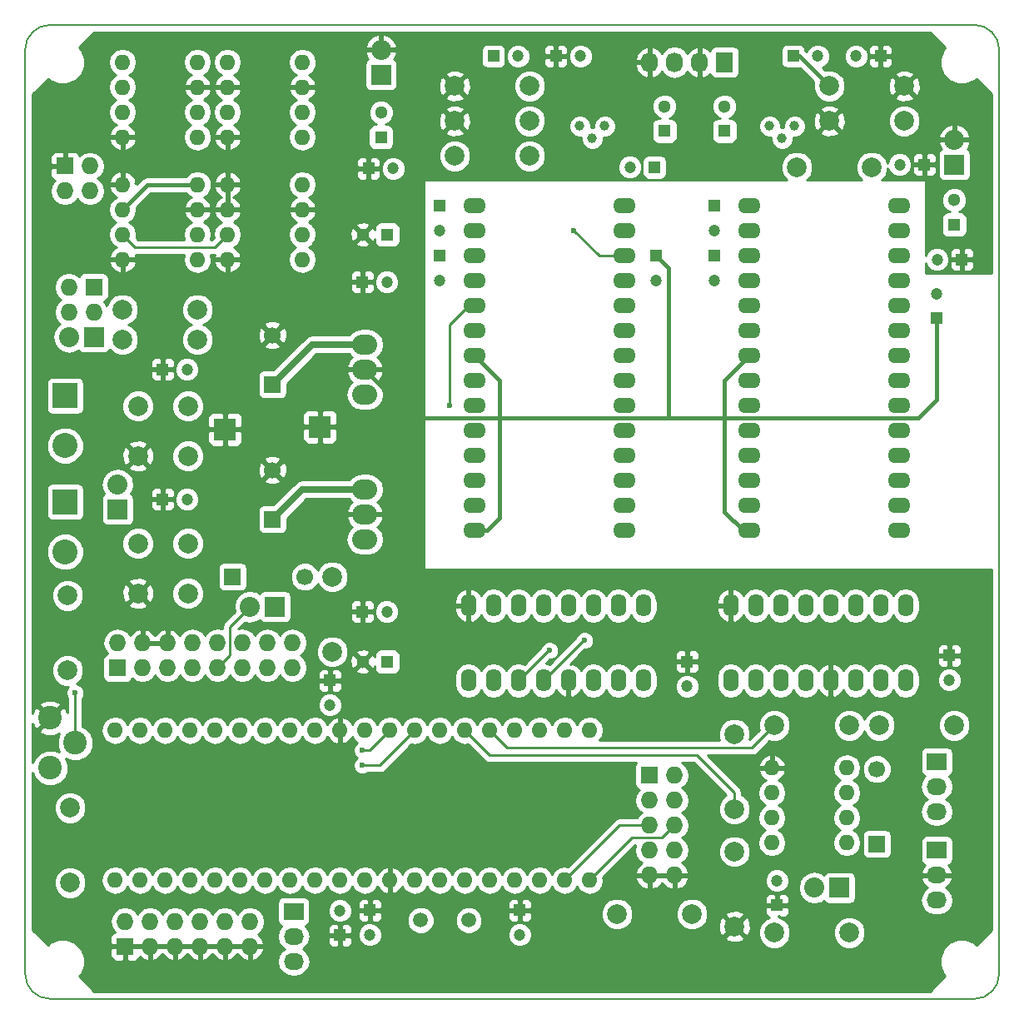
<source format=gbr>
G04 #@! TF.FileFunction,Copper,L2,Bot,Signal*
%FSLAX46Y46*%
G04 Gerber Fmt 4.6, Leading zero omitted, Abs format (unit mm)*
G04 Created by KiCad (PCBNEW 4.0.2-4+6225~38~ubuntu14.04.1-stable) date mer. 25 mai 2016 20:53:34 CEST*
%MOMM*%
G01*
G04 APERTURE LIST*
%ADD10C,0.100000*%
%ADD11C,0.150000*%
%ADD12O,2.540000X2.032000*%
%ADD13O,2.300000X1.600000*%
%ADD14R,2.032000X2.032000*%
%ADD15O,2.032000X2.032000*%
%ADD16O,1.600000X1.600000*%
%ADD17C,1.700000*%
%ADD18R,1.700000X1.700000*%
%ADD19R,1.727200X1.727200*%
%ADD20O,1.727200X1.727200*%
%ADD21O,1.600000X2.300000*%
%ADD22R,1.300000X1.300000*%
%ADD23C,1.300000*%
%ADD24C,1.000760*%
%ADD25C,1.998980*%
%ADD26R,1.200000X1.200000*%
%ADD27C,1.200000*%
%ADD28R,2.032000X1.727200*%
%ADD29O,2.032000X1.727200*%
%ADD30C,2.400300*%
%ADD31C,1.501140*%
%ADD32C,1.699260*%
%ADD33R,1.699260X1.699260*%
%ADD34R,1.727200X2.032000*%
%ADD35O,1.727200X2.032000*%
%ADD36R,2.540000X2.540000*%
%ADD37C,2.540000*%
%ADD38R,2.235200X2.235200*%
%ADD39C,2.000000*%
%ADD40C,0.600000*%
%ADD41C,0.400000*%
%ADD42C,0.250000*%
%ADD43C,0.700000*%
%ADD44C,0.254000*%
G04 APERTURE END LIST*
D10*
D11*
X30480000Y-123825000D02*
G75*
G03X33020000Y-126365000I2540000J0D01*
G01*
X33020000Y-126365000D02*
X127000000Y-126365000D01*
X127000000Y-126365000D02*
G75*
G03X129540000Y-123825000I0J2540000D01*
G01*
X129540000Y-29845000D02*
G75*
G03X127000000Y-27305000I-2540000J0D01*
G01*
X33020000Y-27305000D02*
G75*
G03X30480000Y-29845000I0J-2540000D01*
G01*
X129540000Y-123825000D02*
X129540000Y-29845000D01*
X30480000Y-29845000D02*
X30480000Y-123825000D01*
X33020000Y-27305000D02*
X127000000Y-27305000D01*
D12*
X65024000Y-77089000D03*
X65024000Y-79629000D03*
X65024000Y-74549000D03*
D13*
X104140000Y-45720000D03*
X104140000Y-48260000D03*
X104140000Y-50800000D03*
X104140000Y-53340000D03*
X104140000Y-55880000D03*
X104140000Y-58420000D03*
X104140000Y-60960000D03*
X104140000Y-63500000D03*
X104140000Y-66040000D03*
X104140000Y-68580000D03*
X104140000Y-71120000D03*
X104140000Y-73660000D03*
X104140000Y-76200000D03*
X104140000Y-78740000D03*
X119380000Y-78740000D03*
X119380000Y-76200000D03*
X119380000Y-73660000D03*
X119380000Y-71120000D03*
X119380000Y-68580000D03*
X119380000Y-66040000D03*
X119380000Y-63500000D03*
X119380000Y-60960000D03*
X119380000Y-58420000D03*
X119380000Y-55880000D03*
X119380000Y-53340000D03*
X119380000Y-50800000D03*
X119380000Y-48260000D03*
X119380000Y-45720000D03*
D14*
X39878000Y-76581000D03*
D15*
X39878000Y-74041000D03*
D16*
X51054000Y-43561000D03*
X51054000Y-46101000D03*
X51054000Y-48641000D03*
X51054000Y-51181000D03*
X58674000Y-51181000D03*
X58674000Y-48641000D03*
X58674000Y-46101000D03*
X58674000Y-43561000D03*
D17*
X55626000Y-72597000D03*
D18*
X55626000Y-77597000D03*
D17*
X55626000Y-58881000D03*
D18*
X55626000Y-63881000D03*
D14*
X66675000Y-32385000D03*
D15*
X66675000Y-29845000D03*
D19*
X34544000Y-41656000D03*
D20*
X37084000Y-41656000D03*
X34544000Y-44196000D03*
X37084000Y-44196000D03*
D21*
X120015000Y-86360000D03*
X117475000Y-86360000D03*
X114935000Y-86360000D03*
X112395000Y-86360000D03*
X109855000Y-86360000D03*
X107315000Y-86360000D03*
X104775000Y-86360000D03*
X102235000Y-86360000D03*
X102235000Y-93980000D03*
X104775000Y-93980000D03*
X107315000Y-93980000D03*
X109855000Y-93980000D03*
X112395000Y-93980000D03*
X114935000Y-93980000D03*
X117475000Y-93980000D03*
X120015000Y-93980000D03*
D13*
X76200000Y-45720000D03*
X76200000Y-48260000D03*
X76200000Y-50800000D03*
X76200000Y-53340000D03*
X76200000Y-55880000D03*
X76200000Y-58420000D03*
X76200000Y-60960000D03*
X76200000Y-63500000D03*
X76200000Y-66040000D03*
X76200000Y-68580000D03*
X76200000Y-71120000D03*
X76200000Y-73660000D03*
X76200000Y-76200000D03*
X76200000Y-78740000D03*
X91440000Y-78740000D03*
X91440000Y-76200000D03*
X91440000Y-73660000D03*
X91440000Y-71120000D03*
X91440000Y-68580000D03*
X91440000Y-66040000D03*
X91440000Y-63500000D03*
X91440000Y-60960000D03*
X91440000Y-58420000D03*
X91440000Y-55880000D03*
X91440000Y-53340000D03*
X91440000Y-50800000D03*
X91440000Y-48260000D03*
X91440000Y-45720000D03*
D16*
X39624000Y-114300000D03*
X42164000Y-114300000D03*
X44704000Y-114300000D03*
X47244000Y-114300000D03*
X49784000Y-114300000D03*
X52324000Y-114300000D03*
X54864000Y-114300000D03*
X57404000Y-114300000D03*
X59944000Y-114300000D03*
X62484000Y-114300000D03*
X65024000Y-114300000D03*
X67564000Y-114300000D03*
X70104000Y-114300000D03*
X72644000Y-114300000D03*
X75184000Y-114300000D03*
X77724000Y-114300000D03*
X80264000Y-114300000D03*
X82804000Y-114300000D03*
X85344000Y-114300000D03*
X87884000Y-114300000D03*
X87884000Y-99060000D03*
X85344000Y-99060000D03*
X82804000Y-99060000D03*
X80264000Y-99060000D03*
X77724000Y-99060000D03*
X75184000Y-99060000D03*
X72644000Y-99060000D03*
X70104000Y-99060000D03*
X67564000Y-99060000D03*
X65024000Y-99060000D03*
X62484000Y-99060000D03*
X59944000Y-99060000D03*
X57404000Y-99060000D03*
X54864000Y-99060000D03*
X52324000Y-99060000D03*
X49784000Y-99060000D03*
X47244000Y-99060000D03*
X44704000Y-99060000D03*
X42164000Y-99060000D03*
X39624000Y-99060000D03*
D22*
X101600000Y-38100000D03*
D23*
X101600000Y-35600000D03*
D24*
X107442000Y-38862000D03*
X106172000Y-37592000D03*
X108712000Y-37592000D03*
D25*
X108966000Y-41783000D03*
X116586000Y-41783000D03*
D24*
X88138000Y-38862000D03*
X86868000Y-37592000D03*
X89408000Y-37592000D03*
D19*
X39878000Y-92710000D03*
D20*
X39878000Y-90170000D03*
X42418000Y-92710000D03*
X42418000Y-90170000D03*
X44958000Y-92710000D03*
X44958000Y-90170000D03*
X47498000Y-92710000D03*
X47498000Y-90170000D03*
X50038000Y-92710000D03*
X50038000Y-90170000D03*
X52578000Y-92710000D03*
X52578000Y-90170000D03*
X55118000Y-92710000D03*
X55118000Y-90170000D03*
X57658000Y-92710000D03*
X57658000Y-90170000D03*
D26*
X65532000Y-117348000D03*
D27*
X65532000Y-119848000D03*
D26*
X80772000Y-117348000D03*
D27*
X80772000Y-119848000D03*
D26*
X100584000Y-45720000D03*
D27*
X100584000Y-48220000D03*
D26*
X100584000Y-50800000D03*
D27*
X100584000Y-53300000D03*
D26*
X72644000Y-45720000D03*
D27*
X72644000Y-48220000D03*
D26*
X72644000Y-50800000D03*
D27*
X72644000Y-53300000D03*
D26*
X124460000Y-91440000D03*
D27*
X124460000Y-93940000D03*
D26*
X62484000Y-119888000D03*
D27*
X62484000Y-117388000D03*
D26*
X106934000Y-116840000D03*
D27*
X106934000Y-114340000D03*
D26*
X123190000Y-57150000D03*
D27*
X123190000Y-54650000D03*
D26*
X97790000Y-92075000D03*
D27*
X97790000Y-94575000D03*
D26*
X117475000Y-30480000D03*
D27*
X114975000Y-30480000D03*
D26*
X84455000Y-30480000D03*
D27*
X86955000Y-30480000D03*
D26*
X108585000Y-30480000D03*
D27*
X111085000Y-30480000D03*
D26*
X78105000Y-30480000D03*
D27*
X80605000Y-30480000D03*
D16*
X114046000Y-110490000D03*
X114046000Y-107950000D03*
X114046000Y-105410000D03*
X114046000Y-102870000D03*
X106426000Y-102870000D03*
X106426000Y-105410000D03*
X106426000Y-107950000D03*
X106426000Y-110490000D03*
D19*
X37465000Y-53975000D03*
D20*
X37465000Y-56515000D03*
X34925000Y-53975000D03*
X34925000Y-56515000D03*
D14*
X37465000Y-59055000D03*
D15*
X34925000Y-59055000D03*
D19*
X93980000Y-103632000D03*
D20*
X96520000Y-103632000D03*
X93980000Y-106172000D03*
X96520000Y-106172000D03*
X93980000Y-108712000D03*
X96520000Y-108712000D03*
X93980000Y-111252000D03*
X96520000Y-111252000D03*
X93980000Y-113792000D03*
X96520000Y-113792000D03*
D28*
X123190000Y-102235000D03*
D29*
X123190000Y-104775000D03*
X123190000Y-107315000D03*
D28*
X123190000Y-111252000D03*
D29*
X123190000Y-113792000D03*
X123190000Y-116332000D03*
D14*
X124968000Y-41529000D03*
D15*
X124968000Y-38989000D03*
D14*
X113284000Y-115062000D03*
D15*
X110744000Y-115062000D03*
D14*
X55880000Y-86487000D03*
D15*
X53340000Y-86487000D03*
D25*
X40386000Y-59309000D03*
X48006000Y-59309000D03*
X40386000Y-56261000D03*
X48006000Y-56261000D03*
X90678000Y-117729000D03*
X98298000Y-117729000D03*
X35052000Y-106934000D03*
X35052000Y-114554000D03*
X119888000Y-37084000D03*
X112268000Y-37084000D03*
X81788000Y-37084000D03*
X74168000Y-37084000D03*
X74168000Y-40640000D03*
X81788000Y-40640000D03*
X112268000Y-33528000D03*
X119888000Y-33528000D03*
X81788000Y-33528000D03*
X74168000Y-33528000D03*
X34798000Y-85344000D03*
X34798000Y-92964000D03*
X102616000Y-107061000D03*
X102616000Y-99441000D03*
X102616000Y-111379000D03*
X102616000Y-118999000D03*
X114300000Y-98552000D03*
X106680000Y-98552000D03*
X114300000Y-119634000D03*
X106680000Y-119634000D03*
X124968000Y-98552000D03*
X117348000Y-98552000D03*
X61722000Y-91059000D03*
X61722000Y-83439000D03*
D30*
X33020000Y-97790000D03*
X35560000Y-100330000D03*
X33020000Y-102870000D03*
D21*
X93345000Y-86360000D03*
X90805000Y-86360000D03*
X88265000Y-86360000D03*
X85725000Y-86360000D03*
X83185000Y-86360000D03*
X80645000Y-86360000D03*
X78105000Y-86360000D03*
X75565000Y-86360000D03*
X75565000Y-93980000D03*
X78105000Y-93980000D03*
X80645000Y-93980000D03*
X83185000Y-93980000D03*
X85725000Y-93980000D03*
X88265000Y-93980000D03*
X90805000Y-93980000D03*
X93345000Y-93980000D03*
D16*
X51054000Y-31115000D03*
X51054000Y-33655000D03*
X51054000Y-36195000D03*
X51054000Y-38735000D03*
X58674000Y-38735000D03*
X58674000Y-36195000D03*
X58674000Y-33655000D03*
X58674000Y-31115000D03*
X40386000Y-43561000D03*
X40386000Y-46101000D03*
X40386000Y-48641000D03*
X40386000Y-51181000D03*
X48006000Y-51181000D03*
X48006000Y-48641000D03*
X48006000Y-46101000D03*
X48006000Y-43561000D03*
X40386000Y-31115000D03*
X40386000Y-33655000D03*
X40386000Y-36195000D03*
X40386000Y-38735000D03*
X48006000Y-38735000D03*
X48006000Y-36195000D03*
X48006000Y-33655000D03*
X48006000Y-31115000D03*
D31*
X75592940Y-118364000D03*
X70711060Y-118364000D03*
D22*
X95504000Y-38100000D03*
D23*
X95504000Y-35600000D03*
D26*
X94615000Y-50800000D03*
D27*
X94615000Y-53300000D03*
D26*
X61468000Y-93980000D03*
D27*
X61468000Y-96480000D03*
D32*
X117094000Y-102997000D03*
D33*
X117094000Y-110617000D03*
D32*
X58928000Y-83439000D03*
D33*
X51562000Y-83439000D03*
D34*
X101600000Y-31115000D03*
D35*
X99060000Y-31115000D03*
X96520000Y-31115000D03*
X93980000Y-31115000D03*
D26*
X125730000Y-51181000D03*
D27*
X123230000Y-51181000D03*
D26*
X65405000Y-41910000D03*
D27*
X67905000Y-41910000D03*
D22*
X124968000Y-47625000D03*
D23*
X124968000Y-45125000D03*
D22*
X66675000Y-38735000D03*
D23*
X66675000Y-36235000D03*
D26*
X44450000Y-75565000D03*
D27*
X46950000Y-75565000D03*
D26*
X64770000Y-86995000D03*
D27*
X67270000Y-86995000D03*
D26*
X44450000Y-62357000D03*
D27*
X46950000Y-62357000D03*
D26*
X64770000Y-53467000D03*
D27*
X67270000Y-53467000D03*
D22*
X67310000Y-92075000D03*
D23*
X64810000Y-92075000D03*
D22*
X67310000Y-48641000D03*
D23*
X64810000Y-48641000D03*
D12*
X65024000Y-62357000D03*
X65024000Y-64897000D03*
X65024000Y-59817000D03*
D36*
X34544000Y-65024000D03*
D37*
X34544000Y-70104000D03*
D36*
X34544000Y-75819000D03*
D37*
X34544000Y-80899000D03*
D19*
X40640000Y-121031000D03*
D20*
X40640000Y-118491000D03*
X43180000Y-121031000D03*
X43180000Y-118491000D03*
X45720000Y-121031000D03*
X45720000Y-118491000D03*
X48260000Y-121031000D03*
X48260000Y-118491000D03*
X50800000Y-121031000D03*
X50800000Y-118491000D03*
X53340000Y-121031000D03*
X53340000Y-118491000D03*
D28*
X57785000Y-117475000D03*
D29*
X57785000Y-120015000D03*
X57785000Y-122555000D03*
D26*
X94488000Y-41783000D03*
D27*
X91988000Y-41783000D03*
D26*
X121920000Y-41529000D03*
D27*
X119420000Y-41529000D03*
D38*
X60452000Y-68199000D03*
X50800000Y-68453000D03*
D39*
X41950000Y-85130000D03*
X47030000Y-85130000D03*
X47030000Y-80050000D03*
X41950000Y-80050000D03*
X41950000Y-71160000D03*
X47030000Y-71160000D03*
X47030000Y-66080000D03*
X41950000Y-66080000D03*
D40*
X35560000Y-95250000D03*
X64770000Y-102616000D03*
X83820000Y-90932000D03*
X64770000Y-101092000D03*
X86296500Y-48196500D03*
X73660000Y-66040000D03*
X87376000Y-89916000D03*
D41*
X73660000Y-67310000D02*
X69977000Y-67310000D01*
X78740000Y-67310000D02*
X73660000Y-67310000D01*
X69977000Y-67310000D02*
X65024000Y-62357000D01*
X94615000Y-50800000D02*
X95885000Y-52070000D01*
X95885000Y-52070000D02*
X95885000Y-67310000D01*
X101600000Y-67310000D02*
X121285000Y-67310000D01*
X123190000Y-65405000D02*
X123190000Y-57150000D01*
X121285000Y-67310000D02*
X123190000Y-65405000D01*
X78740000Y-67310000D02*
X95885000Y-67310000D01*
X95885000Y-67310000D02*
X101600000Y-67310000D01*
X104140000Y-78740000D02*
X103505000Y-78740000D01*
X103505000Y-78740000D02*
X101600000Y-76835000D01*
X101600000Y-76835000D02*
X101600000Y-67310000D01*
X101600000Y-67310000D02*
X101600000Y-63500000D01*
X101600000Y-63500000D02*
X104140000Y-60960000D01*
X76200000Y-78740000D02*
X77470000Y-78740000D01*
X78740000Y-63500000D02*
X76200000Y-60960000D01*
X78740000Y-77470000D02*
X78740000Y-67310000D01*
X78740000Y-67310000D02*
X78740000Y-63500000D01*
X77470000Y-78740000D02*
X78740000Y-77470000D01*
X76200000Y-78740000D02*
X76835000Y-78740000D01*
D42*
X50038000Y-92710000D02*
X51308000Y-91440000D01*
X51308000Y-88519000D02*
X53340000Y-86487000D01*
X51308000Y-91440000D02*
X51308000Y-88519000D01*
X35560000Y-100330000D02*
X35560000Y-95250000D01*
X70104000Y-99060000D02*
X66548000Y-102616000D01*
X66548000Y-102616000D02*
X64770000Y-102616000D01*
X80645000Y-93980000D02*
X83693000Y-90932000D01*
X83693000Y-90932000D02*
X83820000Y-90932000D01*
X80645000Y-93980000D02*
X80645000Y-93853000D01*
X80645000Y-93980000D02*
X80645000Y-93599000D01*
X70104000Y-99060000D02*
X69850000Y-99060000D01*
X65532000Y-101092000D02*
X67564000Y-99060000D01*
X64770000Y-101092000D02*
X65532000Y-101092000D01*
D41*
X40386000Y-46101000D02*
X42926000Y-43561000D01*
X42926000Y-43561000D02*
X48006000Y-43561000D01*
D42*
X40386000Y-48641000D02*
X41656000Y-49911000D01*
X49784000Y-49911000D02*
X51054000Y-48641000D01*
X41656000Y-49911000D02*
X49784000Y-49911000D01*
X85344000Y-114300000D02*
X90932000Y-108712000D01*
X90932000Y-108712000D02*
X93980000Y-108712000D01*
X87884000Y-114300000D02*
X92202000Y-109982000D01*
X95250000Y-109982000D02*
X96520000Y-108712000D01*
X92202000Y-109982000D02*
X95250000Y-109982000D01*
X88900000Y-50800000D02*
X91440000Y-50800000D01*
X86296500Y-48196500D02*
X88900000Y-50800000D01*
X73660000Y-57785000D02*
X75565000Y-55880000D01*
X73660000Y-66040000D02*
X73660000Y-57785000D01*
X75565000Y-55880000D02*
X76200000Y-55880000D01*
D41*
X108585000Y-30480000D02*
X109220000Y-30480000D01*
X109220000Y-30480000D02*
X112268000Y-33528000D01*
D42*
X87249000Y-89916000D02*
X87376000Y-89916000D01*
X83185000Y-93980000D02*
X87249000Y-89916000D01*
D43*
X55626000Y-77597000D02*
X58674000Y-74549000D01*
X58674000Y-74549000D02*
X65024000Y-74549000D01*
X55626000Y-63881000D02*
X59690000Y-59817000D01*
X59690000Y-59817000D02*
X65024000Y-59817000D01*
D42*
X98806000Y-101600000D02*
X102616000Y-105410000D01*
X77724000Y-101600000D02*
X98806000Y-101600000D01*
X75184000Y-99060000D02*
X77724000Y-101600000D01*
X102616000Y-105410000D02*
X102616000Y-107061000D01*
X77724000Y-99060000D02*
X79502000Y-100838000D01*
X104394000Y-100838000D02*
X106680000Y-98552000D01*
X79502000Y-100838000D02*
X104394000Y-100838000D01*
D44*
G36*
X124059734Y-29624340D02*
X123836364Y-29847321D01*
X123495389Y-30668481D01*
X123494613Y-31557619D01*
X123834155Y-32379372D01*
X124462321Y-33008636D01*
X125283481Y-33349611D01*
X126172619Y-33350387D01*
X126994372Y-33010845D01*
X127220503Y-32785109D01*
X128778000Y-34342606D01*
X128778000Y-52578000D01*
X122047000Y-52578000D01*
X122047000Y-51551946D01*
X122182408Y-51879657D01*
X122529515Y-52227371D01*
X122983266Y-52415785D01*
X123474579Y-52416214D01*
X123928657Y-52228592D01*
X124276371Y-51881485D01*
X124448584Y-51466750D01*
X124495000Y-51466750D01*
X124495000Y-51907310D01*
X124591673Y-52140699D01*
X124770302Y-52319327D01*
X125003691Y-52416000D01*
X125444250Y-52416000D01*
X125603000Y-52257250D01*
X125603000Y-51308000D01*
X125857000Y-51308000D01*
X125857000Y-52257250D01*
X126015750Y-52416000D01*
X126456309Y-52416000D01*
X126689698Y-52319327D01*
X126868327Y-52140699D01*
X126965000Y-51907310D01*
X126965000Y-51466750D01*
X126806250Y-51308000D01*
X125857000Y-51308000D01*
X125603000Y-51308000D01*
X124653750Y-51308000D01*
X124495000Y-51466750D01*
X124448584Y-51466750D01*
X124464785Y-51427734D01*
X124465214Y-50936421D01*
X124277592Y-50482343D01*
X124249988Y-50454690D01*
X124495000Y-50454690D01*
X124495000Y-50895250D01*
X124653750Y-51054000D01*
X125603000Y-51054000D01*
X125603000Y-50104750D01*
X125857000Y-50104750D01*
X125857000Y-51054000D01*
X126806250Y-51054000D01*
X126965000Y-50895250D01*
X126965000Y-50454690D01*
X126868327Y-50221301D01*
X126689698Y-50042673D01*
X126456309Y-49946000D01*
X126015750Y-49946000D01*
X125857000Y-50104750D01*
X125603000Y-50104750D01*
X125444250Y-49946000D01*
X125003691Y-49946000D01*
X124770302Y-50042673D01*
X124591673Y-50221301D01*
X124495000Y-50454690D01*
X124249988Y-50454690D01*
X123930485Y-50134629D01*
X123476734Y-49946215D01*
X122985421Y-49945786D01*
X122531343Y-50133408D01*
X122183629Y-50480515D01*
X122047000Y-50809554D01*
X122047000Y-46975000D01*
X123670560Y-46975000D01*
X123670560Y-48275000D01*
X123714838Y-48510317D01*
X123853910Y-48726441D01*
X124066110Y-48871431D01*
X124318000Y-48922440D01*
X125618000Y-48922440D01*
X125853317Y-48878162D01*
X126069441Y-48739090D01*
X126214431Y-48526890D01*
X126265440Y-48275000D01*
X126265440Y-46975000D01*
X126221162Y-46739683D01*
X126082090Y-46523559D01*
X125869890Y-46378569D01*
X125618000Y-46327560D01*
X125422540Y-46327560D01*
X125694943Y-46215005D01*
X126056735Y-45853845D01*
X126252777Y-45381724D01*
X126253223Y-44870519D01*
X126058005Y-44398057D01*
X125696845Y-44036265D01*
X125224724Y-43840223D01*
X124713519Y-43839777D01*
X124241057Y-44034995D01*
X123879265Y-44396155D01*
X123683223Y-44868276D01*
X123682777Y-45379481D01*
X123877995Y-45851943D01*
X124239155Y-46213735D01*
X124513276Y-46327560D01*
X124318000Y-46327560D01*
X124082683Y-46371838D01*
X123866559Y-46510910D01*
X123721569Y-46723110D01*
X123670560Y-46975000D01*
X122047000Y-46975000D01*
X122047000Y-43180000D01*
X122036994Y-43130590D01*
X122008553Y-43088965D01*
X121966159Y-43061685D01*
X121920000Y-43053000D01*
X117627320Y-43053000D01*
X117970846Y-42710073D01*
X118220206Y-42109547D01*
X118220424Y-41859830D01*
X118372408Y-42227657D01*
X118719515Y-42575371D01*
X119173266Y-42763785D01*
X119664579Y-42764214D01*
X120118657Y-42576592D01*
X120466371Y-42229485D01*
X120638584Y-41814750D01*
X120685000Y-41814750D01*
X120685000Y-42255310D01*
X120781673Y-42488699D01*
X120960302Y-42667327D01*
X121193691Y-42764000D01*
X121634250Y-42764000D01*
X121793000Y-42605250D01*
X121793000Y-41656000D01*
X122047000Y-41656000D01*
X122047000Y-42605250D01*
X122205750Y-42764000D01*
X122646309Y-42764000D01*
X122879698Y-42667327D01*
X123058327Y-42488699D01*
X123155000Y-42255310D01*
X123155000Y-41814750D01*
X122996250Y-41656000D01*
X122047000Y-41656000D01*
X121793000Y-41656000D01*
X120843750Y-41656000D01*
X120685000Y-41814750D01*
X120638584Y-41814750D01*
X120654785Y-41775734D01*
X120655214Y-41284421D01*
X120467592Y-40830343D01*
X120439988Y-40802690D01*
X120685000Y-40802690D01*
X120685000Y-41243250D01*
X120843750Y-41402000D01*
X121793000Y-41402000D01*
X121793000Y-40452750D01*
X122047000Y-40452750D01*
X122047000Y-41402000D01*
X122996250Y-41402000D01*
X123155000Y-41243250D01*
X123155000Y-40802690D01*
X123058327Y-40569301D01*
X123002026Y-40513000D01*
X123304560Y-40513000D01*
X123304560Y-42545000D01*
X123348838Y-42780317D01*
X123487910Y-42996441D01*
X123700110Y-43141431D01*
X123952000Y-43192440D01*
X125984000Y-43192440D01*
X126219317Y-43148162D01*
X126435441Y-43009090D01*
X126580431Y-42796890D01*
X126631440Y-42545000D01*
X126631440Y-40513000D01*
X126587162Y-40277683D01*
X126448090Y-40061559D01*
X126285052Y-39950160D01*
X126374385Y-39853818D01*
X126573975Y-39371944D01*
X126454836Y-39116000D01*
X125095000Y-39116000D01*
X125095000Y-39136000D01*
X124841000Y-39136000D01*
X124841000Y-39116000D01*
X123481164Y-39116000D01*
X123362025Y-39371944D01*
X123561615Y-39853818D01*
X123652097Y-39951398D01*
X123500559Y-40048910D01*
X123355569Y-40261110D01*
X123304560Y-40513000D01*
X123002026Y-40513000D01*
X122879698Y-40390673D01*
X122646309Y-40294000D01*
X122205750Y-40294000D01*
X122047000Y-40452750D01*
X121793000Y-40452750D01*
X121634250Y-40294000D01*
X121193691Y-40294000D01*
X120960302Y-40390673D01*
X120781673Y-40569301D01*
X120685000Y-40802690D01*
X120439988Y-40802690D01*
X120120485Y-40482629D01*
X119666734Y-40294215D01*
X119175421Y-40293786D01*
X118721343Y-40481408D01*
X118373629Y-40828515D01*
X118185215Y-41282266D01*
X118185136Y-41373055D01*
X117972462Y-40858345D01*
X117513073Y-40398154D01*
X116912547Y-40148794D01*
X116262306Y-40148226D01*
X115661345Y-40396538D01*
X115201154Y-40855927D01*
X114951794Y-41456453D01*
X114951226Y-42106694D01*
X115199538Y-42707655D01*
X115544281Y-43053000D01*
X110007320Y-43053000D01*
X110350846Y-42710073D01*
X110600206Y-42109547D01*
X110600774Y-41459306D01*
X110352462Y-40858345D01*
X109893073Y-40398154D01*
X109292547Y-40148794D01*
X108642306Y-40148226D01*
X108041345Y-40396538D01*
X107581154Y-40855927D01*
X107331794Y-41456453D01*
X107331226Y-42106694D01*
X107579538Y-42707655D01*
X107924281Y-43053000D01*
X71120000Y-43053000D01*
X71070590Y-43063006D01*
X71028965Y-43091447D01*
X71001685Y-43133841D01*
X70993000Y-43180000D01*
X70993000Y-82550000D01*
X71003006Y-82599410D01*
X71031447Y-82641035D01*
X71073841Y-82668315D01*
X71120000Y-82677000D01*
X128778000Y-82677000D01*
X128778000Y-119327394D01*
X127220660Y-120884734D01*
X126997679Y-120661364D01*
X126176519Y-120320389D01*
X125287381Y-120319613D01*
X124465628Y-120659155D01*
X123836364Y-121287321D01*
X123495389Y-122108481D01*
X123494613Y-122997619D01*
X123834155Y-123819372D01*
X124059891Y-124045503D01*
X122502394Y-125603000D01*
X37517606Y-125603000D01*
X35960266Y-124045660D01*
X36183636Y-123822679D01*
X36524611Y-123001519D01*
X36525387Y-122112381D01*
X36196639Y-121316750D01*
X39141400Y-121316750D01*
X39141400Y-122020909D01*
X39238073Y-122254298D01*
X39416701Y-122432927D01*
X39650090Y-122529600D01*
X40354250Y-122529600D01*
X40513000Y-122370850D01*
X40513000Y-121158000D01*
X40767000Y-121158000D01*
X40767000Y-122370850D01*
X40925750Y-122529600D01*
X41629910Y-122529600D01*
X41863299Y-122432927D01*
X42041927Y-122254298D01*
X42123700Y-122056880D01*
X42405053Y-122313688D01*
X42820974Y-122485958D01*
X43053000Y-122364817D01*
X43053000Y-121158000D01*
X43307000Y-121158000D01*
X43307000Y-122364817D01*
X43539026Y-122485958D01*
X43954947Y-122313688D01*
X44386821Y-121919490D01*
X44450000Y-121784687D01*
X44513179Y-121919490D01*
X44945053Y-122313688D01*
X45360974Y-122485958D01*
X45593000Y-122364817D01*
X45593000Y-121158000D01*
X45847000Y-121158000D01*
X45847000Y-122364817D01*
X46079026Y-122485958D01*
X46494947Y-122313688D01*
X46926821Y-121919490D01*
X46990000Y-121784687D01*
X47053179Y-121919490D01*
X47485053Y-122313688D01*
X47900974Y-122485958D01*
X48133000Y-122364817D01*
X48133000Y-121158000D01*
X48387000Y-121158000D01*
X48387000Y-122364817D01*
X48619026Y-122485958D01*
X49034947Y-122313688D01*
X49466821Y-121919490D01*
X49530000Y-121784687D01*
X49593179Y-121919490D01*
X50025053Y-122313688D01*
X50440974Y-122485958D01*
X50673000Y-122364817D01*
X50673000Y-121158000D01*
X50927000Y-121158000D01*
X50927000Y-122364817D01*
X51159026Y-122485958D01*
X51574947Y-122313688D01*
X52006821Y-121919490D01*
X52070000Y-121784687D01*
X52133179Y-121919490D01*
X52565053Y-122313688D01*
X52980974Y-122485958D01*
X53213000Y-122364817D01*
X53213000Y-121158000D01*
X53467000Y-121158000D01*
X53467000Y-122364817D01*
X53699026Y-122485958D01*
X54114947Y-122313688D01*
X54546821Y-121919490D01*
X54794968Y-121390027D01*
X54674469Y-121158000D01*
X53467000Y-121158000D01*
X53213000Y-121158000D01*
X50927000Y-121158000D01*
X50673000Y-121158000D01*
X48387000Y-121158000D01*
X48133000Y-121158000D01*
X45847000Y-121158000D01*
X45593000Y-121158000D01*
X43307000Y-121158000D01*
X43053000Y-121158000D01*
X40767000Y-121158000D01*
X40513000Y-121158000D01*
X39300150Y-121158000D01*
X39141400Y-121316750D01*
X36196639Y-121316750D01*
X36185845Y-121290628D01*
X35557679Y-120661364D01*
X34736519Y-120320389D01*
X33847381Y-120319613D01*
X33025628Y-120659155D01*
X32799497Y-120884891D01*
X31242000Y-119327394D01*
X31242000Y-118461641D01*
X39141400Y-118461641D01*
X39141400Y-118520359D01*
X39255474Y-119093848D01*
X39570526Y-119565356D01*
X39416701Y-119629073D01*
X39238073Y-119807702D01*
X39141400Y-120041091D01*
X39141400Y-120745250D01*
X39300150Y-120904000D01*
X40513000Y-120904000D01*
X40513000Y-120884000D01*
X40767000Y-120884000D01*
X40767000Y-120904000D01*
X43053000Y-120904000D01*
X43053000Y-120884000D01*
X43307000Y-120884000D01*
X43307000Y-120904000D01*
X45593000Y-120904000D01*
X45593000Y-120884000D01*
X45847000Y-120884000D01*
X45847000Y-120904000D01*
X48133000Y-120904000D01*
X48133000Y-120884000D01*
X48387000Y-120884000D01*
X48387000Y-120904000D01*
X50673000Y-120904000D01*
X50673000Y-120884000D01*
X50927000Y-120884000D01*
X50927000Y-120904000D01*
X53213000Y-120904000D01*
X53213000Y-120884000D01*
X53467000Y-120884000D01*
X53467000Y-120904000D01*
X54674469Y-120904000D01*
X54794968Y-120671973D01*
X54546821Y-120142510D01*
X54407125Y-120015000D01*
X56101655Y-120015000D01*
X56215729Y-120588489D01*
X56540585Y-121074670D01*
X56855366Y-121285000D01*
X56540585Y-121495330D01*
X56215729Y-121981511D01*
X56101655Y-122555000D01*
X56215729Y-123128489D01*
X56540585Y-123614670D01*
X57026766Y-123939526D01*
X57600255Y-124053600D01*
X57969745Y-124053600D01*
X58543234Y-123939526D01*
X59029415Y-123614670D01*
X59354271Y-123128489D01*
X59468345Y-122555000D01*
X59354271Y-121981511D01*
X59029415Y-121495330D01*
X58714634Y-121285000D01*
X59029415Y-121074670D01*
X59354271Y-120588489D01*
X59436767Y-120173750D01*
X61249000Y-120173750D01*
X61249000Y-120614309D01*
X61345673Y-120847698D01*
X61524301Y-121026327D01*
X61757690Y-121123000D01*
X62198250Y-121123000D01*
X62357000Y-120964250D01*
X62357000Y-120015000D01*
X62611000Y-120015000D01*
X62611000Y-120964250D01*
X62769750Y-121123000D01*
X63210310Y-121123000D01*
X63443699Y-121026327D01*
X63622327Y-120847698D01*
X63719000Y-120614309D01*
X63719000Y-120173750D01*
X63637829Y-120092579D01*
X64296786Y-120092579D01*
X64484408Y-120546657D01*
X64831515Y-120894371D01*
X65285266Y-121082785D01*
X65776579Y-121083214D01*
X66230657Y-120895592D01*
X66578371Y-120548485D01*
X66766785Y-120094734D01*
X66766786Y-120092579D01*
X79536786Y-120092579D01*
X79724408Y-120546657D01*
X80071515Y-120894371D01*
X80525266Y-121082785D01*
X81016579Y-121083214D01*
X81470657Y-120895592D01*
X81818371Y-120548485D01*
X81983353Y-120151163D01*
X101643443Y-120151163D01*
X101742042Y-120417965D01*
X102351582Y-120644401D01*
X103001377Y-120620341D01*
X103489958Y-120417965D01*
X103588557Y-120151163D01*
X102616000Y-119178605D01*
X101643443Y-120151163D01*
X81983353Y-120151163D01*
X82006785Y-120094734D01*
X82007214Y-119603421D01*
X81819592Y-119149343D01*
X81472485Y-118801629D01*
X81018734Y-118613215D01*
X80527421Y-118612786D01*
X80073343Y-118800408D01*
X79725629Y-119147515D01*
X79537215Y-119601266D01*
X79536786Y-120092579D01*
X66766786Y-120092579D01*
X66767214Y-119603421D01*
X66579592Y-119149343D01*
X66232485Y-118801629D01*
X65839382Y-118638398D01*
X69325250Y-118638398D01*
X69535746Y-119147837D01*
X69925173Y-119537944D01*
X70434244Y-119749329D01*
X70985458Y-119749810D01*
X71494897Y-119539314D01*
X71885004Y-119149887D01*
X72096389Y-118640816D01*
X72096391Y-118638398D01*
X74207130Y-118638398D01*
X74417626Y-119147837D01*
X74807053Y-119537944D01*
X75316124Y-119749329D01*
X75867338Y-119749810D01*
X76376777Y-119539314D01*
X76766884Y-119149887D01*
X76978269Y-118640816D01*
X76978750Y-118089602D01*
X76790396Y-117633750D01*
X79537000Y-117633750D01*
X79537000Y-118074309D01*
X79633673Y-118307698D01*
X79812301Y-118486327D01*
X80045690Y-118583000D01*
X80486250Y-118583000D01*
X80645000Y-118424250D01*
X80645000Y-117475000D01*
X80899000Y-117475000D01*
X80899000Y-118424250D01*
X81057750Y-118583000D01*
X81498310Y-118583000D01*
X81731699Y-118486327D01*
X81910327Y-118307698D01*
X82007000Y-118074309D01*
X82007000Y-118052694D01*
X89043226Y-118052694D01*
X89291538Y-118653655D01*
X89750927Y-119113846D01*
X90351453Y-119363206D01*
X91001694Y-119363774D01*
X91602655Y-119115462D01*
X92062846Y-118656073D01*
X92312206Y-118055547D01*
X92312208Y-118052694D01*
X96663226Y-118052694D01*
X96911538Y-118653655D01*
X97370927Y-119113846D01*
X97971453Y-119363206D01*
X98621694Y-119363774D01*
X99222655Y-119115462D01*
X99604199Y-118734582D01*
X100970599Y-118734582D01*
X100994659Y-119384377D01*
X101197035Y-119872958D01*
X101463837Y-119971557D01*
X102436395Y-118999000D01*
X102795605Y-118999000D01*
X103768163Y-119971557D01*
X103805675Y-119957694D01*
X105045226Y-119957694D01*
X105293538Y-120558655D01*
X105752927Y-121018846D01*
X106353453Y-121268206D01*
X107003694Y-121268774D01*
X107604655Y-121020462D01*
X108064846Y-120561073D01*
X108314206Y-119960547D01*
X108314208Y-119957694D01*
X112665226Y-119957694D01*
X112913538Y-120558655D01*
X113372927Y-121018846D01*
X113973453Y-121268206D01*
X114623694Y-121268774D01*
X115224655Y-121020462D01*
X115684846Y-120561073D01*
X115934206Y-119960547D01*
X115934774Y-119310306D01*
X115686462Y-118709345D01*
X115227073Y-118249154D01*
X114626547Y-117999794D01*
X113976306Y-117999226D01*
X113375345Y-118247538D01*
X112915154Y-118706927D01*
X112665794Y-119307453D01*
X112665226Y-119957694D01*
X108314208Y-119957694D01*
X108314774Y-119310306D01*
X108066462Y-118709345D01*
X107607073Y-118249154D01*
X107061002Y-118022406D01*
X107061002Y-117916252D01*
X107219750Y-118075000D01*
X107660310Y-118075000D01*
X107893699Y-117978327D01*
X108072327Y-117799698D01*
X108169000Y-117566309D01*
X108169000Y-117125750D01*
X108010250Y-116967000D01*
X107061000Y-116967000D01*
X107061000Y-116987000D01*
X106807000Y-116987000D01*
X106807000Y-116967000D01*
X105857750Y-116967000D01*
X105699000Y-117125750D01*
X105699000Y-117566309D01*
X105795673Y-117799698D01*
X105974301Y-117978327D01*
X106190326Y-118067808D01*
X105755345Y-118247538D01*
X105295154Y-118706927D01*
X105045794Y-119307453D01*
X105045226Y-119957694D01*
X103805675Y-119957694D01*
X104034965Y-119872958D01*
X104261401Y-119263418D01*
X104237341Y-118613623D01*
X104034965Y-118125042D01*
X103768163Y-118026443D01*
X102795605Y-118999000D01*
X102436395Y-118999000D01*
X101463837Y-118026443D01*
X101197035Y-118125042D01*
X100970599Y-118734582D01*
X99604199Y-118734582D01*
X99682846Y-118656073D01*
X99932206Y-118055547D01*
X99932388Y-117846837D01*
X101643443Y-117846837D01*
X102616000Y-118819395D01*
X103588557Y-117846837D01*
X103489958Y-117580035D01*
X102880418Y-117353599D01*
X102230623Y-117377659D01*
X101742042Y-117580035D01*
X101643443Y-117846837D01*
X99932388Y-117846837D01*
X99932774Y-117405306D01*
X99684462Y-116804345D01*
X99225073Y-116344154D01*
X98670057Y-116113691D01*
X105699000Y-116113691D01*
X105699000Y-116554250D01*
X105857750Y-116713000D01*
X106807000Y-116713000D01*
X106807000Y-115763750D01*
X107061000Y-115763750D01*
X107061000Y-116713000D01*
X108010250Y-116713000D01*
X108169000Y-116554250D01*
X108169000Y-116113691D01*
X108072327Y-115880302D01*
X107893699Y-115701673D01*
X107660310Y-115605000D01*
X107219750Y-115605000D01*
X107061000Y-115763750D01*
X106807000Y-115763750D01*
X106648250Y-115605000D01*
X106207690Y-115605000D01*
X105974301Y-115701673D01*
X105795673Y-115880302D01*
X105699000Y-116113691D01*
X98670057Y-116113691D01*
X98624547Y-116094794D01*
X97974306Y-116094226D01*
X97373345Y-116342538D01*
X96913154Y-116801927D01*
X96663794Y-117402453D01*
X96663226Y-118052694D01*
X92312208Y-118052694D01*
X92312774Y-117405306D01*
X92064462Y-116804345D01*
X91605073Y-116344154D01*
X91004547Y-116094794D01*
X90354306Y-116094226D01*
X89753345Y-116342538D01*
X89293154Y-116801927D01*
X89043794Y-117402453D01*
X89043226Y-118052694D01*
X82007000Y-118052694D01*
X82007000Y-117633750D01*
X81848250Y-117475000D01*
X80899000Y-117475000D01*
X80645000Y-117475000D01*
X79695750Y-117475000D01*
X79537000Y-117633750D01*
X76790396Y-117633750D01*
X76768254Y-117580163D01*
X76378827Y-117190056D01*
X75869756Y-116978671D01*
X75318542Y-116978190D01*
X74809103Y-117188686D01*
X74418996Y-117578113D01*
X74207611Y-118087184D01*
X74207130Y-118638398D01*
X72096391Y-118638398D01*
X72096870Y-118089602D01*
X71886374Y-117580163D01*
X71496947Y-117190056D01*
X70987876Y-116978671D01*
X70436662Y-116978190D01*
X69927223Y-117188686D01*
X69537116Y-117578113D01*
X69325731Y-118087184D01*
X69325250Y-118638398D01*
X65839382Y-118638398D01*
X65778734Y-118613215D01*
X65287421Y-118612786D01*
X64833343Y-118800408D01*
X64485629Y-119147515D01*
X64297215Y-119601266D01*
X64296786Y-120092579D01*
X63637829Y-120092579D01*
X63560250Y-120015000D01*
X62611000Y-120015000D01*
X62357000Y-120015000D01*
X61407750Y-120015000D01*
X61249000Y-120173750D01*
X59436767Y-120173750D01*
X59468345Y-120015000D01*
X59354271Y-119441511D01*
X59167302Y-119161691D01*
X61249000Y-119161691D01*
X61249000Y-119602250D01*
X61407750Y-119761000D01*
X62357000Y-119761000D01*
X62357000Y-118811750D01*
X62611000Y-118811750D01*
X62611000Y-119761000D01*
X63560250Y-119761000D01*
X63719000Y-119602250D01*
X63719000Y-119161691D01*
X63622327Y-118928302D01*
X63443699Y-118749673D01*
X63210310Y-118653000D01*
X62769750Y-118653000D01*
X62611000Y-118811750D01*
X62357000Y-118811750D01*
X62198250Y-118653000D01*
X61757690Y-118653000D01*
X61524301Y-118749673D01*
X61345673Y-118928302D01*
X61249000Y-119161691D01*
X59167302Y-119161691D01*
X59029415Y-118955330D01*
X59015087Y-118945757D01*
X59036317Y-118941762D01*
X59252441Y-118802690D01*
X59397431Y-118590490D01*
X59448440Y-118338600D01*
X59448440Y-117632579D01*
X61248786Y-117632579D01*
X61436408Y-118086657D01*
X61783515Y-118434371D01*
X62237266Y-118622785D01*
X62728579Y-118623214D01*
X63182657Y-118435592D01*
X63530371Y-118088485D01*
X63718785Y-117634734D01*
X63718785Y-117633750D01*
X64297000Y-117633750D01*
X64297000Y-118074309D01*
X64393673Y-118307698D01*
X64572301Y-118486327D01*
X64805690Y-118583000D01*
X65246250Y-118583000D01*
X65405000Y-118424250D01*
X65405000Y-117475000D01*
X65659000Y-117475000D01*
X65659000Y-118424250D01*
X65817750Y-118583000D01*
X66258310Y-118583000D01*
X66491699Y-118486327D01*
X66670327Y-118307698D01*
X66767000Y-118074309D01*
X66767000Y-117633750D01*
X66608250Y-117475000D01*
X65659000Y-117475000D01*
X65405000Y-117475000D01*
X64455750Y-117475000D01*
X64297000Y-117633750D01*
X63718785Y-117633750D01*
X63719214Y-117143421D01*
X63531592Y-116689343D01*
X63464059Y-116621691D01*
X64297000Y-116621691D01*
X64297000Y-117062250D01*
X64455750Y-117221000D01*
X65405000Y-117221000D01*
X65405000Y-116271750D01*
X65659000Y-116271750D01*
X65659000Y-117221000D01*
X66608250Y-117221000D01*
X66767000Y-117062250D01*
X66767000Y-116621691D01*
X79537000Y-116621691D01*
X79537000Y-117062250D01*
X79695750Y-117221000D01*
X80645000Y-117221000D01*
X80645000Y-116271750D01*
X80899000Y-116271750D01*
X80899000Y-117221000D01*
X81848250Y-117221000D01*
X82007000Y-117062250D01*
X82007000Y-116621691D01*
X81910327Y-116388302D01*
X81731699Y-116209673D01*
X81498310Y-116113000D01*
X81057750Y-116113000D01*
X80899000Y-116271750D01*
X80645000Y-116271750D01*
X80486250Y-116113000D01*
X80045690Y-116113000D01*
X79812301Y-116209673D01*
X79633673Y-116388302D01*
X79537000Y-116621691D01*
X66767000Y-116621691D01*
X66670327Y-116388302D01*
X66491699Y-116209673D01*
X66258310Y-116113000D01*
X65817750Y-116113000D01*
X65659000Y-116271750D01*
X65405000Y-116271750D01*
X65246250Y-116113000D01*
X64805690Y-116113000D01*
X64572301Y-116209673D01*
X64393673Y-116388302D01*
X64297000Y-116621691D01*
X63464059Y-116621691D01*
X63184485Y-116341629D01*
X62730734Y-116153215D01*
X62239421Y-116152786D01*
X61785343Y-116340408D01*
X61437629Y-116687515D01*
X61249215Y-117141266D01*
X61248786Y-117632579D01*
X59448440Y-117632579D01*
X59448440Y-116611400D01*
X59404162Y-116376083D01*
X59265090Y-116159959D01*
X59052890Y-116014969D01*
X58801000Y-115963960D01*
X56769000Y-115963960D01*
X56533683Y-116008238D01*
X56317559Y-116147310D01*
X56172569Y-116359510D01*
X56121560Y-116611400D01*
X56121560Y-118338600D01*
X56165838Y-118573917D01*
X56304910Y-118790041D01*
X56517110Y-118935031D01*
X56558439Y-118943400D01*
X56540585Y-118955330D01*
X56215729Y-119441511D01*
X56101655Y-120015000D01*
X54407125Y-120015000D01*
X54128839Y-119760992D01*
X54399670Y-119580029D01*
X54724526Y-119093848D01*
X54838600Y-118520359D01*
X54838600Y-118461641D01*
X54724526Y-117888152D01*
X54399670Y-117401971D01*
X53913489Y-117077115D01*
X53340000Y-116963041D01*
X52766511Y-117077115D01*
X52280330Y-117401971D01*
X52070000Y-117716752D01*
X51859670Y-117401971D01*
X51373489Y-117077115D01*
X50800000Y-116963041D01*
X50226511Y-117077115D01*
X49740330Y-117401971D01*
X49530000Y-117716752D01*
X49319670Y-117401971D01*
X48833489Y-117077115D01*
X48260000Y-116963041D01*
X47686511Y-117077115D01*
X47200330Y-117401971D01*
X46990000Y-117716752D01*
X46779670Y-117401971D01*
X46293489Y-117077115D01*
X45720000Y-116963041D01*
X45146511Y-117077115D01*
X44660330Y-117401971D01*
X44450000Y-117716752D01*
X44239670Y-117401971D01*
X43753489Y-117077115D01*
X43180000Y-116963041D01*
X42606511Y-117077115D01*
X42120330Y-117401971D01*
X41910000Y-117716752D01*
X41699670Y-117401971D01*
X41213489Y-117077115D01*
X40640000Y-116963041D01*
X40066511Y-117077115D01*
X39580330Y-117401971D01*
X39255474Y-117888152D01*
X39141400Y-118461641D01*
X31242000Y-118461641D01*
X31242000Y-114877694D01*
X33417226Y-114877694D01*
X33665538Y-115478655D01*
X34124927Y-115938846D01*
X34725453Y-116188206D01*
X35375694Y-116188774D01*
X35976655Y-115940462D01*
X36436846Y-115481073D01*
X36686206Y-114880547D01*
X36686737Y-114271887D01*
X38189000Y-114271887D01*
X38189000Y-114328113D01*
X38298233Y-114877264D01*
X38609302Y-115342811D01*
X39074849Y-115653880D01*
X39624000Y-115763113D01*
X40173151Y-115653880D01*
X40638698Y-115342811D01*
X40894000Y-114960725D01*
X41149302Y-115342811D01*
X41614849Y-115653880D01*
X42164000Y-115763113D01*
X42713151Y-115653880D01*
X43178698Y-115342811D01*
X43434000Y-114960725D01*
X43689302Y-115342811D01*
X44154849Y-115653880D01*
X44704000Y-115763113D01*
X45253151Y-115653880D01*
X45718698Y-115342811D01*
X45974000Y-114960725D01*
X46229302Y-115342811D01*
X46694849Y-115653880D01*
X47244000Y-115763113D01*
X47793151Y-115653880D01*
X48258698Y-115342811D01*
X48514000Y-114960725D01*
X48769302Y-115342811D01*
X49234849Y-115653880D01*
X49784000Y-115763113D01*
X50333151Y-115653880D01*
X50798698Y-115342811D01*
X51054000Y-114960725D01*
X51309302Y-115342811D01*
X51774849Y-115653880D01*
X52324000Y-115763113D01*
X52873151Y-115653880D01*
X53338698Y-115342811D01*
X53594000Y-114960725D01*
X53849302Y-115342811D01*
X54314849Y-115653880D01*
X54864000Y-115763113D01*
X55413151Y-115653880D01*
X55878698Y-115342811D01*
X56134000Y-114960725D01*
X56389302Y-115342811D01*
X56854849Y-115653880D01*
X57404000Y-115763113D01*
X57953151Y-115653880D01*
X58418698Y-115342811D01*
X58674000Y-114960725D01*
X58929302Y-115342811D01*
X59394849Y-115653880D01*
X59944000Y-115763113D01*
X60493151Y-115653880D01*
X60958698Y-115342811D01*
X61214000Y-114960725D01*
X61469302Y-115342811D01*
X61934849Y-115653880D01*
X62484000Y-115763113D01*
X63033151Y-115653880D01*
X63498698Y-115342811D01*
X63754000Y-114960725D01*
X64009302Y-115342811D01*
X64474849Y-115653880D01*
X65024000Y-115763113D01*
X65573151Y-115653880D01*
X66038698Y-115342811D01*
X66308986Y-114938297D01*
X66411611Y-115155134D01*
X66826577Y-115531041D01*
X67214961Y-115691904D01*
X67437000Y-115569915D01*
X67437000Y-114427000D01*
X67417000Y-114427000D01*
X67417000Y-114173000D01*
X67437000Y-114173000D01*
X67437000Y-113030085D01*
X67214961Y-112908096D01*
X66826577Y-113068959D01*
X66411611Y-113444866D01*
X66308986Y-113661703D01*
X66038698Y-113257189D01*
X65573151Y-112946120D01*
X65024000Y-112836887D01*
X64474849Y-112946120D01*
X64009302Y-113257189D01*
X63754000Y-113639275D01*
X63498698Y-113257189D01*
X63033151Y-112946120D01*
X62484000Y-112836887D01*
X61934849Y-112946120D01*
X61469302Y-113257189D01*
X61214000Y-113639275D01*
X60958698Y-113257189D01*
X60493151Y-112946120D01*
X59944000Y-112836887D01*
X59394849Y-112946120D01*
X58929302Y-113257189D01*
X58674000Y-113639275D01*
X58418698Y-113257189D01*
X57953151Y-112946120D01*
X57404000Y-112836887D01*
X56854849Y-112946120D01*
X56389302Y-113257189D01*
X56134000Y-113639275D01*
X55878698Y-113257189D01*
X55413151Y-112946120D01*
X54864000Y-112836887D01*
X54314849Y-112946120D01*
X53849302Y-113257189D01*
X53594000Y-113639275D01*
X53338698Y-113257189D01*
X52873151Y-112946120D01*
X52324000Y-112836887D01*
X51774849Y-112946120D01*
X51309302Y-113257189D01*
X51054000Y-113639275D01*
X50798698Y-113257189D01*
X50333151Y-112946120D01*
X49784000Y-112836887D01*
X49234849Y-112946120D01*
X48769302Y-113257189D01*
X48514000Y-113639275D01*
X48258698Y-113257189D01*
X47793151Y-112946120D01*
X47244000Y-112836887D01*
X46694849Y-112946120D01*
X46229302Y-113257189D01*
X45974000Y-113639275D01*
X45718698Y-113257189D01*
X45253151Y-112946120D01*
X44704000Y-112836887D01*
X44154849Y-112946120D01*
X43689302Y-113257189D01*
X43434000Y-113639275D01*
X43178698Y-113257189D01*
X42713151Y-112946120D01*
X42164000Y-112836887D01*
X41614849Y-112946120D01*
X41149302Y-113257189D01*
X40894000Y-113639275D01*
X40638698Y-113257189D01*
X40173151Y-112946120D01*
X39624000Y-112836887D01*
X39074849Y-112946120D01*
X38609302Y-113257189D01*
X38298233Y-113722736D01*
X38189000Y-114271887D01*
X36686737Y-114271887D01*
X36686774Y-114230306D01*
X36438462Y-113629345D01*
X35979073Y-113169154D01*
X35378547Y-112919794D01*
X34728306Y-112919226D01*
X34127345Y-113167538D01*
X33667154Y-113626927D01*
X33417794Y-114227453D01*
X33417226Y-114877694D01*
X31242000Y-114877694D01*
X31242000Y-107257694D01*
X33417226Y-107257694D01*
X33665538Y-107858655D01*
X34124927Y-108318846D01*
X34725453Y-108568206D01*
X35375694Y-108568774D01*
X35976655Y-108320462D01*
X36436846Y-107861073D01*
X36686206Y-107260547D01*
X36686774Y-106610306D01*
X36438462Y-106009345D01*
X35979073Y-105549154D01*
X35378547Y-105299794D01*
X34728306Y-105299226D01*
X34127345Y-105547538D01*
X33667154Y-106006927D01*
X33417794Y-106607453D01*
X33417226Y-107257694D01*
X31242000Y-107257694D01*
X31242000Y-103372516D01*
X31463328Y-103908171D01*
X31979114Y-104424858D01*
X32653365Y-104704831D01*
X33383432Y-104705468D01*
X34058171Y-104426672D01*
X34574858Y-103910886D01*
X34854831Y-103236635D01*
X34855468Y-102506568D01*
X34615042Y-101924691D01*
X35193365Y-102164831D01*
X35923432Y-102165468D01*
X36598171Y-101886672D01*
X37114858Y-101370886D01*
X37394831Y-100696635D01*
X37395468Y-99966568D01*
X37116672Y-99291829D01*
X36857184Y-99031887D01*
X38189000Y-99031887D01*
X38189000Y-99088113D01*
X38298233Y-99637264D01*
X38609302Y-100102811D01*
X39074849Y-100413880D01*
X39624000Y-100523113D01*
X40173151Y-100413880D01*
X40638698Y-100102811D01*
X40894000Y-99720725D01*
X41149302Y-100102811D01*
X41614849Y-100413880D01*
X42164000Y-100523113D01*
X42713151Y-100413880D01*
X43178698Y-100102811D01*
X43434000Y-99720725D01*
X43689302Y-100102811D01*
X44154849Y-100413880D01*
X44704000Y-100523113D01*
X45253151Y-100413880D01*
X45718698Y-100102811D01*
X45974000Y-99720725D01*
X46229302Y-100102811D01*
X46694849Y-100413880D01*
X47244000Y-100523113D01*
X47793151Y-100413880D01*
X48258698Y-100102811D01*
X48514000Y-99720725D01*
X48769302Y-100102811D01*
X49234849Y-100413880D01*
X49784000Y-100523113D01*
X50333151Y-100413880D01*
X50798698Y-100102811D01*
X51054000Y-99720725D01*
X51309302Y-100102811D01*
X51774849Y-100413880D01*
X52324000Y-100523113D01*
X52873151Y-100413880D01*
X53338698Y-100102811D01*
X53594000Y-99720725D01*
X53849302Y-100102811D01*
X54314849Y-100413880D01*
X54864000Y-100523113D01*
X55413151Y-100413880D01*
X55878698Y-100102811D01*
X56134000Y-99720725D01*
X56389302Y-100102811D01*
X56854849Y-100413880D01*
X57404000Y-100523113D01*
X57953151Y-100413880D01*
X58418698Y-100102811D01*
X58674000Y-99720725D01*
X58929302Y-100102811D01*
X59394849Y-100413880D01*
X59944000Y-100523113D01*
X60493151Y-100413880D01*
X60958698Y-100102811D01*
X61228986Y-99698297D01*
X61331611Y-99915134D01*
X61746577Y-100291041D01*
X62134961Y-100451904D01*
X62357000Y-100329915D01*
X62357000Y-99187000D01*
X62337000Y-99187000D01*
X62337000Y-98933000D01*
X62357000Y-98933000D01*
X62357000Y-97790085D01*
X62611000Y-97790085D01*
X62611000Y-98933000D01*
X62631000Y-98933000D01*
X62631000Y-99187000D01*
X62611000Y-99187000D01*
X62611000Y-100329915D01*
X62833039Y-100451904D01*
X63221423Y-100291041D01*
X63636389Y-99915134D01*
X63739014Y-99698297D01*
X64009302Y-100102811D01*
X64279173Y-100283134D01*
X64241057Y-100298883D01*
X63977808Y-100561673D01*
X63835162Y-100905201D01*
X63834838Y-101277167D01*
X63976883Y-101620943D01*
X64209709Y-101854176D01*
X63977808Y-102085673D01*
X63835162Y-102429201D01*
X63834838Y-102801167D01*
X63976883Y-103144943D01*
X64239673Y-103408192D01*
X64583201Y-103550838D01*
X64955167Y-103551162D01*
X65298943Y-103409117D01*
X65332118Y-103376000D01*
X66548000Y-103376000D01*
X66838839Y-103318148D01*
X67085401Y-103153401D01*
X69780114Y-100458688D01*
X70104000Y-100523113D01*
X70653151Y-100413880D01*
X71118698Y-100102811D01*
X71374000Y-99720725D01*
X71629302Y-100102811D01*
X72094849Y-100413880D01*
X72644000Y-100523113D01*
X73193151Y-100413880D01*
X73658698Y-100102811D01*
X73914000Y-99720725D01*
X74169302Y-100102811D01*
X74634849Y-100413880D01*
X75184000Y-100523113D01*
X75507886Y-100458688D01*
X77186599Y-102137401D01*
X77433160Y-102302148D01*
X77481414Y-102311746D01*
X77724000Y-102360000D01*
X92626908Y-102360000D01*
X92519969Y-102516510D01*
X92468960Y-102768400D01*
X92468960Y-104495600D01*
X92513238Y-104730917D01*
X92652310Y-104947041D01*
X92864510Y-105092031D01*
X92908131Y-105100864D01*
X92890971Y-105112330D01*
X92566115Y-105598511D01*
X92452041Y-106172000D01*
X92566115Y-106745489D01*
X92890971Y-107231670D01*
X93205752Y-107442000D01*
X92890971Y-107652330D01*
X92690738Y-107952000D01*
X90932000Y-107952000D01*
X90641160Y-108009852D01*
X90394599Y-108174599D01*
X85667886Y-112901312D01*
X85344000Y-112836887D01*
X84794849Y-112946120D01*
X84329302Y-113257189D01*
X84074000Y-113639275D01*
X83818698Y-113257189D01*
X83353151Y-112946120D01*
X82804000Y-112836887D01*
X82254849Y-112946120D01*
X81789302Y-113257189D01*
X81534000Y-113639275D01*
X81278698Y-113257189D01*
X80813151Y-112946120D01*
X80264000Y-112836887D01*
X79714849Y-112946120D01*
X79249302Y-113257189D01*
X78994000Y-113639275D01*
X78738698Y-113257189D01*
X78273151Y-112946120D01*
X77724000Y-112836887D01*
X77174849Y-112946120D01*
X76709302Y-113257189D01*
X76454000Y-113639275D01*
X76198698Y-113257189D01*
X75733151Y-112946120D01*
X75184000Y-112836887D01*
X74634849Y-112946120D01*
X74169302Y-113257189D01*
X73914000Y-113639275D01*
X73658698Y-113257189D01*
X73193151Y-112946120D01*
X72644000Y-112836887D01*
X72094849Y-112946120D01*
X71629302Y-113257189D01*
X71374000Y-113639275D01*
X71118698Y-113257189D01*
X70653151Y-112946120D01*
X70104000Y-112836887D01*
X69554849Y-112946120D01*
X69089302Y-113257189D01*
X68819014Y-113661703D01*
X68716389Y-113444866D01*
X68301423Y-113068959D01*
X67913039Y-112908096D01*
X67691000Y-113030085D01*
X67691000Y-114173000D01*
X67711000Y-114173000D01*
X67711000Y-114427000D01*
X67691000Y-114427000D01*
X67691000Y-115569915D01*
X67913039Y-115691904D01*
X68301423Y-115531041D01*
X68716389Y-115155134D01*
X68819014Y-114938297D01*
X69089302Y-115342811D01*
X69554849Y-115653880D01*
X70104000Y-115763113D01*
X70653151Y-115653880D01*
X71118698Y-115342811D01*
X71374000Y-114960725D01*
X71629302Y-115342811D01*
X72094849Y-115653880D01*
X72644000Y-115763113D01*
X73193151Y-115653880D01*
X73658698Y-115342811D01*
X73914000Y-114960725D01*
X74169302Y-115342811D01*
X74634849Y-115653880D01*
X75184000Y-115763113D01*
X75733151Y-115653880D01*
X76198698Y-115342811D01*
X76454000Y-114960725D01*
X76709302Y-115342811D01*
X77174849Y-115653880D01*
X77724000Y-115763113D01*
X78273151Y-115653880D01*
X78738698Y-115342811D01*
X78994000Y-114960725D01*
X79249302Y-115342811D01*
X79714849Y-115653880D01*
X80264000Y-115763113D01*
X80813151Y-115653880D01*
X81278698Y-115342811D01*
X81534000Y-114960725D01*
X81789302Y-115342811D01*
X82254849Y-115653880D01*
X82804000Y-115763113D01*
X83353151Y-115653880D01*
X83818698Y-115342811D01*
X84074000Y-114960725D01*
X84329302Y-115342811D01*
X84794849Y-115653880D01*
X85344000Y-115763113D01*
X85893151Y-115653880D01*
X86358698Y-115342811D01*
X86614000Y-114960725D01*
X86869302Y-115342811D01*
X87334849Y-115653880D01*
X87884000Y-115763113D01*
X88433151Y-115653880D01*
X88898698Y-115342811D01*
X89209767Y-114877264D01*
X89319000Y-114328113D01*
X89319000Y-114271887D01*
X89294960Y-114151026D01*
X92525042Y-114151026D01*
X92697312Y-114566947D01*
X93091510Y-114998821D01*
X93620973Y-115246968D01*
X93853000Y-115126469D01*
X93853000Y-113919000D01*
X94107000Y-113919000D01*
X94107000Y-115126469D01*
X94339027Y-115246968D01*
X94868490Y-114998821D01*
X95250000Y-114580848D01*
X95631510Y-114998821D01*
X96160973Y-115246968D01*
X96393000Y-115126469D01*
X96393000Y-113919000D01*
X96647000Y-113919000D01*
X96647000Y-115126469D01*
X96879027Y-115246968D01*
X97408490Y-114998821D01*
X97786594Y-114584579D01*
X105698786Y-114584579D01*
X105886408Y-115038657D01*
X106233515Y-115386371D01*
X106687266Y-115574785D01*
X107178579Y-115575214D01*
X107632657Y-115387592D01*
X107980371Y-115040485D01*
X107984868Y-115029655D01*
X109093000Y-115029655D01*
X109093000Y-115094345D01*
X109218675Y-115726155D01*
X109576567Y-116261778D01*
X110112190Y-116619670D01*
X110744000Y-116745345D01*
X111375810Y-116619670D01*
X111715792Y-116392501D01*
X111803910Y-116529441D01*
X112016110Y-116674431D01*
X112268000Y-116725440D01*
X114300000Y-116725440D01*
X114535317Y-116681162D01*
X114751441Y-116542090D01*
X114894989Y-116332000D01*
X121506655Y-116332000D01*
X121620729Y-116905489D01*
X121945585Y-117391670D01*
X122431766Y-117716526D01*
X123005255Y-117830600D01*
X123374745Y-117830600D01*
X123948234Y-117716526D01*
X124434415Y-117391670D01*
X124759271Y-116905489D01*
X124873345Y-116332000D01*
X124759271Y-115758511D01*
X124434415Y-115272330D01*
X124124931Y-115065539D01*
X124540732Y-114694036D01*
X124794709Y-114166791D01*
X124797358Y-114151026D01*
X124676217Y-113919000D01*
X123317000Y-113919000D01*
X123317000Y-113939000D01*
X123063000Y-113939000D01*
X123063000Y-113919000D01*
X121703783Y-113919000D01*
X121582642Y-114151026D01*
X121585291Y-114166791D01*
X121839268Y-114694036D01*
X122255069Y-115065539D01*
X121945585Y-115272330D01*
X121620729Y-115758511D01*
X121506655Y-116332000D01*
X114894989Y-116332000D01*
X114896431Y-116329890D01*
X114947440Y-116078000D01*
X114947440Y-114046000D01*
X114903162Y-113810683D01*
X114764090Y-113594559D01*
X114551890Y-113449569D01*
X114300000Y-113398560D01*
X112268000Y-113398560D01*
X112032683Y-113442838D01*
X111816559Y-113581910D01*
X111714802Y-113730837D01*
X111375810Y-113504330D01*
X110744000Y-113378655D01*
X110112190Y-113504330D01*
X109576567Y-113862222D01*
X109218675Y-114397845D01*
X109093000Y-115029655D01*
X107984868Y-115029655D01*
X108168785Y-114586734D01*
X108169214Y-114095421D01*
X107981592Y-113641343D01*
X107634485Y-113293629D01*
X107180734Y-113105215D01*
X106689421Y-113104786D01*
X106235343Y-113292408D01*
X105887629Y-113639515D01*
X105699215Y-114093266D01*
X105698786Y-114584579D01*
X97786594Y-114584579D01*
X97802688Y-114566947D01*
X97974958Y-114151026D01*
X97853817Y-113919000D01*
X96647000Y-113919000D01*
X96393000Y-113919000D01*
X94107000Y-113919000D01*
X93853000Y-113919000D01*
X92646183Y-113919000D01*
X92525042Y-114151026D01*
X89294960Y-114151026D01*
X89263904Y-113994898D01*
X92516802Y-110742000D01*
X92553486Y-110742000D01*
X92452041Y-111252000D01*
X92566115Y-111825489D01*
X92890971Y-112311670D01*
X93214228Y-112527664D01*
X93091510Y-112585179D01*
X92697312Y-113017053D01*
X92525042Y-113432974D01*
X92646183Y-113665000D01*
X93853000Y-113665000D01*
X93853000Y-113645000D01*
X94107000Y-113645000D01*
X94107000Y-113665000D01*
X96393000Y-113665000D01*
X96393000Y-113645000D01*
X96647000Y-113645000D01*
X96647000Y-113665000D01*
X97853817Y-113665000D01*
X97974958Y-113432974D01*
X97802688Y-113017053D01*
X97408490Y-112585179D01*
X97285772Y-112527664D01*
X97609029Y-112311670D01*
X97933885Y-111825489D01*
X97958310Y-111702694D01*
X100981226Y-111702694D01*
X101229538Y-112303655D01*
X101688927Y-112763846D01*
X102289453Y-113013206D01*
X102939694Y-113013774D01*
X103540655Y-112765462D01*
X104000846Y-112306073D01*
X104250206Y-111705547D01*
X104250774Y-111055306D01*
X104002462Y-110454345D01*
X103543073Y-109994154D01*
X102942547Y-109744794D01*
X102292306Y-109744226D01*
X101691345Y-109992538D01*
X101231154Y-110451927D01*
X100981794Y-111052453D01*
X100981226Y-111702694D01*
X97958310Y-111702694D01*
X98047959Y-111252000D01*
X97933885Y-110678511D01*
X97609029Y-110192330D01*
X97294248Y-109982000D01*
X97609029Y-109771670D01*
X97933885Y-109285489D01*
X98047959Y-108712000D01*
X97933885Y-108138511D01*
X97609029Y-107652330D01*
X97294248Y-107442000D01*
X97609029Y-107231670D01*
X97933885Y-106745489D01*
X98047959Y-106172000D01*
X97933885Y-105598511D01*
X97609029Y-105112330D01*
X97294248Y-104902000D01*
X97609029Y-104691670D01*
X97933885Y-104205489D01*
X98047959Y-103632000D01*
X97933885Y-103058511D01*
X97609029Y-102572330D01*
X97291255Y-102360000D01*
X98491198Y-102360000D01*
X101772290Y-105641092D01*
X101691345Y-105674538D01*
X101231154Y-106133927D01*
X100981794Y-106734453D01*
X100981226Y-107384694D01*
X101229538Y-107985655D01*
X101688927Y-108445846D01*
X102289453Y-108695206D01*
X102939694Y-108695774D01*
X103540655Y-108447462D01*
X104000846Y-107988073D01*
X104250206Y-107387547D01*
X104250774Y-106737306D01*
X104002462Y-106136345D01*
X103543073Y-105676154D01*
X103376000Y-105606779D01*
X103376000Y-105410000D01*
X104962887Y-105410000D01*
X105072120Y-105959151D01*
X105383189Y-106424698D01*
X105765275Y-106680000D01*
X105383189Y-106935302D01*
X105072120Y-107400849D01*
X104962887Y-107950000D01*
X105072120Y-108499151D01*
X105383189Y-108964698D01*
X105765275Y-109220000D01*
X105383189Y-109475302D01*
X105072120Y-109940849D01*
X104962887Y-110490000D01*
X105072120Y-111039151D01*
X105383189Y-111504698D01*
X105848736Y-111815767D01*
X106397887Y-111925000D01*
X106454113Y-111925000D01*
X107003264Y-111815767D01*
X107468811Y-111504698D01*
X107779880Y-111039151D01*
X107889113Y-110490000D01*
X107779880Y-109940849D01*
X107468811Y-109475302D01*
X107086725Y-109220000D01*
X107468811Y-108964698D01*
X107779880Y-108499151D01*
X107889113Y-107950000D01*
X107779880Y-107400849D01*
X107468811Y-106935302D01*
X107086725Y-106680000D01*
X107468811Y-106424698D01*
X107779880Y-105959151D01*
X107889113Y-105410000D01*
X107779880Y-104860849D01*
X107468811Y-104395302D01*
X107064297Y-104125014D01*
X107281134Y-104022389D01*
X107657041Y-103607423D01*
X107817904Y-103219039D01*
X107695915Y-102997000D01*
X106553000Y-102997000D01*
X106553000Y-103017000D01*
X106299000Y-103017000D01*
X106299000Y-102997000D01*
X105156085Y-102997000D01*
X105034096Y-103219039D01*
X105194959Y-103607423D01*
X105570866Y-104022389D01*
X105787703Y-104125014D01*
X105383189Y-104395302D01*
X105072120Y-104860849D01*
X104962887Y-105410000D01*
X103376000Y-105410000D01*
X103318148Y-105119161D01*
X103153401Y-104872599D01*
X101150802Y-102870000D01*
X112582887Y-102870000D01*
X112692120Y-103419151D01*
X113003189Y-103884698D01*
X113385275Y-104140000D01*
X113003189Y-104395302D01*
X112692120Y-104860849D01*
X112582887Y-105410000D01*
X112692120Y-105959151D01*
X113003189Y-106424698D01*
X113385275Y-106680000D01*
X113003189Y-106935302D01*
X112692120Y-107400849D01*
X112582887Y-107950000D01*
X112692120Y-108499151D01*
X113003189Y-108964698D01*
X113385275Y-109220000D01*
X113003189Y-109475302D01*
X112692120Y-109940849D01*
X112582887Y-110490000D01*
X112692120Y-111039151D01*
X113003189Y-111504698D01*
X113468736Y-111815767D01*
X114017887Y-111925000D01*
X114074113Y-111925000D01*
X114623264Y-111815767D01*
X115088811Y-111504698D01*
X115399880Y-111039151D01*
X115509113Y-110490000D01*
X115399880Y-109940849D01*
X115283965Y-109767370D01*
X115596930Y-109767370D01*
X115596930Y-111466630D01*
X115641208Y-111701947D01*
X115780280Y-111918071D01*
X115992480Y-112063061D01*
X116244370Y-112114070D01*
X117943630Y-112114070D01*
X118178947Y-112069792D01*
X118395071Y-111930720D01*
X118540061Y-111718520D01*
X118591070Y-111466630D01*
X118591070Y-110388400D01*
X121526560Y-110388400D01*
X121526560Y-112115600D01*
X121570838Y-112350917D01*
X121709910Y-112567041D01*
X121922110Y-112712031D01*
X122016927Y-112731232D01*
X121839268Y-112889964D01*
X121585291Y-113417209D01*
X121582642Y-113432974D01*
X121703783Y-113665000D01*
X123063000Y-113665000D01*
X123063000Y-113645000D01*
X123317000Y-113645000D01*
X123317000Y-113665000D01*
X124676217Y-113665000D01*
X124797358Y-113432974D01*
X124794709Y-113417209D01*
X124540732Y-112889964D01*
X124365155Y-112733093D01*
X124441317Y-112718762D01*
X124657441Y-112579690D01*
X124802431Y-112367490D01*
X124853440Y-112115600D01*
X124853440Y-110388400D01*
X124809162Y-110153083D01*
X124670090Y-109936959D01*
X124457890Y-109791969D01*
X124206000Y-109740960D01*
X122174000Y-109740960D01*
X121938683Y-109785238D01*
X121722559Y-109924310D01*
X121577569Y-110136510D01*
X121526560Y-110388400D01*
X118591070Y-110388400D01*
X118591070Y-109767370D01*
X118546792Y-109532053D01*
X118407720Y-109315929D01*
X118195520Y-109170939D01*
X117943630Y-109119930D01*
X116244370Y-109119930D01*
X116009053Y-109164208D01*
X115792929Y-109303280D01*
X115647939Y-109515480D01*
X115596930Y-109767370D01*
X115283965Y-109767370D01*
X115088811Y-109475302D01*
X114706725Y-109220000D01*
X115088811Y-108964698D01*
X115399880Y-108499151D01*
X115509113Y-107950000D01*
X115399880Y-107400849D01*
X115088811Y-106935302D01*
X114706725Y-106680000D01*
X115088811Y-106424698D01*
X115399880Y-105959151D01*
X115509113Y-105410000D01*
X115399880Y-104860849D01*
X115342518Y-104775000D01*
X121506655Y-104775000D01*
X121620729Y-105348489D01*
X121945585Y-105834670D01*
X122260366Y-106045000D01*
X121945585Y-106255330D01*
X121620729Y-106741511D01*
X121506655Y-107315000D01*
X121620729Y-107888489D01*
X121945585Y-108374670D01*
X122431766Y-108699526D01*
X123005255Y-108813600D01*
X123374745Y-108813600D01*
X123948234Y-108699526D01*
X124434415Y-108374670D01*
X124759271Y-107888489D01*
X124873345Y-107315000D01*
X124759271Y-106741511D01*
X124434415Y-106255330D01*
X124119634Y-106045000D01*
X124434415Y-105834670D01*
X124759271Y-105348489D01*
X124873345Y-104775000D01*
X124759271Y-104201511D01*
X124434415Y-103715330D01*
X124420087Y-103705757D01*
X124441317Y-103701762D01*
X124657441Y-103562690D01*
X124802431Y-103350490D01*
X124853440Y-103098600D01*
X124853440Y-101371400D01*
X124809162Y-101136083D01*
X124670090Y-100919959D01*
X124457890Y-100774969D01*
X124206000Y-100723960D01*
X122174000Y-100723960D01*
X121938683Y-100768238D01*
X121722559Y-100907310D01*
X121577569Y-101119510D01*
X121526560Y-101371400D01*
X121526560Y-103098600D01*
X121570838Y-103333917D01*
X121709910Y-103550041D01*
X121922110Y-103695031D01*
X121963439Y-103703400D01*
X121945585Y-103715330D01*
X121620729Y-104201511D01*
X121506655Y-104775000D01*
X115342518Y-104775000D01*
X115088811Y-104395302D01*
X114706725Y-104140000D01*
X115088811Y-103884698D01*
X115399880Y-103419151D01*
X115425367Y-103291016D01*
X115609112Y-103291016D01*
X115834658Y-103836877D01*
X116251926Y-104254874D01*
X116797393Y-104481372D01*
X117388016Y-104481888D01*
X117933877Y-104256342D01*
X118351874Y-103839074D01*
X118578372Y-103293607D01*
X118578888Y-102702984D01*
X118353342Y-102157123D01*
X117936074Y-101739126D01*
X117390607Y-101512628D01*
X116799984Y-101512112D01*
X116254123Y-101737658D01*
X115836126Y-102154926D01*
X115609628Y-102700393D01*
X115609112Y-103291016D01*
X115425367Y-103291016D01*
X115509113Y-102870000D01*
X115399880Y-102320849D01*
X115088811Y-101855302D01*
X114623264Y-101544233D01*
X114074113Y-101435000D01*
X114017887Y-101435000D01*
X113468736Y-101544233D01*
X113003189Y-101855302D01*
X112692120Y-102320849D01*
X112582887Y-102870000D01*
X101150802Y-102870000D01*
X100801763Y-102520961D01*
X105034096Y-102520961D01*
X105156085Y-102743000D01*
X106299000Y-102743000D01*
X106299000Y-101599371D01*
X106553000Y-101599371D01*
X106553000Y-102743000D01*
X107695915Y-102743000D01*
X107817904Y-102520961D01*
X107657041Y-102132577D01*
X107281134Y-101717611D01*
X106775041Y-101478086D01*
X106553000Y-101599371D01*
X106299000Y-101599371D01*
X106076959Y-101478086D01*
X105570866Y-101717611D01*
X105194959Y-102132577D01*
X105034096Y-102520961D01*
X100801763Y-102520961D01*
X99878802Y-101598000D01*
X104394000Y-101598000D01*
X104684839Y-101540148D01*
X104931401Y-101375401D01*
X106188917Y-100117885D01*
X106353453Y-100186206D01*
X107003694Y-100186774D01*
X107604655Y-99938462D01*
X108064846Y-99479073D01*
X108314206Y-98878547D01*
X108314208Y-98875694D01*
X112665226Y-98875694D01*
X112913538Y-99476655D01*
X113372927Y-99936846D01*
X113973453Y-100186206D01*
X114623694Y-100186774D01*
X115224655Y-99938462D01*
X115684846Y-99479073D01*
X115824034Y-99143870D01*
X115961538Y-99476655D01*
X116420927Y-99936846D01*
X117021453Y-100186206D01*
X117671694Y-100186774D01*
X118272655Y-99938462D01*
X118732846Y-99479073D01*
X118982206Y-98878547D01*
X118982208Y-98875694D01*
X123333226Y-98875694D01*
X123581538Y-99476655D01*
X124040927Y-99936846D01*
X124641453Y-100186206D01*
X125291694Y-100186774D01*
X125892655Y-99938462D01*
X126352846Y-99479073D01*
X126602206Y-98878547D01*
X126602774Y-98228306D01*
X126354462Y-97627345D01*
X125895073Y-97167154D01*
X125294547Y-96917794D01*
X124644306Y-96917226D01*
X124043345Y-97165538D01*
X123583154Y-97624927D01*
X123333794Y-98225453D01*
X123333226Y-98875694D01*
X118982208Y-98875694D01*
X118982774Y-98228306D01*
X118734462Y-97627345D01*
X118275073Y-97167154D01*
X117674547Y-96917794D01*
X117024306Y-96917226D01*
X116423345Y-97165538D01*
X115963154Y-97624927D01*
X115823966Y-97960130D01*
X115686462Y-97627345D01*
X115227073Y-97167154D01*
X114626547Y-96917794D01*
X113976306Y-96917226D01*
X113375345Y-97165538D01*
X112915154Y-97624927D01*
X112665794Y-98225453D01*
X112665226Y-98875694D01*
X108314208Y-98875694D01*
X108314774Y-98228306D01*
X108066462Y-97627345D01*
X107607073Y-97167154D01*
X107006547Y-96917794D01*
X106356306Y-96917226D01*
X105755345Y-97165538D01*
X105295154Y-97624927D01*
X105045794Y-98225453D01*
X105045226Y-98875694D01*
X105114309Y-99042889D01*
X104151187Y-100006011D01*
X104250206Y-99767547D01*
X104250774Y-99117306D01*
X104002462Y-98516345D01*
X103543073Y-98056154D01*
X102942547Y-97806794D01*
X102292306Y-97806226D01*
X101691345Y-98054538D01*
X101231154Y-98513927D01*
X100981794Y-99114453D01*
X100981226Y-99764694D01*
X101110681Y-100078000D01*
X88915276Y-100078000D01*
X89209767Y-99637264D01*
X89319000Y-99088113D01*
X89319000Y-99031887D01*
X89209767Y-98482736D01*
X88898698Y-98017189D01*
X88433151Y-97706120D01*
X87884000Y-97596887D01*
X87334849Y-97706120D01*
X86869302Y-98017189D01*
X86614000Y-98399275D01*
X86358698Y-98017189D01*
X85893151Y-97706120D01*
X85344000Y-97596887D01*
X84794849Y-97706120D01*
X84329302Y-98017189D01*
X84074000Y-98399275D01*
X83818698Y-98017189D01*
X83353151Y-97706120D01*
X82804000Y-97596887D01*
X82254849Y-97706120D01*
X81789302Y-98017189D01*
X81534000Y-98399275D01*
X81278698Y-98017189D01*
X80813151Y-97706120D01*
X80264000Y-97596887D01*
X79714849Y-97706120D01*
X79249302Y-98017189D01*
X78994000Y-98399275D01*
X78738698Y-98017189D01*
X78273151Y-97706120D01*
X77724000Y-97596887D01*
X77174849Y-97706120D01*
X76709302Y-98017189D01*
X76454000Y-98399275D01*
X76198698Y-98017189D01*
X75733151Y-97706120D01*
X75184000Y-97596887D01*
X74634849Y-97706120D01*
X74169302Y-98017189D01*
X73914000Y-98399275D01*
X73658698Y-98017189D01*
X73193151Y-97706120D01*
X72644000Y-97596887D01*
X72094849Y-97706120D01*
X71629302Y-98017189D01*
X71374000Y-98399275D01*
X71118698Y-98017189D01*
X70653151Y-97706120D01*
X70104000Y-97596887D01*
X69554849Y-97706120D01*
X69089302Y-98017189D01*
X68834000Y-98399275D01*
X68578698Y-98017189D01*
X68113151Y-97706120D01*
X67564000Y-97596887D01*
X67014849Y-97706120D01*
X66549302Y-98017189D01*
X66294000Y-98399275D01*
X66038698Y-98017189D01*
X65573151Y-97706120D01*
X65024000Y-97596887D01*
X64474849Y-97706120D01*
X64009302Y-98017189D01*
X63739014Y-98421703D01*
X63636389Y-98204866D01*
X63221423Y-97828959D01*
X62833039Y-97668096D01*
X62611000Y-97790085D01*
X62357000Y-97790085D01*
X62134961Y-97668096D01*
X61746577Y-97828959D01*
X61331611Y-98204866D01*
X61228986Y-98421703D01*
X60958698Y-98017189D01*
X60493151Y-97706120D01*
X59944000Y-97596887D01*
X59394849Y-97706120D01*
X58929302Y-98017189D01*
X58674000Y-98399275D01*
X58418698Y-98017189D01*
X57953151Y-97706120D01*
X57404000Y-97596887D01*
X56854849Y-97706120D01*
X56389302Y-98017189D01*
X56134000Y-98399275D01*
X55878698Y-98017189D01*
X55413151Y-97706120D01*
X54864000Y-97596887D01*
X54314849Y-97706120D01*
X53849302Y-98017189D01*
X53594000Y-98399275D01*
X53338698Y-98017189D01*
X52873151Y-97706120D01*
X52324000Y-97596887D01*
X51774849Y-97706120D01*
X51309302Y-98017189D01*
X51054000Y-98399275D01*
X50798698Y-98017189D01*
X50333151Y-97706120D01*
X49784000Y-97596887D01*
X49234849Y-97706120D01*
X48769302Y-98017189D01*
X48514000Y-98399275D01*
X48258698Y-98017189D01*
X47793151Y-97706120D01*
X47244000Y-97596887D01*
X46694849Y-97706120D01*
X46229302Y-98017189D01*
X45974000Y-98399275D01*
X45718698Y-98017189D01*
X45253151Y-97706120D01*
X44704000Y-97596887D01*
X44154849Y-97706120D01*
X43689302Y-98017189D01*
X43434000Y-98399275D01*
X43178698Y-98017189D01*
X42713151Y-97706120D01*
X42164000Y-97596887D01*
X41614849Y-97706120D01*
X41149302Y-98017189D01*
X40894000Y-98399275D01*
X40638698Y-98017189D01*
X40173151Y-97706120D01*
X39624000Y-97596887D01*
X39074849Y-97706120D01*
X38609302Y-98017189D01*
X38298233Y-98482736D01*
X38189000Y-99031887D01*
X36857184Y-99031887D01*
X36600886Y-98775142D01*
X36320000Y-98658508D01*
X36320000Y-96724579D01*
X60232786Y-96724579D01*
X60420408Y-97178657D01*
X60767515Y-97526371D01*
X61221266Y-97714785D01*
X61712579Y-97715214D01*
X62166657Y-97527592D01*
X62514371Y-97180485D01*
X62702785Y-96726734D01*
X62703214Y-96235421D01*
X62515592Y-95781343D01*
X62168485Y-95433629D01*
X61714734Y-95245215D01*
X61223421Y-95244786D01*
X60769343Y-95432408D01*
X60421629Y-95779515D01*
X60233215Y-96233266D01*
X60232786Y-96724579D01*
X36320000Y-96724579D01*
X36320000Y-95812463D01*
X36352192Y-95780327D01*
X36494838Y-95436799D01*
X36495162Y-95064833D01*
X36353117Y-94721057D01*
X36090327Y-94457808D01*
X35754721Y-94318452D01*
X35807514Y-94265750D01*
X60233000Y-94265750D01*
X60233000Y-94706309D01*
X60329673Y-94939698D01*
X60508301Y-95118327D01*
X60741690Y-95215000D01*
X61182250Y-95215000D01*
X61341000Y-95056250D01*
X61341000Y-94107000D01*
X61595000Y-94107000D01*
X61595000Y-95056250D01*
X61753750Y-95215000D01*
X62194310Y-95215000D01*
X62427699Y-95118327D01*
X62606327Y-94939698D01*
X62703000Y-94706309D01*
X62703000Y-94265750D01*
X62544250Y-94107000D01*
X61595000Y-94107000D01*
X61341000Y-94107000D01*
X60391750Y-94107000D01*
X60233000Y-94265750D01*
X35807514Y-94265750D01*
X36182846Y-93891073D01*
X36432206Y-93290547D01*
X36432774Y-92640306D01*
X36184462Y-92039345D01*
X35991854Y-91846400D01*
X38366960Y-91846400D01*
X38366960Y-93573600D01*
X38411238Y-93808917D01*
X38550310Y-94025041D01*
X38762510Y-94170031D01*
X39014400Y-94221040D01*
X40741600Y-94221040D01*
X40976917Y-94176762D01*
X41193041Y-94037690D01*
X41338031Y-93825490D01*
X41346864Y-93781869D01*
X41358330Y-93799029D01*
X41844511Y-94123885D01*
X42418000Y-94237959D01*
X42991489Y-94123885D01*
X43477670Y-93799029D01*
X43688000Y-93484248D01*
X43898330Y-93799029D01*
X44384511Y-94123885D01*
X44958000Y-94237959D01*
X45531489Y-94123885D01*
X46017670Y-93799029D01*
X46228000Y-93484248D01*
X46438330Y-93799029D01*
X46924511Y-94123885D01*
X47498000Y-94237959D01*
X48071489Y-94123885D01*
X48557670Y-93799029D01*
X48768000Y-93484248D01*
X48978330Y-93799029D01*
X49464511Y-94123885D01*
X50038000Y-94237959D01*
X50611489Y-94123885D01*
X51097670Y-93799029D01*
X51308000Y-93484248D01*
X51518330Y-93799029D01*
X52004511Y-94123885D01*
X52578000Y-94237959D01*
X53151489Y-94123885D01*
X53637670Y-93799029D01*
X53848000Y-93484248D01*
X54058330Y-93799029D01*
X54544511Y-94123885D01*
X55118000Y-94237959D01*
X55691489Y-94123885D01*
X56177670Y-93799029D01*
X56388000Y-93484248D01*
X56598330Y-93799029D01*
X57084511Y-94123885D01*
X57658000Y-94237959D01*
X58231489Y-94123885D01*
X58717670Y-93799029D01*
X59042526Y-93312848D01*
X59054293Y-93253691D01*
X60233000Y-93253691D01*
X60233000Y-93694250D01*
X60391750Y-93853000D01*
X61341000Y-93853000D01*
X61341000Y-92903750D01*
X61595000Y-92903750D01*
X61595000Y-93853000D01*
X62544250Y-93853000D01*
X62703000Y-93694250D01*
X62703000Y-93595030D01*
X74130000Y-93595030D01*
X74130000Y-94364970D01*
X74239233Y-94914121D01*
X74550302Y-95379668D01*
X75015849Y-95690737D01*
X75565000Y-95799970D01*
X76114151Y-95690737D01*
X76579698Y-95379668D01*
X76835000Y-94997582D01*
X77090302Y-95379668D01*
X77555849Y-95690737D01*
X78105000Y-95799970D01*
X78654151Y-95690737D01*
X79119698Y-95379668D01*
X79375000Y-94997582D01*
X79630302Y-95379668D01*
X80095849Y-95690737D01*
X80645000Y-95799970D01*
X81194151Y-95690737D01*
X81659698Y-95379668D01*
X81915000Y-94997582D01*
X82170302Y-95379668D01*
X82635849Y-95690737D01*
X83185000Y-95799970D01*
X83734151Y-95690737D01*
X84199698Y-95379668D01*
X84452149Y-95001849D01*
X84800104Y-95434500D01*
X85293181Y-95704367D01*
X85375961Y-95721904D01*
X85598000Y-95599915D01*
X85598000Y-94107000D01*
X85578000Y-94107000D01*
X85578000Y-93853000D01*
X85598000Y-93853000D01*
X85598000Y-93833000D01*
X85852000Y-93833000D01*
X85852000Y-93853000D01*
X85872000Y-93853000D01*
X85872000Y-94107000D01*
X85852000Y-94107000D01*
X85852000Y-95599915D01*
X86074039Y-95721904D01*
X86156819Y-95704367D01*
X86649896Y-95434500D01*
X86997851Y-95001849D01*
X87250302Y-95379668D01*
X87715849Y-95690737D01*
X88265000Y-95799970D01*
X88814151Y-95690737D01*
X89279698Y-95379668D01*
X89535000Y-94997582D01*
X89790302Y-95379668D01*
X90255849Y-95690737D01*
X90805000Y-95799970D01*
X91354151Y-95690737D01*
X91819698Y-95379668D01*
X92075000Y-94997582D01*
X92330302Y-95379668D01*
X92795849Y-95690737D01*
X93345000Y-95799970D01*
X93894151Y-95690737D01*
X94359698Y-95379668D01*
X94670767Y-94914121D01*
X94689572Y-94819579D01*
X96554786Y-94819579D01*
X96742408Y-95273657D01*
X97089515Y-95621371D01*
X97543266Y-95809785D01*
X98034579Y-95810214D01*
X98488657Y-95622592D01*
X98836371Y-95275485D01*
X99024785Y-94821734D01*
X99025214Y-94330421D01*
X98837592Y-93876343D01*
X98556771Y-93595030D01*
X100800000Y-93595030D01*
X100800000Y-94364970D01*
X100909233Y-94914121D01*
X101220302Y-95379668D01*
X101685849Y-95690737D01*
X102235000Y-95799970D01*
X102784151Y-95690737D01*
X103249698Y-95379668D01*
X103505000Y-94997582D01*
X103760302Y-95379668D01*
X104225849Y-95690737D01*
X104775000Y-95799970D01*
X105324151Y-95690737D01*
X105789698Y-95379668D01*
X106045000Y-94997582D01*
X106300302Y-95379668D01*
X106765849Y-95690737D01*
X107315000Y-95799970D01*
X107864151Y-95690737D01*
X108329698Y-95379668D01*
X108585000Y-94997582D01*
X108840302Y-95379668D01*
X109305849Y-95690737D01*
X109855000Y-95799970D01*
X110404151Y-95690737D01*
X110869698Y-95379668D01*
X111122149Y-95001849D01*
X111470104Y-95434500D01*
X111963181Y-95704367D01*
X112045961Y-95721904D01*
X112268000Y-95599915D01*
X112268000Y-94107000D01*
X112248000Y-94107000D01*
X112248000Y-93853000D01*
X112268000Y-93853000D01*
X112268000Y-92360085D01*
X112522000Y-92360085D01*
X112522000Y-93853000D01*
X112542000Y-93853000D01*
X112542000Y-94107000D01*
X112522000Y-94107000D01*
X112522000Y-95599915D01*
X112744039Y-95721904D01*
X112826819Y-95704367D01*
X113319896Y-95434500D01*
X113667851Y-95001849D01*
X113920302Y-95379668D01*
X114385849Y-95690737D01*
X114935000Y-95799970D01*
X115484151Y-95690737D01*
X115949698Y-95379668D01*
X116205000Y-94997582D01*
X116460302Y-95379668D01*
X116925849Y-95690737D01*
X117475000Y-95799970D01*
X118024151Y-95690737D01*
X118489698Y-95379668D01*
X118745000Y-94997582D01*
X119000302Y-95379668D01*
X119465849Y-95690737D01*
X120015000Y-95799970D01*
X120564151Y-95690737D01*
X121029698Y-95379668D01*
X121340767Y-94914121D01*
X121450000Y-94364970D01*
X121450000Y-94184579D01*
X123224786Y-94184579D01*
X123412408Y-94638657D01*
X123759515Y-94986371D01*
X124213266Y-95174785D01*
X124704579Y-95175214D01*
X125158657Y-94987592D01*
X125506371Y-94640485D01*
X125694785Y-94186734D01*
X125695214Y-93695421D01*
X125507592Y-93241343D01*
X125160485Y-92893629D01*
X124706734Y-92705215D01*
X124215421Y-92704786D01*
X123761343Y-92892408D01*
X123413629Y-93239515D01*
X123225215Y-93693266D01*
X123224786Y-94184579D01*
X121450000Y-94184579D01*
X121450000Y-93595030D01*
X121340767Y-93045879D01*
X121029698Y-92580332D01*
X120564151Y-92269263D01*
X120015000Y-92160030D01*
X119465849Y-92269263D01*
X119000302Y-92580332D01*
X118745000Y-92962418D01*
X118489698Y-92580332D01*
X118024151Y-92269263D01*
X117475000Y-92160030D01*
X116925849Y-92269263D01*
X116460302Y-92580332D01*
X116205000Y-92962418D01*
X115949698Y-92580332D01*
X115484151Y-92269263D01*
X114935000Y-92160030D01*
X114385849Y-92269263D01*
X113920302Y-92580332D01*
X113667851Y-92958151D01*
X113319896Y-92525500D01*
X112826819Y-92255633D01*
X112744039Y-92238096D01*
X112522000Y-92360085D01*
X112268000Y-92360085D01*
X112045961Y-92238096D01*
X111963181Y-92255633D01*
X111470104Y-92525500D01*
X111122149Y-92958151D01*
X110869698Y-92580332D01*
X110404151Y-92269263D01*
X109855000Y-92160030D01*
X109305849Y-92269263D01*
X108840302Y-92580332D01*
X108585000Y-92962418D01*
X108329698Y-92580332D01*
X107864151Y-92269263D01*
X107315000Y-92160030D01*
X106765849Y-92269263D01*
X106300302Y-92580332D01*
X106045000Y-92962418D01*
X105789698Y-92580332D01*
X105324151Y-92269263D01*
X104775000Y-92160030D01*
X104225849Y-92269263D01*
X103760302Y-92580332D01*
X103505000Y-92962418D01*
X103249698Y-92580332D01*
X102784151Y-92269263D01*
X102235000Y-92160030D01*
X101685849Y-92269263D01*
X101220302Y-92580332D01*
X100909233Y-93045879D01*
X100800000Y-93595030D01*
X98556771Y-93595030D01*
X98490485Y-93528629D01*
X98036734Y-93340215D01*
X97545421Y-93339786D01*
X97091343Y-93527408D01*
X96743629Y-93874515D01*
X96555215Y-94328266D01*
X96554786Y-94819579D01*
X94689572Y-94819579D01*
X94780000Y-94364970D01*
X94780000Y-93595030D01*
X94670767Y-93045879D01*
X94359698Y-92580332D01*
X94031071Y-92360750D01*
X96555000Y-92360750D01*
X96555000Y-92801309D01*
X96651673Y-93034698D01*
X96830301Y-93213327D01*
X97063690Y-93310000D01*
X97504250Y-93310000D01*
X97663000Y-93151250D01*
X97663000Y-92202000D01*
X97917000Y-92202000D01*
X97917000Y-93151250D01*
X98075750Y-93310000D01*
X98516310Y-93310000D01*
X98749699Y-93213327D01*
X98928327Y-93034698D01*
X99025000Y-92801309D01*
X99025000Y-92360750D01*
X98866250Y-92202000D01*
X97917000Y-92202000D01*
X97663000Y-92202000D01*
X96713750Y-92202000D01*
X96555000Y-92360750D01*
X94031071Y-92360750D01*
X93894151Y-92269263D01*
X93345000Y-92160030D01*
X92795849Y-92269263D01*
X92330302Y-92580332D01*
X92075000Y-92962418D01*
X91819698Y-92580332D01*
X91354151Y-92269263D01*
X90805000Y-92160030D01*
X90255849Y-92269263D01*
X89790302Y-92580332D01*
X89535000Y-92962418D01*
X89279698Y-92580332D01*
X88814151Y-92269263D01*
X88265000Y-92160030D01*
X87715849Y-92269263D01*
X87250302Y-92580332D01*
X86997851Y-92958151D01*
X86649896Y-92525500D01*
X86156819Y-92255633D01*
X86074039Y-92238096D01*
X85913512Y-92326290D01*
X86891111Y-91348691D01*
X96555000Y-91348691D01*
X96555000Y-91789250D01*
X96713750Y-91948000D01*
X97663000Y-91948000D01*
X97663000Y-90998750D01*
X97917000Y-90998750D01*
X97917000Y-91948000D01*
X98866250Y-91948000D01*
X99025000Y-91789250D01*
X99025000Y-91725750D01*
X123225000Y-91725750D01*
X123225000Y-92166309D01*
X123321673Y-92399698D01*
X123500301Y-92578327D01*
X123733690Y-92675000D01*
X124174250Y-92675000D01*
X124333000Y-92516250D01*
X124333000Y-91567000D01*
X124587000Y-91567000D01*
X124587000Y-92516250D01*
X124745750Y-92675000D01*
X125186310Y-92675000D01*
X125419699Y-92578327D01*
X125598327Y-92399698D01*
X125695000Y-92166309D01*
X125695000Y-91725750D01*
X125536250Y-91567000D01*
X124587000Y-91567000D01*
X124333000Y-91567000D01*
X123383750Y-91567000D01*
X123225000Y-91725750D01*
X99025000Y-91725750D01*
X99025000Y-91348691D01*
X98928327Y-91115302D01*
X98749699Y-90936673D01*
X98516310Y-90840000D01*
X98075750Y-90840000D01*
X97917000Y-90998750D01*
X97663000Y-90998750D01*
X97504250Y-90840000D01*
X97063690Y-90840000D01*
X96830301Y-90936673D01*
X96651673Y-91115302D01*
X96555000Y-91348691D01*
X86891111Y-91348691D01*
X87388790Y-90851012D01*
X87561167Y-90851162D01*
X87893873Y-90713691D01*
X123225000Y-90713691D01*
X123225000Y-91154250D01*
X123383750Y-91313000D01*
X124333000Y-91313000D01*
X124333000Y-90363750D01*
X124587000Y-90363750D01*
X124587000Y-91313000D01*
X125536250Y-91313000D01*
X125695000Y-91154250D01*
X125695000Y-90713691D01*
X125598327Y-90480302D01*
X125419699Y-90301673D01*
X125186310Y-90205000D01*
X124745750Y-90205000D01*
X124587000Y-90363750D01*
X124333000Y-90363750D01*
X124174250Y-90205000D01*
X123733690Y-90205000D01*
X123500301Y-90301673D01*
X123321673Y-90480302D01*
X123225000Y-90713691D01*
X87893873Y-90713691D01*
X87904943Y-90709117D01*
X88168192Y-90446327D01*
X88310838Y-90102799D01*
X88311162Y-89730833D01*
X88169117Y-89387057D01*
X87906327Y-89123808D01*
X87562799Y-88981162D01*
X87190833Y-88980838D01*
X86847057Y-89122883D01*
X86583808Y-89385673D01*
X86498087Y-89592111D01*
X83786174Y-92304024D01*
X83734151Y-92269263D01*
X83480912Y-92218890D01*
X83832790Y-91867012D01*
X84005167Y-91867162D01*
X84348943Y-91725117D01*
X84612192Y-91462327D01*
X84754838Y-91118799D01*
X84755162Y-90746833D01*
X84613117Y-90403057D01*
X84350327Y-90139808D01*
X84006799Y-89997162D01*
X83634833Y-89996838D01*
X83291057Y-90138883D01*
X83027808Y-90401673D01*
X82942087Y-90608111D01*
X81246174Y-92304024D01*
X81194151Y-92269263D01*
X80645000Y-92160030D01*
X80095849Y-92269263D01*
X79630302Y-92580332D01*
X79375000Y-92962418D01*
X79119698Y-92580332D01*
X78654151Y-92269263D01*
X78105000Y-92160030D01*
X77555849Y-92269263D01*
X77090302Y-92580332D01*
X76835000Y-92962418D01*
X76579698Y-92580332D01*
X76114151Y-92269263D01*
X75565000Y-92160030D01*
X75015849Y-92269263D01*
X74550302Y-92580332D01*
X74239233Y-93045879D01*
X74130000Y-93595030D01*
X62703000Y-93595030D01*
X62703000Y-93253691D01*
X62606327Y-93020302D01*
X62560042Y-92974016D01*
X64090590Y-92974016D01*
X64146271Y-93204611D01*
X64629078Y-93372622D01*
X65139428Y-93343083D01*
X65473729Y-93204611D01*
X65529410Y-92974016D01*
X64810000Y-92254605D01*
X64090590Y-92974016D01*
X62560042Y-92974016D01*
X62427699Y-92841673D01*
X62194310Y-92745000D01*
X61753750Y-92745000D01*
X61595000Y-92903750D01*
X61341000Y-92903750D01*
X61182250Y-92745000D01*
X60741690Y-92745000D01*
X60508301Y-92841673D01*
X60329673Y-93020302D01*
X60233000Y-93253691D01*
X59054293Y-93253691D01*
X59156600Y-92739359D01*
X59156600Y-92680641D01*
X59042526Y-92107152D01*
X58717670Y-91620971D01*
X58446828Y-91440000D01*
X58532592Y-91382694D01*
X60087226Y-91382694D01*
X60335538Y-91983655D01*
X60794927Y-92443846D01*
X61395453Y-92693206D01*
X62045694Y-92693774D01*
X62646655Y-92445462D01*
X63106846Y-91986073D01*
X63145045Y-91894078D01*
X63512378Y-91894078D01*
X63541917Y-92404428D01*
X63680389Y-92738729D01*
X63910984Y-92794410D01*
X64630395Y-92075000D01*
X64989605Y-92075000D01*
X65709016Y-92794410D01*
X65939611Y-92738729D01*
X66012560Y-92529098D01*
X66012560Y-92725000D01*
X66056838Y-92960317D01*
X66195910Y-93176441D01*
X66408110Y-93321431D01*
X66660000Y-93372440D01*
X67960000Y-93372440D01*
X68195317Y-93328162D01*
X68411441Y-93189090D01*
X68556431Y-92976890D01*
X68607440Y-92725000D01*
X68607440Y-91425000D01*
X68563162Y-91189683D01*
X68424090Y-90973559D01*
X68211890Y-90828569D01*
X67960000Y-90777560D01*
X66660000Y-90777560D01*
X66424683Y-90821838D01*
X66208559Y-90960910D01*
X66063569Y-91173110D01*
X66012560Y-91425000D01*
X66012560Y-91587385D01*
X65939611Y-91411271D01*
X65709016Y-91355590D01*
X64989605Y-92075000D01*
X64630395Y-92075000D01*
X63910984Y-91355590D01*
X63680389Y-91411271D01*
X63512378Y-91894078D01*
X63145045Y-91894078D01*
X63356206Y-91385547D01*
X63356389Y-91175984D01*
X64090590Y-91175984D01*
X64810000Y-91895395D01*
X65529410Y-91175984D01*
X65473729Y-90945389D01*
X64990922Y-90777378D01*
X64480572Y-90806917D01*
X64146271Y-90945389D01*
X64090590Y-91175984D01*
X63356389Y-91175984D01*
X63356774Y-90735306D01*
X63108462Y-90134345D01*
X62649073Y-89674154D01*
X62048547Y-89424794D01*
X61398306Y-89424226D01*
X60797345Y-89672538D01*
X60337154Y-90131927D01*
X60087794Y-90732453D01*
X60087226Y-91382694D01*
X58532592Y-91382694D01*
X58717670Y-91259029D01*
X59042526Y-90772848D01*
X59156600Y-90199359D01*
X59156600Y-90140641D01*
X59042526Y-89567152D01*
X58717670Y-89080971D01*
X58231489Y-88756115D01*
X57658000Y-88642041D01*
X57084511Y-88756115D01*
X56598330Y-89080971D01*
X56388000Y-89395752D01*
X56177670Y-89080971D01*
X55691489Y-88756115D01*
X55118000Y-88642041D01*
X54544511Y-88756115D01*
X54058330Y-89080971D01*
X53848000Y-89395752D01*
X53637670Y-89080971D01*
X53151489Y-88756115D01*
X52578000Y-88642041D01*
X52180741Y-88721061D01*
X52832421Y-88069381D01*
X53340000Y-88170345D01*
X53971810Y-88044670D01*
X54311792Y-87817501D01*
X54399910Y-87954441D01*
X54612110Y-88099431D01*
X54864000Y-88150440D01*
X56896000Y-88150440D01*
X57131317Y-88106162D01*
X57347441Y-87967090D01*
X57492431Y-87754890D01*
X57543440Y-87503000D01*
X57543440Y-87280750D01*
X63535000Y-87280750D01*
X63535000Y-87721310D01*
X63631673Y-87954699D01*
X63810302Y-88133327D01*
X64043691Y-88230000D01*
X64484250Y-88230000D01*
X64643000Y-88071250D01*
X64643000Y-87122000D01*
X64897000Y-87122000D01*
X64897000Y-88071250D01*
X65055750Y-88230000D01*
X65496309Y-88230000D01*
X65729698Y-88133327D01*
X65908327Y-87954699D01*
X66005000Y-87721310D01*
X66005000Y-87280750D01*
X65963829Y-87239579D01*
X66034786Y-87239579D01*
X66222408Y-87693657D01*
X66569515Y-88041371D01*
X67023266Y-88229785D01*
X67514579Y-88230214D01*
X67968657Y-88042592D01*
X68316371Y-87695485D01*
X68504785Y-87241734D01*
X68505214Y-86750421D01*
X68396371Y-86487000D01*
X74130000Y-86487000D01*
X74130000Y-86837000D01*
X74287834Y-87376483D01*
X74640104Y-87814500D01*
X75133181Y-88084367D01*
X75215961Y-88101904D01*
X75438000Y-87979915D01*
X75438000Y-86487000D01*
X74130000Y-86487000D01*
X68396371Y-86487000D01*
X68317592Y-86296343D01*
X67970485Y-85948629D01*
X67812433Y-85883000D01*
X74130000Y-85883000D01*
X74130000Y-86233000D01*
X75438000Y-86233000D01*
X75438000Y-84740085D01*
X75692000Y-84740085D01*
X75692000Y-86233000D01*
X75712000Y-86233000D01*
X75712000Y-86487000D01*
X75692000Y-86487000D01*
X75692000Y-87979915D01*
X75914039Y-88101904D01*
X75996819Y-88084367D01*
X76489896Y-87814500D01*
X76837851Y-87381849D01*
X77090302Y-87759668D01*
X77555849Y-88070737D01*
X78105000Y-88179970D01*
X78654151Y-88070737D01*
X79119698Y-87759668D01*
X79375000Y-87377582D01*
X79630302Y-87759668D01*
X80095849Y-88070737D01*
X80645000Y-88179970D01*
X81194151Y-88070737D01*
X81659698Y-87759668D01*
X81915000Y-87377582D01*
X82170302Y-87759668D01*
X82635849Y-88070737D01*
X83185000Y-88179970D01*
X83734151Y-88070737D01*
X84199698Y-87759668D01*
X84455000Y-87377582D01*
X84710302Y-87759668D01*
X85175849Y-88070737D01*
X85725000Y-88179970D01*
X86274151Y-88070737D01*
X86739698Y-87759668D01*
X86995000Y-87377582D01*
X87250302Y-87759668D01*
X87715849Y-88070737D01*
X88265000Y-88179970D01*
X88814151Y-88070737D01*
X89279698Y-87759668D01*
X89535000Y-87377582D01*
X89790302Y-87759668D01*
X90255849Y-88070737D01*
X90805000Y-88179970D01*
X91354151Y-88070737D01*
X91819698Y-87759668D01*
X92075000Y-87377582D01*
X92330302Y-87759668D01*
X92795849Y-88070737D01*
X93345000Y-88179970D01*
X93894151Y-88070737D01*
X94359698Y-87759668D01*
X94670767Y-87294121D01*
X94780000Y-86744970D01*
X94780000Y-86487000D01*
X100800000Y-86487000D01*
X100800000Y-86837000D01*
X100957834Y-87376483D01*
X101310104Y-87814500D01*
X101803181Y-88084367D01*
X101885961Y-88101904D01*
X102108000Y-87979915D01*
X102108000Y-86487000D01*
X100800000Y-86487000D01*
X94780000Y-86487000D01*
X94780000Y-85975030D01*
X94761695Y-85883000D01*
X100800000Y-85883000D01*
X100800000Y-86233000D01*
X102108000Y-86233000D01*
X102108000Y-84740085D01*
X102362000Y-84740085D01*
X102362000Y-86233000D01*
X102382000Y-86233000D01*
X102382000Y-86487000D01*
X102362000Y-86487000D01*
X102362000Y-87979915D01*
X102584039Y-88101904D01*
X102666819Y-88084367D01*
X103159896Y-87814500D01*
X103507851Y-87381849D01*
X103760302Y-87759668D01*
X104225849Y-88070737D01*
X104775000Y-88179970D01*
X105324151Y-88070737D01*
X105789698Y-87759668D01*
X106045000Y-87377582D01*
X106300302Y-87759668D01*
X106765849Y-88070737D01*
X107315000Y-88179970D01*
X107864151Y-88070737D01*
X108329698Y-87759668D01*
X108585000Y-87377582D01*
X108840302Y-87759668D01*
X109305849Y-88070737D01*
X109855000Y-88179970D01*
X110404151Y-88070737D01*
X110869698Y-87759668D01*
X111125000Y-87377582D01*
X111380302Y-87759668D01*
X111845849Y-88070737D01*
X112395000Y-88179970D01*
X112944151Y-88070737D01*
X113409698Y-87759668D01*
X113665000Y-87377582D01*
X113920302Y-87759668D01*
X114385849Y-88070737D01*
X114935000Y-88179970D01*
X115484151Y-88070737D01*
X115949698Y-87759668D01*
X116205000Y-87377582D01*
X116460302Y-87759668D01*
X116925849Y-88070737D01*
X117475000Y-88179970D01*
X118024151Y-88070737D01*
X118489698Y-87759668D01*
X118745000Y-87377582D01*
X119000302Y-87759668D01*
X119465849Y-88070737D01*
X120015000Y-88179970D01*
X120564151Y-88070737D01*
X121029698Y-87759668D01*
X121340767Y-87294121D01*
X121450000Y-86744970D01*
X121450000Y-85975030D01*
X121340767Y-85425879D01*
X121029698Y-84960332D01*
X120564151Y-84649263D01*
X120015000Y-84540030D01*
X119465849Y-84649263D01*
X119000302Y-84960332D01*
X118745000Y-85342418D01*
X118489698Y-84960332D01*
X118024151Y-84649263D01*
X117475000Y-84540030D01*
X116925849Y-84649263D01*
X116460302Y-84960332D01*
X116205000Y-85342418D01*
X115949698Y-84960332D01*
X115484151Y-84649263D01*
X114935000Y-84540030D01*
X114385849Y-84649263D01*
X113920302Y-84960332D01*
X113665000Y-85342418D01*
X113409698Y-84960332D01*
X112944151Y-84649263D01*
X112395000Y-84540030D01*
X111845849Y-84649263D01*
X111380302Y-84960332D01*
X111125000Y-85342418D01*
X110869698Y-84960332D01*
X110404151Y-84649263D01*
X109855000Y-84540030D01*
X109305849Y-84649263D01*
X108840302Y-84960332D01*
X108585000Y-85342418D01*
X108329698Y-84960332D01*
X107864151Y-84649263D01*
X107315000Y-84540030D01*
X106765849Y-84649263D01*
X106300302Y-84960332D01*
X106045000Y-85342418D01*
X105789698Y-84960332D01*
X105324151Y-84649263D01*
X104775000Y-84540030D01*
X104225849Y-84649263D01*
X103760302Y-84960332D01*
X103507851Y-85338151D01*
X103159896Y-84905500D01*
X102666819Y-84635633D01*
X102584039Y-84618096D01*
X102362000Y-84740085D01*
X102108000Y-84740085D01*
X101885961Y-84618096D01*
X101803181Y-84635633D01*
X101310104Y-84905500D01*
X100957834Y-85343517D01*
X100800000Y-85883000D01*
X94761695Y-85883000D01*
X94670767Y-85425879D01*
X94359698Y-84960332D01*
X93894151Y-84649263D01*
X93345000Y-84540030D01*
X92795849Y-84649263D01*
X92330302Y-84960332D01*
X92075000Y-85342418D01*
X91819698Y-84960332D01*
X91354151Y-84649263D01*
X90805000Y-84540030D01*
X90255849Y-84649263D01*
X89790302Y-84960332D01*
X89535000Y-85342418D01*
X89279698Y-84960332D01*
X88814151Y-84649263D01*
X88265000Y-84540030D01*
X87715849Y-84649263D01*
X87250302Y-84960332D01*
X86995000Y-85342418D01*
X86739698Y-84960332D01*
X86274151Y-84649263D01*
X85725000Y-84540030D01*
X85175849Y-84649263D01*
X84710302Y-84960332D01*
X84455000Y-85342418D01*
X84199698Y-84960332D01*
X83734151Y-84649263D01*
X83185000Y-84540030D01*
X82635849Y-84649263D01*
X82170302Y-84960332D01*
X81915000Y-85342418D01*
X81659698Y-84960332D01*
X81194151Y-84649263D01*
X80645000Y-84540030D01*
X80095849Y-84649263D01*
X79630302Y-84960332D01*
X79375000Y-85342418D01*
X79119698Y-84960332D01*
X78654151Y-84649263D01*
X78105000Y-84540030D01*
X77555849Y-84649263D01*
X77090302Y-84960332D01*
X76837851Y-85338151D01*
X76489896Y-84905500D01*
X75996819Y-84635633D01*
X75914039Y-84618096D01*
X75692000Y-84740085D01*
X75438000Y-84740085D01*
X75215961Y-84618096D01*
X75133181Y-84635633D01*
X74640104Y-84905500D01*
X74287834Y-85343517D01*
X74130000Y-85883000D01*
X67812433Y-85883000D01*
X67516734Y-85760215D01*
X67025421Y-85759786D01*
X66571343Y-85947408D01*
X66223629Y-86294515D01*
X66035215Y-86748266D01*
X66034786Y-87239579D01*
X65963829Y-87239579D01*
X65846250Y-87122000D01*
X64897000Y-87122000D01*
X64643000Y-87122000D01*
X63693750Y-87122000D01*
X63535000Y-87280750D01*
X57543440Y-87280750D01*
X57543440Y-86268690D01*
X63535000Y-86268690D01*
X63535000Y-86709250D01*
X63693750Y-86868000D01*
X64643000Y-86868000D01*
X64643000Y-85918750D01*
X64897000Y-85918750D01*
X64897000Y-86868000D01*
X65846250Y-86868000D01*
X66005000Y-86709250D01*
X66005000Y-86268690D01*
X65908327Y-86035301D01*
X65729698Y-85856673D01*
X65496309Y-85760000D01*
X65055750Y-85760000D01*
X64897000Y-85918750D01*
X64643000Y-85918750D01*
X64484250Y-85760000D01*
X64043691Y-85760000D01*
X63810302Y-85856673D01*
X63631673Y-86035301D01*
X63535000Y-86268690D01*
X57543440Y-86268690D01*
X57543440Y-85471000D01*
X57499162Y-85235683D01*
X57360090Y-85019559D01*
X57147890Y-84874569D01*
X56896000Y-84823560D01*
X54864000Y-84823560D01*
X54628683Y-84867838D01*
X54412559Y-85006910D01*
X54310802Y-85155837D01*
X53971810Y-84929330D01*
X53340000Y-84803655D01*
X52708190Y-84929330D01*
X52172567Y-85287222D01*
X51814675Y-85822845D01*
X51689000Y-86454655D01*
X51689000Y-86519345D01*
X51779231Y-86972967D01*
X50770599Y-87981599D01*
X50605852Y-88228161D01*
X50548000Y-88519000D01*
X50548000Y-88743486D01*
X50038000Y-88642041D01*
X49464511Y-88756115D01*
X48978330Y-89080971D01*
X48768000Y-89395752D01*
X48557670Y-89080971D01*
X48071489Y-88756115D01*
X47498000Y-88642041D01*
X46924511Y-88756115D01*
X46438330Y-89080971D01*
X46222336Y-89404228D01*
X46164821Y-89281510D01*
X45732947Y-88887312D01*
X45317026Y-88715042D01*
X45085000Y-88836183D01*
X45085000Y-90043000D01*
X45105000Y-90043000D01*
X45105000Y-90297000D01*
X45085000Y-90297000D01*
X45085000Y-90317000D01*
X44831000Y-90317000D01*
X44831000Y-90297000D01*
X42545000Y-90297000D01*
X42545000Y-90317000D01*
X42291000Y-90317000D01*
X42291000Y-90297000D01*
X42271000Y-90297000D01*
X42271000Y-90043000D01*
X42291000Y-90043000D01*
X42291000Y-88836183D01*
X42545000Y-88836183D01*
X42545000Y-90043000D01*
X44831000Y-90043000D01*
X44831000Y-88836183D01*
X44598974Y-88715042D01*
X44183053Y-88887312D01*
X43751179Y-89281510D01*
X43688000Y-89416313D01*
X43624821Y-89281510D01*
X43192947Y-88887312D01*
X42777026Y-88715042D01*
X42545000Y-88836183D01*
X42291000Y-88836183D01*
X42058974Y-88715042D01*
X41643053Y-88887312D01*
X41211179Y-89281510D01*
X41153664Y-89404228D01*
X40937670Y-89080971D01*
X40451489Y-88756115D01*
X39878000Y-88642041D01*
X39304511Y-88756115D01*
X38818330Y-89080971D01*
X38493474Y-89567152D01*
X38379400Y-90140641D01*
X38379400Y-90199359D01*
X38493474Y-90772848D01*
X38804574Y-91238442D01*
X38779083Y-91243238D01*
X38562959Y-91382310D01*
X38417969Y-91594510D01*
X38366960Y-91846400D01*
X35991854Y-91846400D01*
X35725073Y-91579154D01*
X35124547Y-91329794D01*
X34474306Y-91329226D01*
X33873345Y-91577538D01*
X33413154Y-92036927D01*
X33163794Y-92637453D01*
X33163226Y-93287694D01*
X33411538Y-93888655D01*
X33870927Y-94348846D01*
X34471453Y-94598206D01*
X34889122Y-94598571D01*
X34767808Y-94719673D01*
X34625162Y-95063201D01*
X34624838Y-95435167D01*
X34766883Y-95778943D01*
X34800000Y-95812118D01*
X34800000Y-97266458D01*
X34604912Y-96795474D01*
X34317284Y-96672321D01*
X33199605Y-97790000D01*
X33213748Y-97804143D01*
X33034143Y-97983748D01*
X33020000Y-97969605D01*
X31902321Y-99087284D01*
X32025474Y-99374912D01*
X32707697Y-99634856D01*
X33437466Y-99613938D01*
X33960166Y-99397429D01*
X33725169Y-99963365D01*
X33724532Y-100693432D01*
X33964958Y-101275309D01*
X33386635Y-101035169D01*
X32656568Y-101034532D01*
X31981829Y-101313328D01*
X31465142Y-101829114D01*
X31242000Y-102366501D01*
X31242000Y-98318370D01*
X31435088Y-98784526D01*
X31722716Y-98907679D01*
X32840395Y-97790000D01*
X31722716Y-96672321D01*
X31435088Y-96795474D01*
X31242000Y-97302233D01*
X31242000Y-96492716D01*
X31902321Y-96492716D01*
X33020000Y-97610395D01*
X34137679Y-96492716D01*
X34014526Y-96205088D01*
X33332303Y-95945144D01*
X32602534Y-95966062D01*
X32025474Y-96205088D01*
X31902321Y-96492716D01*
X31242000Y-96492716D01*
X31242000Y-85667694D01*
X33163226Y-85667694D01*
X33411538Y-86268655D01*
X33870927Y-86728846D01*
X34471453Y-86978206D01*
X35121694Y-86978774D01*
X35722655Y-86730462D01*
X36171366Y-86282532D01*
X40977073Y-86282532D01*
X41075736Y-86549387D01*
X41685461Y-86775908D01*
X42335460Y-86751856D01*
X42824264Y-86549387D01*
X42922927Y-86282532D01*
X41950000Y-85309605D01*
X40977073Y-86282532D01*
X36171366Y-86282532D01*
X36182846Y-86271073D01*
X36432206Y-85670547D01*
X36432774Y-85020306D01*
X36368794Y-84865461D01*
X40304092Y-84865461D01*
X40328144Y-85515460D01*
X40530613Y-86004264D01*
X40797468Y-86102927D01*
X41770395Y-85130000D01*
X42129605Y-85130000D01*
X43102532Y-86102927D01*
X43369387Y-86004264D01*
X43573893Y-85453795D01*
X45394716Y-85453795D01*
X45643106Y-86054943D01*
X46102637Y-86515278D01*
X46703352Y-86764716D01*
X47353795Y-86765284D01*
X47954943Y-86516894D01*
X48415278Y-86057363D01*
X48664716Y-85456648D01*
X48665284Y-84806205D01*
X48416894Y-84205057D01*
X47957363Y-83744722D01*
X47356648Y-83495284D01*
X46706205Y-83494716D01*
X46105057Y-83743106D01*
X45644722Y-84202637D01*
X45395284Y-84803352D01*
X45394716Y-85453795D01*
X43573893Y-85453795D01*
X43595908Y-85394539D01*
X43571856Y-84744540D01*
X43369387Y-84255736D01*
X43102532Y-84157073D01*
X42129605Y-85130000D01*
X41770395Y-85130000D01*
X40797468Y-84157073D01*
X40530613Y-84255736D01*
X40304092Y-84865461D01*
X36368794Y-84865461D01*
X36184462Y-84419345D01*
X35743356Y-83977468D01*
X40977073Y-83977468D01*
X41950000Y-84950395D01*
X42922927Y-83977468D01*
X42824264Y-83710613D01*
X42214539Y-83484092D01*
X41564540Y-83508144D01*
X41075736Y-83710613D01*
X40977073Y-83977468D01*
X35743356Y-83977468D01*
X35725073Y-83959154D01*
X35124547Y-83709794D01*
X34474306Y-83709226D01*
X33873345Y-83957538D01*
X33413154Y-84416927D01*
X33163794Y-85017453D01*
X33163226Y-85667694D01*
X31242000Y-85667694D01*
X31242000Y-81276265D01*
X32638670Y-81276265D01*
X32928078Y-81976686D01*
X33463495Y-82513039D01*
X34163410Y-82803668D01*
X34921265Y-82804330D01*
X35441508Y-82589370D01*
X50064930Y-82589370D01*
X50064930Y-84288630D01*
X50109208Y-84523947D01*
X50248280Y-84740071D01*
X50460480Y-84885061D01*
X50712370Y-84936070D01*
X52411630Y-84936070D01*
X52646947Y-84891792D01*
X52863071Y-84752720D01*
X53008061Y-84540520D01*
X53059070Y-84288630D01*
X53059070Y-83733016D01*
X57443112Y-83733016D01*
X57668658Y-84278877D01*
X58085926Y-84696874D01*
X58631393Y-84923372D01*
X59222016Y-84923888D01*
X59767877Y-84698342D01*
X60185874Y-84281074D01*
X60243788Y-84141602D01*
X60335538Y-84363655D01*
X60794927Y-84823846D01*
X61395453Y-85073206D01*
X62045694Y-85073774D01*
X62646655Y-84825462D01*
X63106846Y-84366073D01*
X63356206Y-83765547D01*
X63356774Y-83115306D01*
X63108462Y-82514345D01*
X62649073Y-82054154D01*
X62048547Y-81804794D01*
X61398306Y-81804226D01*
X60797345Y-82052538D01*
X60337154Y-82511927D01*
X60244004Y-82736256D01*
X60187342Y-82599123D01*
X59770074Y-82181126D01*
X59224607Y-81954628D01*
X58633984Y-81954112D01*
X58088123Y-82179658D01*
X57670126Y-82596926D01*
X57443628Y-83142393D01*
X57443112Y-83733016D01*
X53059070Y-83733016D01*
X53059070Y-82589370D01*
X53014792Y-82354053D01*
X52875720Y-82137929D01*
X52663520Y-81992939D01*
X52411630Y-81941930D01*
X50712370Y-81941930D01*
X50477053Y-81986208D01*
X50260929Y-82125280D01*
X50115939Y-82337480D01*
X50064930Y-82589370D01*
X35441508Y-82589370D01*
X35621686Y-82514922D01*
X36158039Y-81979505D01*
X36448668Y-81279590D01*
X36449330Y-80521735D01*
X36388203Y-80373795D01*
X40314716Y-80373795D01*
X40563106Y-80974943D01*
X41022637Y-81435278D01*
X41623352Y-81684716D01*
X42273795Y-81685284D01*
X42874943Y-81436894D01*
X43335278Y-80977363D01*
X43584716Y-80376648D01*
X43584718Y-80373795D01*
X45394716Y-80373795D01*
X45643106Y-80974943D01*
X46102637Y-81435278D01*
X46703352Y-81684716D01*
X47353795Y-81685284D01*
X47954943Y-81436894D01*
X48415278Y-80977363D01*
X48664716Y-80376648D01*
X48665284Y-79726205D01*
X48625120Y-79629000D01*
X63081679Y-79629000D01*
X63207354Y-80260810D01*
X63565246Y-80796433D01*
X64100869Y-81154325D01*
X64732679Y-81280000D01*
X65315321Y-81280000D01*
X65947131Y-81154325D01*
X66482754Y-80796433D01*
X66840646Y-80260810D01*
X66966321Y-79629000D01*
X66840646Y-78997190D01*
X66482754Y-78461567D01*
X66308219Y-78344946D01*
X66535236Y-78166630D01*
X66851926Y-77603477D01*
X66883975Y-77471944D01*
X66764836Y-77216000D01*
X65151000Y-77216000D01*
X65151000Y-77236000D01*
X64897000Y-77236000D01*
X64897000Y-77216000D01*
X63283164Y-77216000D01*
X63164025Y-77471944D01*
X63196074Y-77603477D01*
X63512764Y-78166630D01*
X63739781Y-78344946D01*
X63565246Y-78461567D01*
X63207354Y-78997190D01*
X63081679Y-79629000D01*
X48625120Y-79629000D01*
X48416894Y-79125057D01*
X47957363Y-78664722D01*
X47356648Y-78415284D01*
X46706205Y-78414716D01*
X46105057Y-78663106D01*
X45644722Y-79122637D01*
X45395284Y-79723352D01*
X45394716Y-80373795D01*
X43584718Y-80373795D01*
X43585284Y-79726205D01*
X43336894Y-79125057D01*
X42877363Y-78664722D01*
X42276648Y-78415284D01*
X41626205Y-78414716D01*
X41025057Y-78663106D01*
X40564722Y-79122637D01*
X40315284Y-79723352D01*
X40314716Y-80373795D01*
X36388203Y-80373795D01*
X36159922Y-79821314D01*
X35624505Y-79284961D01*
X34924590Y-78994332D01*
X34166735Y-78993670D01*
X33466314Y-79283078D01*
X32929961Y-79818495D01*
X32639332Y-80518410D01*
X32638670Y-81276265D01*
X31242000Y-81276265D01*
X31242000Y-74549000D01*
X32626560Y-74549000D01*
X32626560Y-77089000D01*
X32670838Y-77324317D01*
X32809910Y-77540441D01*
X33022110Y-77685431D01*
X33274000Y-77736440D01*
X35814000Y-77736440D01*
X36049317Y-77692162D01*
X36265441Y-77553090D01*
X36410431Y-77340890D01*
X36461440Y-77089000D01*
X36461440Y-74549000D01*
X36417162Y-74313683D01*
X36278090Y-74097559D01*
X36195314Y-74041000D01*
X38194655Y-74041000D01*
X38320330Y-74672810D01*
X38547499Y-75012792D01*
X38410559Y-75100910D01*
X38265569Y-75313110D01*
X38214560Y-75565000D01*
X38214560Y-77597000D01*
X38258838Y-77832317D01*
X38397910Y-78048441D01*
X38610110Y-78193431D01*
X38862000Y-78244440D01*
X40894000Y-78244440D01*
X41129317Y-78200162D01*
X41345441Y-78061090D01*
X41490431Y-77848890D01*
X41541440Y-77597000D01*
X41541440Y-75850750D01*
X43215000Y-75850750D01*
X43215000Y-76291310D01*
X43311673Y-76524699D01*
X43490302Y-76703327D01*
X43723691Y-76800000D01*
X44164250Y-76800000D01*
X44323000Y-76641250D01*
X44323000Y-75692000D01*
X44577000Y-75692000D01*
X44577000Y-76641250D01*
X44735750Y-76800000D01*
X45176309Y-76800000D01*
X45409698Y-76703327D01*
X45588327Y-76524699D01*
X45685000Y-76291310D01*
X45685000Y-75850750D01*
X45643829Y-75809579D01*
X45714786Y-75809579D01*
X45902408Y-76263657D01*
X46249515Y-76611371D01*
X46703266Y-76799785D01*
X47194579Y-76800214D01*
X47323366Y-76747000D01*
X54128560Y-76747000D01*
X54128560Y-78447000D01*
X54172838Y-78682317D01*
X54311910Y-78898441D01*
X54524110Y-79043431D01*
X54776000Y-79094440D01*
X56476000Y-79094440D01*
X56711317Y-79050162D01*
X56927441Y-78911090D01*
X57072431Y-78698890D01*
X57123440Y-78447000D01*
X57123440Y-77492560D01*
X59082000Y-75534000D01*
X63443348Y-75534000D01*
X63565246Y-75716433D01*
X63739781Y-75833054D01*
X63512764Y-76011370D01*
X63196074Y-76574523D01*
X63164025Y-76706056D01*
X63283164Y-76962000D01*
X64897000Y-76962000D01*
X64897000Y-76942000D01*
X65151000Y-76942000D01*
X65151000Y-76962000D01*
X66764836Y-76962000D01*
X66883975Y-76706056D01*
X66851926Y-76574523D01*
X66535236Y-76011370D01*
X66308219Y-75833054D01*
X66482754Y-75716433D01*
X66840646Y-75180810D01*
X66966321Y-74549000D01*
X66840646Y-73917190D01*
X66482754Y-73381567D01*
X65947131Y-73023675D01*
X65315321Y-72898000D01*
X64732679Y-72898000D01*
X64100869Y-73023675D01*
X63565246Y-73381567D01*
X63443348Y-73564000D01*
X58674000Y-73564000D01*
X58297057Y-73638979D01*
X57977500Y-73852500D01*
X55730440Y-76099560D01*
X54776000Y-76099560D01*
X54540683Y-76143838D01*
X54324559Y-76282910D01*
X54179569Y-76495110D01*
X54128560Y-76747000D01*
X47323366Y-76747000D01*
X47648657Y-76612592D01*
X47996371Y-76265485D01*
X48184785Y-75811734D01*
X48185214Y-75320421D01*
X47997592Y-74866343D01*
X47650485Y-74518629D01*
X47196734Y-74330215D01*
X46705421Y-74329786D01*
X46251343Y-74517408D01*
X45903629Y-74864515D01*
X45715215Y-75318266D01*
X45714786Y-75809579D01*
X45643829Y-75809579D01*
X45526250Y-75692000D01*
X44577000Y-75692000D01*
X44323000Y-75692000D01*
X43373750Y-75692000D01*
X43215000Y-75850750D01*
X41541440Y-75850750D01*
X41541440Y-75565000D01*
X41497162Y-75329683D01*
X41358090Y-75113559D01*
X41209163Y-75011802D01*
X41324832Y-74838690D01*
X43215000Y-74838690D01*
X43215000Y-75279250D01*
X43373750Y-75438000D01*
X44323000Y-75438000D01*
X44323000Y-74488750D01*
X44577000Y-74488750D01*
X44577000Y-75438000D01*
X45526250Y-75438000D01*
X45685000Y-75279250D01*
X45685000Y-74838690D01*
X45588327Y-74605301D01*
X45409698Y-74426673D01*
X45176309Y-74330000D01*
X44735750Y-74330000D01*
X44577000Y-74488750D01*
X44323000Y-74488750D01*
X44164250Y-74330000D01*
X43723691Y-74330000D01*
X43490302Y-74426673D01*
X43311673Y-74605301D01*
X43215000Y-74838690D01*
X41324832Y-74838690D01*
X41435670Y-74672810D01*
X41561345Y-74041000D01*
X41481772Y-73640958D01*
X54761647Y-73640958D01*
X54841920Y-73892259D01*
X55397279Y-74093718D01*
X55987458Y-74067315D01*
X56410080Y-73892259D01*
X56490353Y-73640958D01*
X55626000Y-72776605D01*
X54761647Y-73640958D01*
X41481772Y-73640958D01*
X41435670Y-73409190D01*
X41077778Y-72873567D01*
X40542155Y-72515675D01*
X39910345Y-72390000D01*
X39845655Y-72390000D01*
X39213845Y-72515675D01*
X38678222Y-72873567D01*
X38320330Y-73409190D01*
X38194655Y-74041000D01*
X36195314Y-74041000D01*
X36065890Y-73952569D01*
X35814000Y-73901560D01*
X33274000Y-73901560D01*
X33038683Y-73945838D01*
X32822559Y-74084910D01*
X32677569Y-74297110D01*
X32626560Y-74549000D01*
X31242000Y-74549000D01*
X31242000Y-72312532D01*
X40977073Y-72312532D01*
X41075736Y-72579387D01*
X41685461Y-72805908D01*
X42335460Y-72781856D01*
X42824264Y-72579387D01*
X42922927Y-72312532D01*
X41950000Y-71339605D01*
X40977073Y-72312532D01*
X31242000Y-72312532D01*
X31242000Y-70481265D01*
X32638670Y-70481265D01*
X32928078Y-71181686D01*
X33463495Y-71718039D01*
X34163410Y-72008668D01*
X34921265Y-72009330D01*
X35621686Y-71719922D01*
X36158039Y-71184505D01*
X36278060Y-70895461D01*
X40304092Y-70895461D01*
X40328144Y-71545460D01*
X40530613Y-72034264D01*
X40797468Y-72132927D01*
X41770395Y-71160000D01*
X42129605Y-71160000D01*
X43102532Y-72132927D01*
X43369387Y-72034264D01*
X43573893Y-71483795D01*
X45394716Y-71483795D01*
X45643106Y-72084943D01*
X46102637Y-72545278D01*
X46703352Y-72794716D01*
X47353795Y-72795284D01*
X47954943Y-72546894D01*
X48133870Y-72368279D01*
X54129282Y-72368279D01*
X54155685Y-72958458D01*
X54330741Y-73381080D01*
X54582042Y-73461353D01*
X55446395Y-72597000D01*
X55805605Y-72597000D01*
X56669958Y-73461353D01*
X56921259Y-73381080D01*
X57122718Y-72825721D01*
X57096315Y-72235542D01*
X56921259Y-71812920D01*
X56669958Y-71732647D01*
X55805605Y-72597000D01*
X55446395Y-72597000D01*
X54582042Y-71732647D01*
X54330741Y-71812920D01*
X54129282Y-72368279D01*
X48133870Y-72368279D01*
X48415278Y-72087363D01*
X48637146Y-71553042D01*
X54761647Y-71553042D01*
X55626000Y-72417395D01*
X56490353Y-71553042D01*
X56410080Y-71301741D01*
X55854721Y-71100282D01*
X55264542Y-71126685D01*
X54841920Y-71301741D01*
X54761647Y-71553042D01*
X48637146Y-71553042D01*
X48664716Y-71486648D01*
X48665284Y-70836205D01*
X48416894Y-70235057D01*
X47957363Y-69774722D01*
X47356648Y-69525284D01*
X46706205Y-69524716D01*
X46105057Y-69773106D01*
X45644722Y-70232637D01*
X45395284Y-70833352D01*
X45394716Y-71483795D01*
X43573893Y-71483795D01*
X43595908Y-71424539D01*
X43571856Y-70774540D01*
X43369387Y-70285736D01*
X43102532Y-70187073D01*
X42129605Y-71160000D01*
X41770395Y-71160000D01*
X40797468Y-70187073D01*
X40530613Y-70285736D01*
X40304092Y-70895461D01*
X36278060Y-70895461D01*
X36448668Y-70484590D01*
X36449084Y-70007468D01*
X40977073Y-70007468D01*
X41950000Y-70980395D01*
X42922927Y-70007468D01*
X42824264Y-69740613D01*
X42214539Y-69514092D01*
X41564540Y-69538144D01*
X41075736Y-69740613D01*
X40977073Y-70007468D01*
X36449084Y-70007468D01*
X36449330Y-69726735D01*
X36159922Y-69026314D01*
X35872860Y-68738750D01*
X49047400Y-68738750D01*
X49047400Y-69696910D01*
X49144073Y-69930299D01*
X49322702Y-70108927D01*
X49556091Y-70205600D01*
X50514250Y-70205600D01*
X50673000Y-70046850D01*
X50673000Y-68580000D01*
X50927000Y-68580000D01*
X50927000Y-70046850D01*
X51085750Y-70205600D01*
X52043909Y-70205600D01*
X52277298Y-70108927D01*
X52455927Y-69930299D01*
X52552600Y-69696910D01*
X52552600Y-68738750D01*
X52393850Y-68580000D01*
X50927000Y-68580000D01*
X50673000Y-68580000D01*
X49206150Y-68580000D01*
X49047400Y-68738750D01*
X35872860Y-68738750D01*
X35624505Y-68489961D01*
X35611956Y-68484750D01*
X58699400Y-68484750D01*
X58699400Y-69442910D01*
X58796073Y-69676299D01*
X58974702Y-69854927D01*
X59208091Y-69951600D01*
X60166250Y-69951600D01*
X60325000Y-69792850D01*
X60325000Y-68326000D01*
X60579000Y-68326000D01*
X60579000Y-69792850D01*
X60737750Y-69951600D01*
X61695909Y-69951600D01*
X61929298Y-69854927D01*
X62107927Y-69676299D01*
X62204600Y-69442910D01*
X62204600Y-68484750D01*
X62045850Y-68326000D01*
X60579000Y-68326000D01*
X60325000Y-68326000D01*
X58858150Y-68326000D01*
X58699400Y-68484750D01*
X35611956Y-68484750D01*
X34924590Y-68199332D01*
X34166735Y-68198670D01*
X33466314Y-68488078D01*
X32929961Y-69023495D01*
X32639332Y-69723410D01*
X32638670Y-70481265D01*
X31242000Y-70481265D01*
X31242000Y-63754000D01*
X32626560Y-63754000D01*
X32626560Y-66294000D01*
X32670838Y-66529317D01*
X32809910Y-66745441D01*
X33022110Y-66890431D01*
X33274000Y-66941440D01*
X35814000Y-66941440D01*
X36049317Y-66897162D01*
X36265441Y-66758090D01*
X36410431Y-66545890D01*
X36439205Y-66403795D01*
X40314716Y-66403795D01*
X40563106Y-67004943D01*
X41022637Y-67465278D01*
X41623352Y-67714716D01*
X42273795Y-67715284D01*
X42874943Y-67466894D01*
X43335278Y-67007363D01*
X43584716Y-66406648D01*
X43584718Y-66403795D01*
X45394716Y-66403795D01*
X45643106Y-67004943D01*
X46102637Y-67465278D01*
X46703352Y-67714716D01*
X47353795Y-67715284D01*
X47954943Y-67466894D01*
X48213198Y-67209090D01*
X49047400Y-67209090D01*
X49047400Y-68167250D01*
X49206150Y-68326000D01*
X50673000Y-68326000D01*
X50673000Y-66859150D01*
X50927000Y-66859150D01*
X50927000Y-68326000D01*
X52393850Y-68326000D01*
X52552600Y-68167250D01*
X52552600Y-67209090D01*
X52455927Y-66975701D01*
X52435316Y-66955090D01*
X58699400Y-66955090D01*
X58699400Y-67913250D01*
X58858150Y-68072000D01*
X60325000Y-68072000D01*
X60325000Y-66605150D01*
X60579000Y-66605150D01*
X60579000Y-68072000D01*
X62045850Y-68072000D01*
X62204600Y-67913250D01*
X62204600Y-66955090D01*
X62107927Y-66721701D01*
X61929298Y-66543073D01*
X61695909Y-66446400D01*
X60737750Y-66446400D01*
X60579000Y-66605150D01*
X60325000Y-66605150D01*
X60166250Y-66446400D01*
X59208091Y-66446400D01*
X58974702Y-66543073D01*
X58796073Y-66721701D01*
X58699400Y-66955090D01*
X52435316Y-66955090D01*
X52277298Y-66797073D01*
X52043909Y-66700400D01*
X51085750Y-66700400D01*
X50927000Y-66859150D01*
X50673000Y-66859150D01*
X50514250Y-66700400D01*
X49556091Y-66700400D01*
X49322702Y-66797073D01*
X49144073Y-66975701D01*
X49047400Y-67209090D01*
X48213198Y-67209090D01*
X48415278Y-67007363D01*
X48664716Y-66406648D01*
X48665284Y-65756205D01*
X48416894Y-65155057D01*
X47957363Y-64694722D01*
X47356648Y-64445284D01*
X46706205Y-64444716D01*
X46105057Y-64693106D01*
X45644722Y-65152637D01*
X45395284Y-65753352D01*
X45394716Y-66403795D01*
X43584718Y-66403795D01*
X43585284Y-65756205D01*
X43336894Y-65155057D01*
X42877363Y-64694722D01*
X42276648Y-64445284D01*
X41626205Y-64444716D01*
X41025057Y-64693106D01*
X40564722Y-65152637D01*
X40315284Y-65753352D01*
X40314716Y-66403795D01*
X36439205Y-66403795D01*
X36461440Y-66294000D01*
X36461440Y-63754000D01*
X36417162Y-63518683D01*
X36278090Y-63302559D01*
X36065890Y-63157569D01*
X35814000Y-63106560D01*
X33274000Y-63106560D01*
X33038683Y-63150838D01*
X32822559Y-63289910D01*
X32677569Y-63502110D01*
X32626560Y-63754000D01*
X31242000Y-63754000D01*
X31242000Y-62642750D01*
X43215000Y-62642750D01*
X43215000Y-63083310D01*
X43311673Y-63316699D01*
X43490302Y-63495327D01*
X43723691Y-63592000D01*
X44164250Y-63592000D01*
X44323000Y-63433250D01*
X44323000Y-62484000D01*
X44577000Y-62484000D01*
X44577000Y-63433250D01*
X44735750Y-63592000D01*
X45176309Y-63592000D01*
X45409698Y-63495327D01*
X45588327Y-63316699D01*
X45685000Y-63083310D01*
X45685000Y-62642750D01*
X45643829Y-62601579D01*
X45714786Y-62601579D01*
X45902408Y-63055657D01*
X46249515Y-63403371D01*
X46703266Y-63591785D01*
X47194579Y-63592214D01*
X47648657Y-63404592D01*
X47996371Y-63057485D01*
X48007368Y-63031000D01*
X54128560Y-63031000D01*
X54128560Y-64731000D01*
X54172838Y-64966317D01*
X54311910Y-65182441D01*
X54524110Y-65327431D01*
X54776000Y-65378440D01*
X56476000Y-65378440D01*
X56711317Y-65334162D01*
X56927441Y-65195090D01*
X57072431Y-64982890D01*
X57089824Y-64897000D01*
X63081679Y-64897000D01*
X63207354Y-65528810D01*
X63565246Y-66064433D01*
X64100869Y-66422325D01*
X64732679Y-66548000D01*
X65315321Y-66548000D01*
X65947131Y-66422325D01*
X66482754Y-66064433D01*
X66840646Y-65528810D01*
X66966321Y-64897000D01*
X66840646Y-64265190D01*
X66482754Y-63729567D01*
X66308219Y-63612946D01*
X66535236Y-63434630D01*
X66851926Y-62871477D01*
X66883975Y-62739944D01*
X66764836Y-62484000D01*
X65151000Y-62484000D01*
X65151000Y-62504000D01*
X64897000Y-62504000D01*
X64897000Y-62484000D01*
X63283164Y-62484000D01*
X63164025Y-62739944D01*
X63196074Y-62871477D01*
X63512764Y-63434630D01*
X63739781Y-63612946D01*
X63565246Y-63729567D01*
X63207354Y-64265190D01*
X63081679Y-64897000D01*
X57089824Y-64897000D01*
X57123440Y-64731000D01*
X57123440Y-63776560D01*
X60098000Y-60802000D01*
X63443348Y-60802000D01*
X63565246Y-60984433D01*
X63739781Y-61101054D01*
X63512764Y-61279370D01*
X63196074Y-61842523D01*
X63164025Y-61974056D01*
X63283164Y-62230000D01*
X64897000Y-62230000D01*
X64897000Y-62210000D01*
X65151000Y-62210000D01*
X65151000Y-62230000D01*
X66764836Y-62230000D01*
X66883975Y-61974056D01*
X66851926Y-61842523D01*
X66535236Y-61279370D01*
X66308219Y-61101054D01*
X66482754Y-60984433D01*
X66840646Y-60448810D01*
X66966321Y-59817000D01*
X66840646Y-59185190D01*
X66482754Y-58649567D01*
X65947131Y-58291675D01*
X65315321Y-58166000D01*
X64732679Y-58166000D01*
X64100869Y-58291675D01*
X63565246Y-58649567D01*
X63443348Y-58832000D01*
X59690000Y-58832000D01*
X59313057Y-58906979D01*
X58993500Y-59120500D01*
X55730440Y-62383560D01*
X54776000Y-62383560D01*
X54540683Y-62427838D01*
X54324559Y-62566910D01*
X54179569Y-62779110D01*
X54128560Y-63031000D01*
X48007368Y-63031000D01*
X48184785Y-62603734D01*
X48185214Y-62112421D01*
X47997592Y-61658343D01*
X47650485Y-61310629D01*
X47196734Y-61122215D01*
X46705421Y-61121786D01*
X46251343Y-61309408D01*
X45903629Y-61656515D01*
X45715215Y-62110266D01*
X45714786Y-62601579D01*
X45643829Y-62601579D01*
X45526250Y-62484000D01*
X44577000Y-62484000D01*
X44323000Y-62484000D01*
X43373750Y-62484000D01*
X43215000Y-62642750D01*
X31242000Y-62642750D01*
X31242000Y-61630690D01*
X43215000Y-61630690D01*
X43215000Y-62071250D01*
X43373750Y-62230000D01*
X44323000Y-62230000D01*
X44323000Y-61280750D01*
X44577000Y-61280750D01*
X44577000Y-62230000D01*
X45526250Y-62230000D01*
X45685000Y-62071250D01*
X45685000Y-61630690D01*
X45588327Y-61397301D01*
X45409698Y-61218673D01*
X45176309Y-61122000D01*
X44735750Y-61122000D01*
X44577000Y-61280750D01*
X44323000Y-61280750D01*
X44164250Y-61122000D01*
X43723691Y-61122000D01*
X43490302Y-61218673D01*
X43311673Y-61397301D01*
X43215000Y-61630690D01*
X31242000Y-61630690D01*
X31242000Y-59022655D01*
X33274000Y-59022655D01*
X33274000Y-59087345D01*
X33399675Y-59719155D01*
X33757567Y-60254778D01*
X34293190Y-60612670D01*
X34925000Y-60738345D01*
X35556810Y-60612670D01*
X35896792Y-60385501D01*
X35984910Y-60522441D01*
X36197110Y-60667431D01*
X36449000Y-60718440D01*
X38481000Y-60718440D01*
X38716317Y-60674162D01*
X38932441Y-60535090D01*
X39077431Y-60322890D01*
X39079318Y-60313574D01*
X39458927Y-60693846D01*
X40059453Y-60943206D01*
X40709694Y-60943774D01*
X41310655Y-60695462D01*
X41770846Y-60236073D01*
X42020206Y-59635547D01*
X42020774Y-58985306D01*
X41772462Y-58384345D01*
X41313073Y-57924154D01*
X40977870Y-57784966D01*
X41310655Y-57647462D01*
X41770846Y-57188073D01*
X42020206Y-56587547D01*
X42020208Y-56584694D01*
X46371226Y-56584694D01*
X46619538Y-57185655D01*
X47078927Y-57645846D01*
X47414130Y-57785034D01*
X47081345Y-57922538D01*
X46621154Y-58381927D01*
X46371794Y-58982453D01*
X46371226Y-59632694D01*
X46619538Y-60233655D01*
X47078927Y-60693846D01*
X47679453Y-60943206D01*
X48329694Y-60943774D01*
X48930655Y-60695462D01*
X49390846Y-60236073D01*
X49520032Y-59924958D01*
X54761647Y-59924958D01*
X54841920Y-60176259D01*
X55397279Y-60377718D01*
X55987458Y-60351315D01*
X56410080Y-60176259D01*
X56490353Y-59924958D01*
X55626000Y-59060605D01*
X54761647Y-59924958D01*
X49520032Y-59924958D01*
X49640206Y-59635547D01*
X49640774Y-58985306D01*
X49503171Y-58652279D01*
X54129282Y-58652279D01*
X54155685Y-59242458D01*
X54330741Y-59665080D01*
X54582042Y-59745353D01*
X55446395Y-58881000D01*
X55805605Y-58881000D01*
X56669958Y-59745353D01*
X56921259Y-59665080D01*
X57122718Y-59109721D01*
X57096315Y-58519542D01*
X56921259Y-58096920D01*
X56669958Y-58016647D01*
X55805605Y-58881000D01*
X55446395Y-58881000D01*
X54582042Y-58016647D01*
X54330741Y-58096920D01*
X54129282Y-58652279D01*
X49503171Y-58652279D01*
X49392462Y-58384345D01*
X48933073Y-57924154D01*
X48723284Y-57837042D01*
X54761647Y-57837042D01*
X55626000Y-58701395D01*
X56490353Y-57837042D01*
X56410080Y-57585741D01*
X55854721Y-57384282D01*
X55264542Y-57410685D01*
X54841920Y-57585741D01*
X54761647Y-57837042D01*
X48723284Y-57837042D01*
X48597870Y-57784966D01*
X48930655Y-57647462D01*
X49390846Y-57188073D01*
X49640206Y-56587547D01*
X49640774Y-55937306D01*
X49392462Y-55336345D01*
X48933073Y-54876154D01*
X48332547Y-54626794D01*
X47682306Y-54626226D01*
X47081345Y-54874538D01*
X46621154Y-55333927D01*
X46371794Y-55934453D01*
X46371226Y-56584694D01*
X42020208Y-56584694D01*
X42020774Y-55937306D01*
X41772462Y-55336345D01*
X41313073Y-54876154D01*
X40712547Y-54626794D01*
X40062306Y-54626226D01*
X39461345Y-54874538D01*
X39001154Y-55333927D01*
X38794962Y-55830492D01*
X38538426Y-55446558D01*
X38563917Y-55441762D01*
X38780041Y-55302690D01*
X38925031Y-55090490D01*
X38976040Y-54838600D01*
X38976040Y-53752750D01*
X63535000Y-53752750D01*
X63535000Y-54193310D01*
X63631673Y-54426699D01*
X63810302Y-54605327D01*
X64043691Y-54702000D01*
X64484250Y-54702000D01*
X64643000Y-54543250D01*
X64643000Y-53594000D01*
X64897000Y-53594000D01*
X64897000Y-54543250D01*
X65055750Y-54702000D01*
X65496309Y-54702000D01*
X65729698Y-54605327D01*
X65908327Y-54426699D01*
X66005000Y-54193310D01*
X66005000Y-53752750D01*
X65963829Y-53711579D01*
X66034786Y-53711579D01*
X66222408Y-54165657D01*
X66569515Y-54513371D01*
X67023266Y-54701785D01*
X67514579Y-54702214D01*
X67968657Y-54514592D01*
X68316371Y-54167485D01*
X68504785Y-53713734D01*
X68505214Y-53222421D01*
X68317592Y-52768343D01*
X67970485Y-52420629D01*
X67516734Y-52232215D01*
X67025421Y-52231786D01*
X66571343Y-52419408D01*
X66223629Y-52766515D01*
X66035215Y-53220266D01*
X66034786Y-53711579D01*
X65963829Y-53711579D01*
X65846250Y-53594000D01*
X64897000Y-53594000D01*
X64643000Y-53594000D01*
X63693750Y-53594000D01*
X63535000Y-53752750D01*
X38976040Y-53752750D01*
X38976040Y-53111400D01*
X38931762Y-52876083D01*
X38844639Y-52740690D01*
X63535000Y-52740690D01*
X63535000Y-53181250D01*
X63693750Y-53340000D01*
X64643000Y-53340000D01*
X64643000Y-52390750D01*
X64897000Y-52390750D01*
X64897000Y-53340000D01*
X65846250Y-53340000D01*
X66005000Y-53181250D01*
X66005000Y-52740690D01*
X65908327Y-52507301D01*
X65729698Y-52328673D01*
X65496309Y-52232000D01*
X65055750Y-52232000D01*
X64897000Y-52390750D01*
X64643000Y-52390750D01*
X64484250Y-52232000D01*
X64043691Y-52232000D01*
X63810302Y-52328673D01*
X63631673Y-52507301D01*
X63535000Y-52740690D01*
X38844639Y-52740690D01*
X38792690Y-52659959D01*
X38580490Y-52514969D01*
X38328600Y-52463960D01*
X36601400Y-52463960D01*
X36366083Y-52508238D01*
X36149959Y-52647310D01*
X36004969Y-52859510D01*
X35996136Y-52903131D01*
X35984670Y-52885971D01*
X35498489Y-52561115D01*
X34925000Y-52447041D01*
X34351511Y-52561115D01*
X33865330Y-52885971D01*
X33540474Y-53372152D01*
X33426400Y-53945641D01*
X33426400Y-54004359D01*
X33540474Y-54577848D01*
X33865330Y-55064029D01*
X34136172Y-55245000D01*
X33865330Y-55425971D01*
X33540474Y-55912152D01*
X33426400Y-56485641D01*
X33426400Y-56544359D01*
X33540474Y-57117848D01*
X33865330Y-57604029D01*
X33999417Y-57693623D01*
X33757567Y-57855222D01*
X33399675Y-58390845D01*
X33274000Y-59022655D01*
X31242000Y-59022655D01*
X31242000Y-51530039D01*
X38994096Y-51530039D01*
X39154959Y-51918423D01*
X39530866Y-52333389D01*
X40036959Y-52572914D01*
X40259000Y-52451629D01*
X40259000Y-51308000D01*
X40513000Y-51308000D01*
X40513000Y-52451629D01*
X40735041Y-52572914D01*
X41241134Y-52333389D01*
X41617041Y-51918423D01*
X41777904Y-51530039D01*
X41655915Y-51308000D01*
X40513000Y-51308000D01*
X40259000Y-51308000D01*
X39116085Y-51308000D01*
X38994096Y-51530039D01*
X31242000Y-51530039D01*
X31242000Y-46101000D01*
X38922887Y-46101000D01*
X39032120Y-46650151D01*
X39343189Y-47115698D01*
X39725275Y-47371000D01*
X39343189Y-47626302D01*
X39032120Y-48091849D01*
X38922887Y-48641000D01*
X39032120Y-49190151D01*
X39343189Y-49655698D01*
X39747703Y-49925986D01*
X39530866Y-50028611D01*
X39154959Y-50443577D01*
X38994096Y-50831961D01*
X39116085Y-51054000D01*
X40259000Y-51054000D01*
X40259000Y-51034000D01*
X40513000Y-51034000D01*
X40513000Y-51054000D01*
X41655915Y-51054000D01*
X41777904Y-50831961D01*
X41711236Y-50671000D01*
X46644332Y-50671000D01*
X46542887Y-51181000D01*
X46652120Y-51730151D01*
X46963189Y-52195698D01*
X47428736Y-52506767D01*
X47977887Y-52616000D01*
X48034113Y-52616000D01*
X48583264Y-52506767D01*
X49048811Y-52195698D01*
X49359880Y-51730151D01*
X49399684Y-51530039D01*
X49662096Y-51530039D01*
X49822959Y-51918423D01*
X50198866Y-52333389D01*
X50704959Y-52572914D01*
X50927000Y-52451629D01*
X50927000Y-51308000D01*
X51181000Y-51308000D01*
X51181000Y-52451629D01*
X51403041Y-52572914D01*
X51909134Y-52333389D01*
X52285041Y-51918423D01*
X52445904Y-51530039D01*
X52323915Y-51308000D01*
X51181000Y-51308000D01*
X50927000Y-51308000D01*
X49784085Y-51308000D01*
X49662096Y-51530039D01*
X49399684Y-51530039D01*
X49469113Y-51181000D01*
X49367668Y-50671000D01*
X49728764Y-50671000D01*
X49662096Y-50831961D01*
X49784085Y-51054000D01*
X50927000Y-51054000D01*
X50927000Y-51034000D01*
X51181000Y-51034000D01*
X51181000Y-51054000D01*
X52323915Y-51054000D01*
X52445904Y-50831961D01*
X52285041Y-50443577D01*
X51909134Y-50028611D01*
X51692297Y-49925986D01*
X52096811Y-49655698D01*
X52407880Y-49190151D01*
X52517113Y-48641000D01*
X57210887Y-48641000D01*
X57320120Y-49190151D01*
X57631189Y-49655698D01*
X58013275Y-49911000D01*
X57631189Y-50166302D01*
X57320120Y-50631849D01*
X57210887Y-51181000D01*
X57320120Y-51730151D01*
X57631189Y-52195698D01*
X58096736Y-52506767D01*
X58645887Y-52616000D01*
X58702113Y-52616000D01*
X59251264Y-52506767D01*
X59716811Y-52195698D01*
X60027880Y-51730151D01*
X60137113Y-51181000D01*
X60027880Y-50631849D01*
X59716811Y-50166302D01*
X59334725Y-49911000D01*
X59716811Y-49655698D01*
X59794107Y-49540016D01*
X64090590Y-49540016D01*
X64146271Y-49770611D01*
X64629078Y-49938622D01*
X65139428Y-49909083D01*
X65473729Y-49770611D01*
X65529410Y-49540016D01*
X64810000Y-48820605D01*
X64090590Y-49540016D01*
X59794107Y-49540016D01*
X60027880Y-49190151D01*
X60137113Y-48641000D01*
X60101126Y-48460078D01*
X63512378Y-48460078D01*
X63541917Y-48970428D01*
X63680389Y-49304729D01*
X63910984Y-49360410D01*
X64630395Y-48641000D01*
X64989605Y-48641000D01*
X65709016Y-49360410D01*
X65939611Y-49304729D01*
X66012560Y-49095098D01*
X66012560Y-49291000D01*
X66056838Y-49526317D01*
X66195910Y-49742441D01*
X66408110Y-49887431D01*
X66660000Y-49938440D01*
X67960000Y-49938440D01*
X68195317Y-49894162D01*
X68411441Y-49755090D01*
X68556431Y-49542890D01*
X68607440Y-49291000D01*
X68607440Y-47991000D01*
X68563162Y-47755683D01*
X68424090Y-47539559D01*
X68211890Y-47394569D01*
X67960000Y-47343560D01*
X66660000Y-47343560D01*
X66424683Y-47387838D01*
X66208559Y-47526910D01*
X66063569Y-47739110D01*
X66012560Y-47991000D01*
X66012560Y-48153385D01*
X65939611Y-47977271D01*
X65709016Y-47921590D01*
X64989605Y-48641000D01*
X64630395Y-48641000D01*
X63910984Y-47921590D01*
X63680389Y-47977271D01*
X63512378Y-48460078D01*
X60101126Y-48460078D01*
X60027880Y-48091849D01*
X59794108Y-47741984D01*
X64090590Y-47741984D01*
X64810000Y-48461395D01*
X65529410Y-47741984D01*
X65473729Y-47511389D01*
X64990922Y-47343378D01*
X64480572Y-47372917D01*
X64146271Y-47511389D01*
X64090590Y-47741984D01*
X59794108Y-47741984D01*
X59716811Y-47626302D01*
X59312297Y-47356014D01*
X59529134Y-47253389D01*
X59905041Y-46838423D01*
X60065904Y-46450039D01*
X59943915Y-46228000D01*
X58801000Y-46228000D01*
X58801000Y-46248000D01*
X58547000Y-46248000D01*
X58547000Y-46228000D01*
X57404085Y-46228000D01*
X57282096Y-46450039D01*
X57442959Y-46838423D01*
X57818866Y-47253389D01*
X58035703Y-47356014D01*
X57631189Y-47626302D01*
X57320120Y-48091849D01*
X57210887Y-48641000D01*
X52517113Y-48641000D01*
X52407880Y-48091849D01*
X52096811Y-47626302D01*
X51692297Y-47356014D01*
X51909134Y-47253389D01*
X52285041Y-46838423D01*
X52445904Y-46450039D01*
X52323915Y-46228000D01*
X51181000Y-46228000D01*
X51181000Y-46248000D01*
X50927000Y-46248000D01*
X50927000Y-46228000D01*
X49784085Y-46228000D01*
X49662096Y-46450039D01*
X49822959Y-46838423D01*
X50198866Y-47253389D01*
X50415703Y-47356014D01*
X50011189Y-47626302D01*
X49700120Y-48091849D01*
X49590887Y-48641000D01*
X49655312Y-48964886D01*
X49469198Y-49151000D01*
X49367668Y-49151000D01*
X49469113Y-48641000D01*
X49359880Y-48091849D01*
X49048811Y-47626302D01*
X48644297Y-47356014D01*
X48861134Y-47253389D01*
X49237041Y-46838423D01*
X49397904Y-46450039D01*
X49275915Y-46228000D01*
X48133000Y-46228000D01*
X48133000Y-46248000D01*
X47879000Y-46248000D01*
X47879000Y-46228000D01*
X46736085Y-46228000D01*
X46614096Y-46450039D01*
X46774959Y-46838423D01*
X47150866Y-47253389D01*
X47367703Y-47356014D01*
X46963189Y-47626302D01*
X46652120Y-48091849D01*
X46542887Y-48641000D01*
X46644332Y-49151000D01*
X41970802Y-49151000D01*
X41784688Y-48964886D01*
X41849113Y-48641000D01*
X41739880Y-48091849D01*
X41428811Y-47626302D01*
X41046725Y-47371000D01*
X41428811Y-47115698D01*
X41739880Y-46650151D01*
X41849113Y-46101000D01*
X41802286Y-45865582D01*
X43271868Y-44396000D01*
X46843118Y-44396000D01*
X46963189Y-44575698D01*
X47367703Y-44845986D01*
X47150866Y-44948611D01*
X46774959Y-45363577D01*
X46614096Y-45751961D01*
X46736085Y-45974000D01*
X47879000Y-45974000D01*
X47879000Y-45954000D01*
X48133000Y-45954000D01*
X48133000Y-45974000D01*
X49275915Y-45974000D01*
X49397904Y-45751961D01*
X49237041Y-45363577D01*
X48861134Y-44948611D01*
X48644297Y-44845986D01*
X49048811Y-44575698D01*
X49359880Y-44110151D01*
X49399684Y-43910039D01*
X49662096Y-43910039D01*
X49822959Y-44298423D01*
X50198866Y-44713389D01*
X50447367Y-44831000D01*
X50198866Y-44948611D01*
X49822959Y-45363577D01*
X49662096Y-45751961D01*
X49784085Y-45974000D01*
X50927000Y-45974000D01*
X50927000Y-43688000D01*
X51181000Y-43688000D01*
X51181000Y-45974000D01*
X52323915Y-45974000D01*
X52445904Y-45751961D01*
X52285041Y-45363577D01*
X51909134Y-44948611D01*
X51660633Y-44831000D01*
X51909134Y-44713389D01*
X52285041Y-44298423D01*
X52445904Y-43910039D01*
X52323915Y-43688000D01*
X51181000Y-43688000D01*
X50927000Y-43688000D01*
X49784085Y-43688000D01*
X49662096Y-43910039D01*
X49399684Y-43910039D01*
X49469113Y-43561000D01*
X57210887Y-43561000D01*
X57320120Y-44110151D01*
X57631189Y-44575698D01*
X58035703Y-44845986D01*
X57818866Y-44948611D01*
X57442959Y-45363577D01*
X57282096Y-45751961D01*
X57404085Y-45974000D01*
X58547000Y-45974000D01*
X58547000Y-45954000D01*
X58801000Y-45954000D01*
X58801000Y-45974000D01*
X59943915Y-45974000D01*
X60065904Y-45751961D01*
X59905041Y-45363577D01*
X59529134Y-44948611D01*
X59312297Y-44845986D01*
X59716811Y-44575698D01*
X60027880Y-44110151D01*
X60137113Y-43561000D01*
X60027880Y-43011849D01*
X59716811Y-42546302D01*
X59251264Y-42235233D01*
X59052770Y-42195750D01*
X64170000Y-42195750D01*
X64170000Y-42636310D01*
X64266673Y-42869699D01*
X64445302Y-43048327D01*
X64678691Y-43145000D01*
X65119250Y-43145000D01*
X65278000Y-42986250D01*
X65278000Y-42037000D01*
X65532000Y-42037000D01*
X65532000Y-42986250D01*
X65690750Y-43145000D01*
X66131309Y-43145000D01*
X66364698Y-43048327D01*
X66543327Y-42869699D01*
X66640000Y-42636310D01*
X66640000Y-42195750D01*
X66598829Y-42154579D01*
X66669786Y-42154579D01*
X66857408Y-42608657D01*
X67204515Y-42956371D01*
X67658266Y-43144785D01*
X68149579Y-43145214D01*
X68603657Y-42957592D01*
X68951371Y-42610485D01*
X69139785Y-42156734D01*
X69140214Y-41665421D01*
X68952592Y-41211343D01*
X68705376Y-40963694D01*
X72533226Y-40963694D01*
X72781538Y-41564655D01*
X73240927Y-42024846D01*
X73841453Y-42274206D01*
X74491694Y-42274774D01*
X75092655Y-42026462D01*
X75552846Y-41567073D01*
X75802206Y-40966547D01*
X75802208Y-40963694D01*
X80153226Y-40963694D01*
X80401538Y-41564655D01*
X80860927Y-42024846D01*
X81461453Y-42274206D01*
X82111694Y-42274774D01*
X82709951Y-42027579D01*
X90752786Y-42027579D01*
X90940408Y-42481657D01*
X91287515Y-42829371D01*
X91741266Y-43017785D01*
X92232579Y-43018214D01*
X92686657Y-42830592D01*
X93034371Y-42483485D01*
X93222785Y-42029734D01*
X93223214Y-41538421D01*
X93076357Y-41183000D01*
X93240560Y-41183000D01*
X93240560Y-42383000D01*
X93284838Y-42618317D01*
X93423910Y-42834441D01*
X93636110Y-42979431D01*
X93888000Y-43030440D01*
X95088000Y-43030440D01*
X95323317Y-42986162D01*
X95539441Y-42847090D01*
X95684431Y-42634890D01*
X95735440Y-42383000D01*
X95735440Y-41183000D01*
X95691162Y-40947683D01*
X95552090Y-40731559D01*
X95339890Y-40586569D01*
X95088000Y-40535560D01*
X93888000Y-40535560D01*
X93652683Y-40579838D01*
X93436559Y-40718910D01*
X93291569Y-40931110D01*
X93240560Y-41183000D01*
X93076357Y-41183000D01*
X93035592Y-41084343D01*
X92688485Y-40736629D01*
X92234734Y-40548215D01*
X91743421Y-40547786D01*
X91289343Y-40735408D01*
X90941629Y-41082515D01*
X90753215Y-41536266D01*
X90752786Y-42027579D01*
X82709951Y-42027579D01*
X82712655Y-42026462D01*
X83172846Y-41567073D01*
X83422206Y-40966547D01*
X83422774Y-40316306D01*
X83174462Y-39715345D01*
X82715073Y-39255154D01*
X82114547Y-39005794D01*
X81464306Y-39005226D01*
X80863345Y-39253538D01*
X80403154Y-39712927D01*
X80153794Y-40313453D01*
X80153226Y-40963694D01*
X75802208Y-40963694D01*
X75802774Y-40316306D01*
X75554462Y-39715345D01*
X75095073Y-39255154D01*
X74494547Y-39005794D01*
X73844306Y-39005226D01*
X73243345Y-39253538D01*
X72783154Y-39712927D01*
X72533794Y-40313453D01*
X72533226Y-40963694D01*
X68705376Y-40963694D01*
X68605485Y-40863629D01*
X68151734Y-40675215D01*
X67660421Y-40674786D01*
X67206343Y-40862408D01*
X66858629Y-41209515D01*
X66670215Y-41663266D01*
X66669786Y-42154579D01*
X66598829Y-42154579D01*
X66481250Y-42037000D01*
X65532000Y-42037000D01*
X65278000Y-42037000D01*
X64328750Y-42037000D01*
X64170000Y-42195750D01*
X59052770Y-42195750D01*
X58702113Y-42126000D01*
X58645887Y-42126000D01*
X58096736Y-42235233D01*
X57631189Y-42546302D01*
X57320120Y-43011849D01*
X57210887Y-43561000D01*
X49469113Y-43561000D01*
X49399685Y-43211961D01*
X49662096Y-43211961D01*
X49784085Y-43434000D01*
X50927000Y-43434000D01*
X50927000Y-42290371D01*
X51181000Y-42290371D01*
X51181000Y-43434000D01*
X52323915Y-43434000D01*
X52445904Y-43211961D01*
X52285041Y-42823577D01*
X51909134Y-42408611D01*
X51403041Y-42169086D01*
X51181000Y-42290371D01*
X50927000Y-42290371D01*
X50704959Y-42169086D01*
X50198866Y-42408611D01*
X49822959Y-42823577D01*
X49662096Y-43211961D01*
X49399685Y-43211961D01*
X49359880Y-43011849D01*
X49048811Y-42546302D01*
X48583264Y-42235233D01*
X48034113Y-42126000D01*
X47977887Y-42126000D01*
X47428736Y-42235233D01*
X46963189Y-42546302D01*
X46843118Y-42726000D01*
X42926000Y-42726000D01*
X42606459Y-42789561D01*
X42472157Y-42879299D01*
X42335566Y-42970566D01*
X41821000Y-43485132D01*
X41821000Y-43433998D01*
X41655916Y-43433998D01*
X41777904Y-43211961D01*
X41617041Y-42823577D01*
X41241134Y-42408611D01*
X40735041Y-42169086D01*
X40513000Y-42290371D01*
X40513000Y-43434000D01*
X40533000Y-43434000D01*
X40533000Y-43688000D01*
X40513000Y-43688000D01*
X40513000Y-43708000D01*
X40259000Y-43708000D01*
X40259000Y-43688000D01*
X39116085Y-43688000D01*
X38994096Y-43910039D01*
X39154959Y-44298423D01*
X39530866Y-44713389D01*
X39747703Y-44816014D01*
X39343189Y-45086302D01*
X39032120Y-45551849D01*
X38922887Y-46101000D01*
X31242000Y-46101000D01*
X31242000Y-44196000D01*
X33016041Y-44196000D01*
X33130115Y-44769489D01*
X33454971Y-45255670D01*
X33941152Y-45580526D01*
X34514641Y-45694600D01*
X34573359Y-45694600D01*
X35146848Y-45580526D01*
X35633029Y-45255670D01*
X35814000Y-44984828D01*
X35994971Y-45255670D01*
X36481152Y-45580526D01*
X37054641Y-45694600D01*
X37113359Y-45694600D01*
X37686848Y-45580526D01*
X38173029Y-45255670D01*
X38497885Y-44769489D01*
X38611959Y-44196000D01*
X38497885Y-43622511D01*
X38223565Y-43211961D01*
X38994096Y-43211961D01*
X39116085Y-43434000D01*
X40259000Y-43434000D01*
X40259000Y-42290371D01*
X40036959Y-42169086D01*
X39530866Y-42408611D01*
X39154959Y-42823577D01*
X38994096Y-43211961D01*
X38223565Y-43211961D01*
X38173029Y-43136330D01*
X37858248Y-42926000D01*
X38173029Y-42715670D01*
X38497885Y-42229489D01*
X38611959Y-41656000D01*
X38518011Y-41183690D01*
X64170000Y-41183690D01*
X64170000Y-41624250D01*
X64328750Y-41783000D01*
X65278000Y-41783000D01*
X65278000Y-40833750D01*
X65532000Y-40833750D01*
X65532000Y-41783000D01*
X66481250Y-41783000D01*
X66640000Y-41624250D01*
X66640000Y-41183690D01*
X66543327Y-40950301D01*
X66364698Y-40771673D01*
X66131309Y-40675000D01*
X65690750Y-40675000D01*
X65532000Y-40833750D01*
X65278000Y-40833750D01*
X65119250Y-40675000D01*
X64678691Y-40675000D01*
X64445302Y-40771673D01*
X64266673Y-40950301D01*
X64170000Y-41183690D01*
X38518011Y-41183690D01*
X38497885Y-41082511D01*
X38173029Y-40596330D01*
X37686848Y-40271474D01*
X37113359Y-40157400D01*
X37054641Y-40157400D01*
X36481152Y-40271474D01*
X36009644Y-40586526D01*
X35945927Y-40432701D01*
X35767298Y-40254073D01*
X35533909Y-40157400D01*
X34829750Y-40157400D01*
X34671000Y-40316150D01*
X34671000Y-41529000D01*
X34691000Y-41529000D01*
X34691000Y-41783000D01*
X34671000Y-41783000D01*
X34671000Y-41803000D01*
X34417000Y-41803000D01*
X34417000Y-41783000D01*
X33204150Y-41783000D01*
X33045400Y-41941750D01*
X33045400Y-42645910D01*
X33142073Y-42879299D01*
X33320702Y-43057927D01*
X33476023Y-43122263D01*
X33454971Y-43136330D01*
X33130115Y-43622511D01*
X33016041Y-44196000D01*
X31242000Y-44196000D01*
X31242000Y-40666090D01*
X33045400Y-40666090D01*
X33045400Y-41370250D01*
X33204150Y-41529000D01*
X34417000Y-41529000D01*
X34417000Y-40316150D01*
X34258250Y-40157400D01*
X33554091Y-40157400D01*
X33320702Y-40254073D01*
X33142073Y-40432701D01*
X33045400Y-40666090D01*
X31242000Y-40666090D01*
X31242000Y-39084039D01*
X38994096Y-39084039D01*
X39154959Y-39472423D01*
X39530866Y-39887389D01*
X40036959Y-40126914D01*
X40259000Y-40005629D01*
X40259000Y-38862000D01*
X40513000Y-38862000D01*
X40513000Y-40005629D01*
X40735041Y-40126914D01*
X41241134Y-39887389D01*
X41617041Y-39472423D01*
X41777904Y-39084039D01*
X41655915Y-38862000D01*
X40513000Y-38862000D01*
X40259000Y-38862000D01*
X39116085Y-38862000D01*
X38994096Y-39084039D01*
X31242000Y-39084039D01*
X31242000Y-34342606D01*
X32799340Y-32785266D01*
X33022321Y-33008636D01*
X33843481Y-33349611D01*
X34732619Y-33350387D01*
X35554372Y-33010845D01*
X36183636Y-32382679D01*
X36524611Y-31561519D01*
X36525000Y-31115000D01*
X38922887Y-31115000D01*
X39032120Y-31664151D01*
X39343189Y-32129698D01*
X39725275Y-32385000D01*
X39343189Y-32640302D01*
X39032120Y-33105849D01*
X38922887Y-33655000D01*
X39032120Y-34204151D01*
X39343189Y-34669698D01*
X39725275Y-34925000D01*
X39343189Y-35180302D01*
X39032120Y-35645849D01*
X38922887Y-36195000D01*
X39032120Y-36744151D01*
X39343189Y-37209698D01*
X39747703Y-37479986D01*
X39530866Y-37582611D01*
X39154959Y-37997577D01*
X38994096Y-38385961D01*
X39116085Y-38608000D01*
X40259000Y-38608000D01*
X40259000Y-38588000D01*
X40513000Y-38588000D01*
X40513000Y-38608000D01*
X41655915Y-38608000D01*
X41777904Y-38385961D01*
X41617041Y-37997577D01*
X41241134Y-37582611D01*
X41024297Y-37479986D01*
X41428811Y-37209698D01*
X41739880Y-36744151D01*
X41849113Y-36195000D01*
X46542887Y-36195000D01*
X46652120Y-36744151D01*
X46963189Y-37209698D01*
X47345275Y-37465000D01*
X46963189Y-37720302D01*
X46652120Y-38185849D01*
X46542887Y-38735000D01*
X46652120Y-39284151D01*
X46963189Y-39749698D01*
X47428736Y-40060767D01*
X47977887Y-40170000D01*
X48034113Y-40170000D01*
X48583264Y-40060767D01*
X49048811Y-39749698D01*
X49359880Y-39284151D01*
X49399684Y-39084039D01*
X49662096Y-39084039D01*
X49822959Y-39472423D01*
X50198866Y-39887389D01*
X50704959Y-40126914D01*
X50927000Y-40005629D01*
X50927000Y-38862000D01*
X51181000Y-38862000D01*
X51181000Y-40005629D01*
X51403041Y-40126914D01*
X51909134Y-39887389D01*
X52285041Y-39472423D01*
X52445904Y-39084039D01*
X52323915Y-38862000D01*
X51181000Y-38862000D01*
X50927000Y-38862000D01*
X49784085Y-38862000D01*
X49662096Y-39084039D01*
X49399684Y-39084039D01*
X49469113Y-38735000D01*
X49359880Y-38185849D01*
X49048811Y-37720302D01*
X48666725Y-37465000D01*
X49048811Y-37209698D01*
X49359880Y-36744151D01*
X49469113Y-36195000D01*
X49590887Y-36195000D01*
X49700120Y-36744151D01*
X50011189Y-37209698D01*
X50415703Y-37479986D01*
X50198866Y-37582611D01*
X49822959Y-37997577D01*
X49662096Y-38385961D01*
X49784085Y-38608000D01*
X50927000Y-38608000D01*
X50927000Y-38588000D01*
X51181000Y-38588000D01*
X51181000Y-38608000D01*
X52323915Y-38608000D01*
X52445904Y-38385961D01*
X52285041Y-37997577D01*
X51909134Y-37582611D01*
X51692297Y-37479986D01*
X52096811Y-37209698D01*
X52407880Y-36744151D01*
X52517113Y-36195000D01*
X57210887Y-36195000D01*
X57320120Y-36744151D01*
X57631189Y-37209698D01*
X58013275Y-37465000D01*
X57631189Y-37720302D01*
X57320120Y-38185849D01*
X57210887Y-38735000D01*
X57320120Y-39284151D01*
X57631189Y-39749698D01*
X58096736Y-40060767D01*
X58645887Y-40170000D01*
X58702113Y-40170000D01*
X59251264Y-40060767D01*
X59716811Y-39749698D01*
X60027880Y-39284151D01*
X60137113Y-38735000D01*
X60027880Y-38185849D01*
X59960495Y-38085000D01*
X65377560Y-38085000D01*
X65377560Y-39385000D01*
X65421838Y-39620317D01*
X65560910Y-39836441D01*
X65773110Y-39981431D01*
X66025000Y-40032440D01*
X67325000Y-40032440D01*
X67560317Y-39988162D01*
X67776441Y-39849090D01*
X67921431Y-39636890D01*
X67972440Y-39385000D01*
X67972440Y-38236163D01*
X73195443Y-38236163D01*
X73294042Y-38502965D01*
X73903582Y-38729401D01*
X74553377Y-38705341D01*
X75041958Y-38502965D01*
X75140557Y-38236163D01*
X74168000Y-37263605D01*
X73195443Y-38236163D01*
X67972440Y-38236163D01*
X67972440Y-38085000D01*
X67928162Y-37849683D01*
X67789090Y-37633559D01*
X67576890Y-37488569D01*
X67325000Y-37437560D01*
X67129540Y-37437560D01*
X67401943Y-37325005D01*
X67763735Y-36963845D01*
X67823638Y-36819582D01*
X72522599Y-36819582D01*
X72546659Y-37469377D01*
X72749035Y-37957958D01*
X73015837Y-38056557D01*
X73988395Y-37084000D01*
X74347605Y-37084000D01*
X75320163Y-38056557D01*
X75586965Y-37957958D01*
X75791380Y-37407694D01*
X80153226Y-37407694D01*
X80401538Y-38008655D01*
X80860927Y-38468846D01*
X81461453Y-38718206D01*
X82111694Y-38718774D01*
X82712655Y-38470462D01*
X83172846Y-38011073D01*
X83253494Y-37816850D01*
X85732424Y-37816850D01*
X85904911Y-38234301D01*
X86224019Y-38553967D01*
X86641168Y-38727182D01*
X87002737Y-38727497D01*
X87002424Y-39086850D01*
X87174911Y-39504301D01*
X87494019Y-39823967D01*
X87911168Y-39997182D01*
X88362850Y-39997576D01*
X88780301Y-39825089D01*
X89099967Y-39505981D01*
X89273182Y-39088832D01*
X89273497Y-38727263D01*
X89632850Y-38727576D01*
X90050301Y-38555089D01*
X90369967Y-38235981D01*
X90543182Y-37818832D01*
X90543503Y-37450000D01*
X94206560Y-37450000D01*
X94206560Y-38750000D01*
X94250838Y-38985317D01*
X94389910Y-39201441D01*
X94602110Y-39346431D01*
X94854000Y-39397440D01*
X96154000Y-39397440D01*
X96389317Y-39353162D01*
X96605441Y-39214090D01*
X96750431Y-39001890D01*
X96801440Y-38750000D01*
X96801440Y-37450000D01*
X100302560Y-37450000D01*
X100302560Y-38750000D01*
X100346838Y-38985317D01*
X100485910Y-39201441D01*
X100698110Y-39346431D01*
X100950000Y-39397440D01*
X102250000Y-39397440D01*
X102485317Y-39353162D01*
X102701441Y-39214090D01*
X102846431Y-39001890D01*
X102897440Y-38750000D01*
X102897440Y-37816850D01*
X105036424Y-37816850D01*
X105208911Y-38234301D01*
X105528019Y-38553967D01*
X105945168Y-38727182D01*
X106306737Y-38727497D01*
X106306424Y-39086850D01*
X106478911Y-39504301D01*
X106798019Y-39823967D01*
X107215168Y-39997182D01*
X107666850Y-39997576D01*
X108084301Y-39825089D01*
X108403967Y-39505981D01*
X108577182Y-39088832D01*
X108577497Y-38727263D01*
X108936850Y-38727576D01*
X109354301Y-38555089D01*
X109673784Y-38236163D01*
X111295443Y-38236163D01*
X111394042Y-38502965D01*
X112003582Y-38729401D01*
X112653377Y-38705341D01*
X113141958Y-38502965D01*
X113240557Y-38236163D01*
X112268000Y-37263605D01*
X111295443Y-38236163D01*
X109673784Y-38236163D01*
X109673967Y-38235981D01*
X109847182Y-37818832D01*
X109847576Y-37367150D01*
X109675089Y-36949699D01*
X109545200Y-36819582D01*
X110622599Y-36819582D01*
X110646659Y-37469377D01*
X110849035Y-37957958D01*
X111115837Y-38056557D01*
X112088395Y-37084000D01*
X112447605Y-37084000D01*
X113420163Y-38056557D01*
X113686965Y-37957958D01*
X113891380Y-37407694D01*
X118253226Y-37407694D01*
X118501538Y-38008655D01*
X118960927Y-38468846D01*
X119561453Y-38718206D01*
X120211694Y-38718774D01*
X120484492Y-38606056D01*
X123362025Y-38606056D01*
X123481164Y-38862000D01*
X124841000Y-38862000D01*
X124841000Y-37501633D01*
X125095000Y-37501633D01*
X125095000Y-38862000D01*
X126454836Y-38862000D01*
X126573975Y-38606056D01*
X126374385Y-38124182D01*
X125936379Y-37651812D01*
X125350946Y-37383017D01*
X125095000Y-37501633D01*
X124841000Y-37501633D01*
X124585054Y-37383017D01*
X123999621Y-37651812D01*
X123561615Y-38124182D01*
X123362025Y-38606056D01*
X120484492Y-38606056D01*
X120812655Y-38470462D01*
X121272846Y-38011073D01*
X121522206Y-37410547D01*
X121522774Y-36760306D01*
X121274462Y-36159345D01*
X120815073Y-35699154D01*
X120214547Y-35449794D01*
X119564306Y-35449226D01*
X118963345Y-35697538D01*
X118503154Y-36156927D01*
X118253794Y-36757453D01*
X118253226Y-37407694D01*
X113891380Y-37407694D01*
X113913401Y-37348418D01*
X113889341Y-36698623D01*
X113686965Y-36210042D01*
X113420163Y-36111443D01*
X112447605Y-37084000D01*
X112088395Y-37084000D01*
X111115837Y-36111443D01*
X110849035Y-36210042D01*
X110622599Y-36819582D01*
X109545200Y-36819582D01*
X109355981Y-36630033D01*
X108938832Y-36456818D01*
X108487150Y-36456424D01*
X108069699Y-36628911D01*
X107750033Y-36948019D01*
X107576818Y-37365168D01*
X107576503Y-37726737D01*
X107307263Y-37726503D01*
X107307576Y-37367150D01*
X107135089Y-36949699D01*
X106815981Y-36630033D01*
X106398832Y-36456818D01*
X105947150Y-36456424D01*
X105529699Y-36628911D01*
X105210033Y-36948019D01*
X105036818Y-37365168D01*
X105036424Y-37816850D01*
X102897440Y-37816850D01*
X102897440Y-37450000D01*
X102853162Y-37214683D01*
X102714090Y-36998559D01*
X102501890Y-36853569D01*
X102250000Y-36802560D01*
X102054540Y-36802560D01*
X102326943Y-36690005D01*
X102688735Y-36328845D01*
X102853587Y-35931837D01*
X111295443Y-35931837D01*
X112268000Y-36904395D01*
X113240557Y-35931837D01*
X113141958Y-35665035D01*
X112532418Y-35438599D01*
X111882623Y-35462659D01*
X111394042Y-35665035D01*
X111295443Y-35931837D01*
X102853587Y-35931837D01*
X102884777Y-35856724D01*
X102885223Y-35345519D01*
X102690005Y-34873057D01*
X102328845Y-34511265D01*
X101856724Y-34315223D01*
X101345519Y-34314777D01*
X100873057Y-34509995D01*
X100511265Y-34871155D01*
X100315223Y-35343276D01*
X100314777Y-35854481D01*
X100509995Y-36326943D01*
X100871155Y-36688735D01*
X101145276Y-36802560D01*
X100950000Y-36802560D01*
X100714683Y-36846838D01*
X100498559Y-36985910D01*
X100353569Y-37198110D01*
X100302560Y-37450000D01*
X96801440Y-37450000D01*
X96757162Y-37214683D01*
X96618090Y-36998559D01*
X96405890Y-36853569D01*
X96154000Y-36802560D01*
X95958540Y-36802560D01*
X96230943Y-36690005D01*
X96592735Y-36328845D01*
X96788777Y-35856724D01*
X96789223Y-35345519D01*
X96594005Y-34873057D01*
X96232845Y-34511265D01*
X95760724Y-34315223D01*
X95249519Y-34314777D01*
X94777057Y-34509995D01*
X94415265Y-34871155D01*
X94219223Y-35343276D01*
X94218777Y-35854481D01*
X94413995Y-36326943D01*
X94775155Y-36688735D01*
X95049276Y-36802560D01*
X94854000Y-36802560D01*
X94618683Y-36846838D01*
X94402559Y-36985910D01*
X94257569Y-37198110D01*
X94206560Y-37450000D01*
X90543503Y-37450000D01*
X90543576Y-37367150D01*
X90371089Y-36949699D01*
X90051981Y-36630033D01*
X89634832Y-36456818D01*
X89183150Y-36456424D01*
X88765699Y-36628911D01*
X88446033Y-36948019D01*
X88272818Y-37365168D01*
X88272503Y-37726737D01*
X88003263Y-37726503D01*
X88003576Y-37367150D01*
X87831089Y-36949699D01*
X87511981Y-36630033D01*
X87094832Y-36456818D01*
X86643150Y-36456424D01*
X86225699Y-36628911D01*
X85906033Y-36948019D01*
X85732818Y-37365168D01*
X85732424Y-37816850D01*
X83253494Y-37816850D01*
X83422206Y-37410547D01*
X83422774Y-36760306D01*
X83174462Y-36159345D01*
X82715073Y-35699154D01*
X82114547Y-35449794D01*
X81464306Y-35449226D01*
X80863345Y-35697538D01*
X80403154Y-36156927D01*
X80153794Y-36757453D01*
X80153226Y-37407694D01*
X75791380Y-37407694D01*
X75813401Y-37348418D01*
X75789341Y-36698623D01*
X75586965Y-36210042D01*
X75320163Y-36111443D01*
X74347605Y-37084000D01*
X73988395Y-37084000D01*
X73015837Y-36111443D01*
X72749035Y-36210042D01*
X72522599Y-36819582D01*
X67823638Y-36819582D01*
X67959777Y-36491724D01*
X67960223Y-35980519D01*
X67940108Y-35931837D01*
X73195443Y-35931837D01*
X74168000Y-36904395D01*
X75140557Y-35931837D01*
X75041958Y-35665035D01*
X74432418Y-35438599D01*
X73782623Y-35462659D01*
X73294042Y-35665035D01*
X73195443Y-35931837D01*
X67940108Y-35931837D01*
X67765005Y-35508057D01*
X67403845Y-35146265D01*
X66931724Y-34950223D01*
X66420519Y-34949777D01*
X65948057Y-35144995D01*
X65586265Y-35506155D01*
X65390223Y-35978276D01*
X65389777Y-36489481D01*
X65584995Y-36961943D01*
X65946155Y-37323735D01*
X66220276Y-37437560D01*
X66025000Y-37437560D01*
X65789683Y-37481838D01*
X65573559Y-37620910D01*
X65428569Y-37833110D01*
X65377560Y-38085000D01*
X59960495Y-38085000D01*
X59716811Y-37720302D01*
X59334725Y-37465000D01*
X59716811Y-37209698D01*
X60027880Y-36744151D01*
X60137113Y-36195000D01*
X60027880Y-35645849D01*
X59716811Y-35180302D01*
X59312297Y-34910014D01*
X59529134Y-34807389D01*
X59644384Y-34680163D01*
X73195443Y-34680163D01*
X73294042Y-34946965D01*
X73903582Y-35173401D01*
X74553377Y-35149341D01*
X75041958Y-34946965D01*
X75140557Y-34680163D01*
X74168000Y-33707605D01*
X73195443Y-34680163D01*
X59644384Y-34680163D01*
X59905041Y-34392423D01*
X60065904Y-34004039D01*
X59943915Y-33782000D01*
X58801000Y-33782000D01*
X58801000Y-33802000D01*
X58547000Y-33802000D01*
X58547000Y-33782000D01*
X57404085Y-33782000D01*
X57282096Y-34004039D01*
X57442959Y-34392423D01*
X57818866Y-34807389D01*
X58035703Y-34910014D01*
X57631189Y-35180302D01*
X57320120Y-35645849D01*
X57210887Y-36195000D01*
X52517113Y-36195000D01*
X52407880Y-35645849D01*
X52096811Y-35180302D01*
X51692297Y-34910014D01*
X51909134Y-34807389D01*
X52285041Y-34392423D01*
X52445904Y-34004039D01*
X52323915Y-33782000D01*
X51181000Y-33782000D01*
X51181000Y-33802000D01*
X50927000Y-33802000D01*
X50927000Y-33782000D01*
X49784085Y-33782000D01*
X49662096Y-34004039D01*
X49822959Y-34392423D01*
X50198866Y-34807389D01*
X50415703Y-34910014D01*
X50011189Y-35180302D01*
X49700120Y-35645849D01*
X49590887Y-36195000D01*
X49469113Y-36195000D01*
X49359880Y-35645849D01*
X49048811Y-35180302D01*
X48644297Y-34910014D01*
X48861134Y-34807389D01*
X49237041Y-34392423D01*
X49397904Y-34004039D01*
X49275915Y-33782000D01*
X48133000Y-33782000D01*
X48133000Y-33802000D01*
X47879000Y-33802000D01*
X47879000Y-33782000D01*
X46736085Y-33782000D01*
X46614096Y-34004039D01*
X46774959Y-34392423D01*
X47150866Y-34807389D01*
X47367703Y-34910014D01*
X46963189Y-35180302D01*
X46652120Y-35645849D01*
X46542887Y-36195000D01*
X41849113Y-36195000D01*
X41739880Y-35645849D01*
X41428811Y-35180302D01*
X41046725Y-34925000D01*
X41428811Y-34669698D01*
X41739880Y-34204151D01*
X41849113Y-33655000D01*
X41739880Y-33105849D01*
X41428811Y-32640302D01*
X41046725Y-32385000D01*
X41428811Y-32129698D01*
X41739880Y-31664151D01*
X41849113Y-31115000D01*
X46542887Y-31115000D01*
X46652120Y-31664151D01*
X46963189Y-32129698D01*
X47367703Y-32399986D01*
X47150866Y-32502611D01*
X46774959Y-32917577D01*
X46614096Y-33305961D01*
X46736085Y-33528000D01*
X47879000Y-33528000D01*
X47879000Y-33508000D01*
X48133000Y-33508000D01*
X48133000Y-33528000D01*
X49275915Y-33528000D01*
X49397904Y-33305961D01*
X49237041Y-32917577D01*
X48861134Y-32502611D01*
X48644297Y-32399986D01*
X49048811Y-32129698D01*
X49359880Y-31664151D01*
X49469113Y-31115000D01*
X49590887Y-31115000D01*
X49700120Y-31664151D01*
X50011189Y-32129698D01*
X50415703Y-32399986D01*
X50198866Y-32502611D01*
X49822959Y-32917577D01*
X49662096Y-33305961D01*
X49784085Y-33528000D01*
X50927000Y-33528000D01*
X50927000Y-33508000D01*
X51181000Y-33508000D01*
X51181000Y-33528000D01*
X52323915Y-33528000D01*
X52445904Y-33305961D01*
X52285041Y-32917577D01*
X51909134Y-32502611D01*
X51692297Y-32399986D01*
X52096811Y-32129698D01*
X52407880Y-31664151D01*
X52517113Y-31115000D01*
X57210887Y-31115000D01*
X57320120Y-31664151D01*
X57631189Y-32129698D01*
X58035703Y-32399986D01*
X57818866Y-32502611D01*
X57442959Y-32917577D01*
X57282096Y-33305961D01*
X57404085Y-33528000D01*
X58547000Y-33528000D01*
X58547000Y-33508000D01*
X58801000Y-33508000D01*
X58801000Y-33528000D01*
X59943915Y-33528000D01*
X60065904Y-33305961D01*
X59905041Y-32917577D01*
X59529134Y-32502611D01*
X59312297Y-32399986D01*
X59716811Y-32129698D01*
X60027880Y-31664151D01*
X60086589Y-31369000D01*
X65011560Y-31369000D01*
X65011560Y-33401000D01*
X65055838Y-33636317D01*
X65194910Y-33852441D01*
X65407110Y-33997431D01*
X65659000Y-34048440D01*
X67691000Y-34048440D01*
X67926317Y-34004162D01*
X68142441Y-33865090D01*
X68287431Y-33652890D01*
X68338440Y-33401000D01*
X68338440Y-33263582D01*
X72522599Y-33263582D01*
X72546659Y-33913377D01*
X72749035Y-34401958D01*
X73015837Y-34500557D01*
X73988395Y-33528000D01*
X74347605Y-33528000D01*
X75320163Y-34500557D01*
X75586965Y-34401958D01*
X75791380Y-33851694D01*
X80153226Y-33851694D01*
X80401538Y-34452655D01*
X80860927Y-34912846D01*
X81461453Y-35162206D01*
X82111694Y-35162774D01*
X82712655Y-34914462D01*
X83172846Y-34455073D01*
X83422206Y-33854547D01*
X83422774Y-33204306D01*
X83174462Y-32603345D01*
X82715073Y-32143154D01*
X82114547Y-31893794D01*
X81464306Y-31893226D01*
X80863345Y-32141538D01*
X80403154Y-32600927D01*
X80153794Y-33201453D01*
X80153226Y-33851694D01*
X75791380Y-33851694D01*
X75813401Y-33792418D01*
X75789341Y-33142623D01*
X75586965Y-32654042D01*
X75320163Y-32555443D01*
X74347605Y-33528000D01*
X73988395Y-33528000D01*
X73015837Y-32555443D01*
X72749035Y-32654042D01*
X72522599Y-33263582D01*
X68338440Y-33263582D01*
X68338440Y-32375837D01*
X73195443Y-32375837D01*
X74168000Y-33348395D01*
X75140557Y-32375837D01*
X75041958Y-32109035D01*
X74432418Y-31882599D01*
X73782623Y-31906659D01*
X73294042Y-32109035D01*
X73195443Y-32375837D01*
X68338440Y-32375837D01*
X68338440Y-31369000D01*
X68294162Y-31133683D01*
X68155090Y-30917559D01*
X67992052Y-30806160D01*
X68081385Y-30709818D01*
X68280975Y-30227944D01*
X68161836Y-29972000D01*
X66802000Y-29972000D01*
X66802000Y-29992000D01*
X66548000Y-29992000D01*
X66548000Y-29972000D01*
X65188164Y-29972000D01*
X65069025Y-30227944D01*
X65268615Y-30709818D01*
X65359097Y-30807398D01*
X65207559Y-30904910D01*
X65062569Y-31117110D01*
X65011560Y-31369000D01*
X60086589Y-31369000D01*
X60137113Y-31115000D01*
X60027880Y-30565849D01*
X59716811Y-30100302D01*
X59387107Y-29880000D01*
X76857560Y-29880000D01*
X76857560Y-31080000D01*
X76901838Y-31315317D01*
X77040910Y-31531441D01*
X77253110Y-31676431D01*
X77505000Y-31727440D01*
X78705000Y-31727440D01*
X78940317Y-31683162D01*
X79156441Y-31544090D01*
X79301431Y-31331890D01*
X79352440Y-31080000D01*
X79352440Y-30724579D01*
X79369786Y-30724579D01*
X79557408Y-31178657D01*
X79904515Y-31526371D01*
X80358266Y-31714785D01*
X80849579Y-31715214D01*
X81303657Y-31527592D01*
X81651371Y-31180485D01*
X81823584Y-30765750D01*
X83220000Y-30765750D01*
X83220000Y-31206310D01*
X83316673Y-31439699D01*
X83495302Y-31618327D01*
X83728691Y-31715000D01*
X84169250Y-31715000D01*
X84328000Y-31556250D01*
X84328000Y-30607000D01*
X84582000Y-30607000D01*
X84582000Y-31556250D01*
X84740750Y-31715000D01*
X85181309Y-31715000D01*
X85414698Y-31618327D01*
X85593327Y-31439699D01*
X85690000Y-31206310D01*
X85690000Y-30765750D01*
X85648829Y-30724579D01*
X85719786Y-30724579D01*
X85907408Y-31178657D01*
X86254515Y-31526371D01*
X86708266Y-31714785D01*
X87199579Y-31715214D01*
X87653657Y-31527592D01*
X87704424Y-31476913D01*
X92494816Y-31476913D01*
X92688046Y-32029320D01*
X93077964Y-32465732D01*
X93605209Y-32719709D01*
X93620974Y-32722358D01*
X93853000Y-32601217D01*
X93853000Y-31242000D01*
X92639076Y-31242000D01*
X92494816Y-31476913D01*
X87704424Y-31476913D01*
X88001371Y-31180485D01*
X88178842Y-30753087D01*
X92494816Y-30753087D01*
X92639076Y-30988000D01*
X93853000Y-30988000D01*
X93853000Y-29628783D01*
X94107000Y-29628783D01*
X94107000Y-30988000D01*
X94127000Y-30988000D01*
X94127000Y-31242000D01*
X94107000Y-31242000D01*
X94107000Y-32601217D01*
X94339026Y-32722358D01*
X94354791Y-32719709D01*
X94882036Y-32465732D01*
X95253539Y-32049931D01*
X95460330Y-32359415D01*
X95946511Y-32684271D01*
X96520000Y-32798345D01*
X97093489Y-32684271D01*
X97579670Y-32359415D01*
X97786461Y-32049931D01*
X98157964Y-32465732D01*
X98685209Y-32719709D01*
X98700974Y-32722358D01*
X98933000Y-32601217D01*
X98933000Y-31242000D01*
X98913000Y-31242000D01*
X98913000Y-30988000D01*
X98933000Y-30988000D01*
X98933000Y-29628783D01*
X99187000Y-29628783D01*
X99187000Y-30988000D01*
X99207000Y-30988000D01*
X99207000Y-31242000D01*
X99187000Y-31242000D01*
X99187000Y-32601217D01*
X99419026Y-32722358D01*
X99434791Y-32719709D01*
X99962036Y-32465732D01*
X100118907Y-32290155D01*
X100133238Y-32366317D01*
X100272310Y-32582441D01*
X100484510Y-32727431D01*
X100736400Y-32778440D01*
X102463600Y-32778440D01*
X102698917Y-32734162D01*
X102915041Y-32595090D01*
X103060031Y-32382890D01*
X103111040Y-32131000D01*
X103111040Y-30099000D01*
X103069833Y-29880000D01*
X107337560Y-29880000D01*
X107337560Y-31080000D01*
X107381838Y-31315317D01*
X107520910Y-31531441D01*
X107733110Y-31676431D01*
X107985000Y-31727440D01*
X109185000Y-31727440D01*
X109270487Y-31711355D01*
X110670995Y-33111863D01*
X110633794Y-33201453D01*
X110633226Y-33851694D01*
X110881538Y-34452655D01*
X111340927Y-34912846D01*
X111941453Y-35162206D01*
X112591694Y-35162774D01*
X113192655Y-34914462D01*
X113427363Y-34680163D01*
X118915443Y-34680163D01*
X119014042Y-34946965D01*
X119623582Y-35173401D01*
X120273377Y-35149341D01*
X120761958Y-34946965D01*
X120860557Y-34680163D01*
X119888000Y-33707605D01*
X118915443Y-34680163D01*
X113427363Y-34680163D01*
X113652846Y-34455073D01*
X113902206Y-33854547D01*
X113902722Y-33263582D01*
X118242599Y-33263582D01*
X118266659Y-33913377D01*
X118469035Y-34401958D01*
X118735837Y-34500557D01*
X119708395Y-33528000D01*
X120067605Y-33528000D01*
X121040163Y-34500557D01*
X121306965Y-34401958D01*
X121533401Y-33792418D01*
X121509341Y-33142623D01*
X121306965Y-32654042D01*
X121040163Y-32555443D01*
X120067605Y-33528000D01*
X119708395Y-33528000D01*
X118735837Y-32555443D01*
X118469035Y-32654042D01*
X118242599Y-33263582D01*
X113902722Y-33263582D01*
X113902774Y-33204306D01*
X113654462Y-32603345D01*
X113427351Y-32375837D01*
X118915443Y-32375837D01*
X119888000Y-33348395D01*
X120860557Y-32375837D01*
X120761958Y-32109035D01*
X120152418Y-31882599D01*
X119502623Y-31906659D01*
X119014042Y-32109035D01*
X118915443Y-32375837D01*
X113427351Y-32375837D01*
X113195073Y-32143154D01*
X112594547Y-31893794D01*
X111944306Y-31893226D01*
X111852166Y-31931298D01*
X111546466Y-31625598D01*
X111783657Y-31527592D01*
X112131371Y-31180485D01*
X112319785Y-30726734D01*
X112319786Y-30724579D01*
X113739786Y-30724579D01*
X113927408Y-31178657D01*
X114274515Y-31526371D01*
X114728266Y-31714785D01*
X115219579Y-31715214D01*
X115673657Y-31527592D01*
X116021371Y-31180485D01*
X116193584Y-30765750D01*
X116240000Y-30765750D01*
X116240000Y-31206310D01*
X116336673Y-31439699D01*
X116515302Y-31618327D01*
X116748691Y-31715000D01*
X117189250Y-31715000D01*
X117348000Y-31556250D01*
X117348000Y-30607000D01*
X117602000Y-30607000D01*
X117602000Y-31556250D01*
X117760750Y-31715000D01*
X118201309Y-31715000D01*
X118434698Y-31618327D01*
X118613327Y-31439699D01*
X118710000Y-31206310D01*
X118710000Y-30765750D01*
X118551250Y-30607000D01*
X117602000Y-30607000D01*
X117348000Y-30607000D01*
X116398750Y-30607000D01*
X116240000Y-30765750D01*
X116193584Y-30765750D01*
X116209785Y-30726734D01*
X116210214Y-30235421D01*
X116022592Y-29781343D01*
X115994988Y-29753690D01*
X116240000Y-29753690D01*
X116240000Y-30194250D01*
X116398750Y-30353000D01*
X117348000Y-30353000D01*
X117348000Y-29403750D01*
X117602000Y-29403750D01*
X117602000Y-30353000D01*
X118551250Y-30353000D01*
X118710000Y-30194250D01*
X118710000Y-29753690D01*
X118613327Y-29520301D01*
X118434698Y-29341673D01*
X118201309Y-29245000D01*
X117760750Y-29245000D01*
X117602000Y-29403750D01*
X117348000Y-29403750D01*
X117189250Y-29245000D01*
X116748691Y-29245000D01*
X116515302Y-29341673D01*
X116336673Y-29520301D01*
X116240000Y-29753690D01*
X115994988Y-29753690D01*
X115675485Y-29433629D01*
X115221734Y-29245215D01*
X114730421Y-29244786D01*
X114276343Y-29432408D01*
X113928629Y-29779515D01*
X113740215Y-30233266D01*
X113739786Y-30724579D01*
X112319786Y-30724579D01*
X112320214Y-30235421D01*
X112132592Y-29781343D01*
X111785485Y-29433629D01*
X111331734Y-29245215D01*
X110840421Y-29244786D01*
X110386343Y-29432408D01*
X110038629Y-29779515D01*
X109939386Y-30018518D01*
X109832440Y-29911572D01*
X109832440Y-29880000D01*
X109788162Y-29644683D01*
X109649090Y-29428559D01*
X109436890Y-29283569D01*
X109185000Y-29232560D01*
X107985000Y-29232560D01*
X107749683Y-29276838D01*
X107533559Y-29415910D01*
X107388569Y-29628110D01*
X107337560Y-29880000D01*
X103069833Y-29880000D01*
X103066762Y-29863683D01*
X102927690Y-29647559D01*
X102715490Y-29502569D01*
X102463600Y-29451560D01*
X100736400Y-29451560D01*
X100501083Y-29495838D01*
X100284959Y-29634910D01*
X100139969Y-29847110D01*
X100120768Y-29941927D01*
X99962036Y-29764268D01*
X99434791Y-29510291D01*
X99419026Y-29507642D01*
X99187000Y-29628783D01*
X98933000Y-29628783D01*
X98700974Y-29507642D01*
X98685209Y-29510291D01*
X98157964Y-29764268D01*
X97786461Y-30180069D01*
X97579670Y-29870585D01*
X97093489Y-29545729D01*
X96520000Y-29431655D01*
X95946511Y-29545729D01*
X95460330Y-29870585D01*
X95253539Y-30180069D01*
X94882036Y-29764268D01*
X94354791Y-29510291D01*
X94339026Y-29507642D01*
X94107000Y-29628783D01*
X93853000Y-29628783D01*
X93620974Y-29507642D01*
X93605209Y-29510291D01*
X93077964Y-29764268D01*
X92688046Y-30200680D01*
X92494816Y-30753087D01*
X88178842Y-30753087D01*
X88189785Y-30726734D01*
X88190214Y-30235421D01*
X88002592Y-29781343D01*
X87655485Y-29433629D01*
X87201734Y-29245215D01*
X86710421Y-29244786D01*
X86256343Y-29432408D01*
X85908629Y-29779515D01*
X85720215Y-30233266D01*
X85719786Y-30724579D01*
X85648829Y-30724579D01*
X85531250Y-30607000D01*
X84582000Y-30607000D01*
X84328000Y-30607000D01*
X83378750Y-30607000D01*
X83220000Y-30765750D01*
X81823584Y-30765750D01*
X81839785Y-30726734D01*
X81840214Y-30235421D01*
X81652592Y-29781343D01*
X81624988Y-29753690D01*
X83220000Y-29753690D01*
X83220000Y-30194250D01*
X83378750Y-30353000D01*
X84328000Y-30353000D01*
X84328000Y-29403750D01*
X84582000Y-29403750D01*
X84582000Y-30353000D01*
X85531250Y-30353000D01*
X85690000Y-30194250D01*
X85690000Y-29753690D01*
X85593327Y-29520301D01*
X85414698Y-29341673D01*
X85181309Y-29245000D01*
X84740750Y-29245000D01*
X84582000Y-29403750D01*
X84328000Y-29403750D01*
X84169250Y-29245000D01*
X83728691Y-29245000D01*
X83495302Y-29341673D01*
X83316673Y-29520301D01*
X83220000Y-29753690D01*
X81624988Y-29753690D01*
X81305485Y-29433629D01*
X80851734Y-29245215D01*
X80360421Y-29244786D01*
X79906343Y-29432408D01*
X79558629Y-29779515D01*
X79370215Y-30233266D01*
X79369786Y-30724579D01*
X79352440Y-30724579D01*
X79352440Y-29880000D01*
X79308162Y-29644683D01*
X79169090Y-29428559D01*
X78956890Y-29283569D01*
X78705000Y-29232560D01*
X77505000Y-29232560D01*
X77269683Y-29276838D01*
X77053559Y-29415910D01*
X76908569Y-29628110D01*
X76857560Y-29880000D01*
X59387107Y-29880000D01*
X59251264Y-29789233D01*
X58702113Y-29680000D01*
X58645887Y-29680000D01*
X58096736Y-29789233D01*
X57631189Y-30100302D01*
X57320120Y-30565849D01*
X57210887Y-31115000D01*
X52517113Y-31115000D01*
X52407880Y-30565849D01*
X52096811Y-30100302D01*
X51631264Y-29789233D01*
X51082113Y-29680000D01*
X51025887Y-29680000D01*
X50476736Y-29789233D01*
X50011189Y-30100302D01*
X49700120Y-30565849D01*
X49590887Y-31115000D01*
X49469113Y-31115000D01*
X49359880Y-30565849D01*
X49048811Y-30100302D01*
X48583264Y-29789233D01*
X48034113Y-29680000D01*
X47977887Y-29680000D01*
X47428736Y-29789233D01*
X46963189Y-30100302D01*
X46652120Y-30565849D01*
X46542887Y-31115000D01*
X41849113Y-31115000D01*
X41739880Y-30565849D01*
X41428811Y-30100302D01*
X40963264Y-29789233D01*
X40414113Y-29680000D01*
X40357887Y-29680000D01*
X39808736Y-29789233D01*
X39343189Y-30100302D01*
X39032120Y-30565849D01*
X38922887Y-31115000D01*
X36525000Y-31115000D01*
X36525387Y-30672381D01*
X36185845Y-29850628D01*
X35960109Y-29624497D01*
X36122550Y-29462056D01*
X65069025Y-29462056D01*
X65188164Y-29718000D01*
X66548000Y-29718000D01*
X66548000Y-28357633D01*
X66802000Y-28357633D01*
X66802000Y-29718000D01*
X68161836Y-29718000D01*
X68280975Y-29462056D01*
X68081385Y-28980182D01*
X67643379Y-28507812D01*
X67057946Y-28239017D01*
X66802000Y-28357633D01*
X66548000Y-28357633D01*
X66292054Y-28239017D01*
X65706621Y-28507812D01*
X65268615Y-28980182D01*
X65069025Y-29462056D01*
X36122550Y-29462056D01*
X37517606Y-28067000D01*
X122502394Y-28067000D01*
X124059734Y-29624340D01*
X124059734Y-29624340D01*
G37*
X124059734Y-29624340D02*
X123836364Y-29847321D01*
X123495389Y-30668481D01*
X123494613Y-31557619D01*
X123834155Y-32379372D01*
X124462321Y-33008636D01*
X125283481Y-33349611D01*
X126172619Y-33350387D01*
X126994372Y-33010845D01*
X127220503Y-32785109D01*
X128778000Y-34342606D01*
X128778000Y-52578000D01*
X122047000Y-52578000D01*
X122047000Y-51551946D01*
X122182408Y-51879657D01*
X122529515Y-52227371D01*
X122983266Y-52415785D01*
X123474579Y-52416214D01*
X123928657Y-52228592D01*
X124276371Y-51881485D01*
X124448584Y-51466750D01*
X124495000Y-51466750D01*
X124495000Y-51907310D01*
X124591673Y-52140699D01*
X124770302Y-52319327D01*
X125003691Y-52416000D01*
X125444250Y-52416000D01*
X125603000Y-52257250D01*
X125603000Y-51308000D01*
X125857000Y-51308000D01*
X125857000Y-52257250D01*
X126015750Y-52416000D01*
X126456309Y-52416000D01*
X126689698Y-52319327D01*
X126868327Y-52140699D01*
X126965000Y-51907310D01*
X126965000Y-51466750D01*
X126806250Y-51308000D01*
X125857000Y-51308000D01*
X125603000Y-51308000D01*
X124653750Y-51308000D01*
X124495000Y-51466750D01*
X124448584Y-51466750D01*
X124464785Y-51427734D01*
X124465214Y-50936421D01*
X124277592Y-50482343D01*
X124249988Y-50454690D01*
X124495000Y-50454690D01*
X124495000Y-50895250D01*
X124653750Y-51054000D01*
X125603000Y-51054000D01*
X125603000Y-50104750D01*
X125857000Y-50104750D01*
X125857000Y-51054000D01*
X126806250Y-51054000D01*
X126965000Y-50895250D01*
X126965000Y-50454690D01*
X126868327Y-50221301D01*
X126689698Y-50042673D01*
X126456309Y-49946000D01*
X126015750Y-49946000D01*
X125857000Y-50104750D01*
X125603000Y-50104750D01*
X125444250Y-49946000D01*
X125003691Y-49946000D01*
X124770302Y-50042673D01*
X124591673Y-50221301D01*
X124495000Y-50454690D01*
X124249988Y-50454690D01*
X123930485Y-50134629D01*
X123476734Y-49946215D01*
X122985421Y-49945786D01*
X122531343Y-50133408D01*
X122183629Y-50480515D01*
X122047000Y-50809554D01*
X122047000Y-46975000D01*
X123670560Y-46975000D01*
X123670560Y-48275000D01*
X123714838Y-48510317D01*
X123853910Y-48726441D01*
X124066110Y-48871431D01*
X124318000Y-48922440D01*
X125618000Y-48922440D01*
X125853317Y-48878162D01*
X126069441Y-48739090D01*
X126214431Y-48526890D01*
X126265440Y-48275000D01*
X126265440Y-46975000D01*
X126221162Y-46739683D01*
X126082090Y-46523559D01*
X125869890Y-46378569D01*
X125618000Y-46327560D01*
X125422540Y-46327560D01*
X125694943Y-46215005D01*
X126056735Y-45853845D01*
X126252777Y-45381724D01*
X126253223Y-44870519D01*
X126058005Y-44398057D01*
X125696845Y-44036265D01*
X125224724Y-43840223D01*
X124713519Y-43839777D01*
X124241057Y-44034995D01*
X123879265Y-44396155D01*
X123683223Y-44868276D01*
X123682777Y-45379481D01*
X123877995Y-45851943D01*
X124239155Y-46213735D01*
X124513276Y-46327560D01*
X124318000Y-46327560D01*
X124082683Y-46371838D01*
X123866559Y-46510910D01*
X123721569Y-46723110D01*
X123670560Y-46975000D01*
X122047000Y-46975000D01*
X122047000Y-43180000D01*
X122036994Y-43130590D01*
X122008553Y-43088965D01*
X121966159Y-43061685D01*
X121920000Y-43053000D01*
X117627320Y-43053000D01*
X117970846Y-42710073D01*
X118220206Y-42109547D01*
X118220424Y-41859830D01*
X118372408Y-42227657D01*
X118719515Y-42575371D01*
X119173266Y-42763785D01*
X119664579Y-42764214D01*
X120118657Y-42576592D01*
X120466371Y-42229485D01*
X120638584Y-41814750D01*
X120685000Y-41814750D01*
X120685000Y-42255310D01*
X120781673Y-42488699D01*
X120960302Y-42667327D01*
X121193691Y-42764000D01*
X121634250Y-42764000D01*
X121793000Y-42605250D01*
X121793000Y-41656000D01*
X122047000Y-41656000D01*
X122047000Y-42605250D01*
X122205750Y-42764000D01*
X122646309Y-42764000D01*
X122879698Y-42667327D01*
X123058327Y-42488699D01*
X123155000Y-42255310D01*
X123155000Y-41814750D01*
X122996250Y-41656000D01*
X122047000Y-41656000D01*
X121793000Y-41656000D01*
X120843750Y-41656000D01*
X120685000Y-41814750D01*
X120638584Y-41814750D01*
X120654785Y-41775734D01*
X120655214Y-41284421D01*
X120467592Y-40830343D01*
X120439988Y-40802690D01*
X120685000Y-40802690D01*
X120685000Y-41243250D01*
X120843750Y-41402000D01*
X121793000Y-41402000D01*
X121793000Y-40452750D01*
X122047000Y-40452750D01*
X122047000Y-41402000D01*
X122996250Y-41402000D01*
X123155000Y-41243250D01*
X123155000Y-40802690D01*
X123058327Y-40569301D01*
X123002026Y-40513000D01*
X123304560Y-40513000D01*
X123304560Y-42545000D01*
X123348838Y-42780317D01*
X123487910Y-42996441D01*
X123700110Y-43141431D01*
X123952000Y-43192440D01*
X125984000Y-43192440D01*
X126219317Y-43148162D01*
X126435441Y-43009090D01*
X126580431Y-42796890D01*
X126631440Y-42545000D01*
X126631440Y-40513000D01*
X126587162Y-40277683D01*
X126448090Y-40061559D01*
X126285052Y-39950160D01*
X126374385Y-39853818D01*
X126573975Y-39371944D01*
X126454836Y-39116000D01*
X125095000Y-39116000D01*
X125095000Y-39136000D01*
X124841000Y-39136000D01*
X124841000Y-39116000D01*
X123481164Y-39116000D01*
X123362025Y-39371944D01*
X123561615Y-39853818D01*
X123652097Y-39951398D01*
X123500559Y-40048910D01*
X123355569Y-40261110D01*
X123304560Y-40513000D01*
X123002026Y-40513000D01*
X122879698Y-40390673D01*
X122646309Y-40294000D01*
X122205750Y-40294000D01*
X122047000Y-40452750D01*
X121793000Y-40452750D01*
X121634250Y-40294000D01*
X121193691Y-40294000D01*
X120960302Y-40390673D01*
X120781673Y-40569301D01*
X120685000Y-40802690D01*
X120439988Y-40802690D01*
X120120485Y-40482629D01*
X119666734Y-40294215D01*
X119175421Y-40293786D01*
X118721343Y-40481408D01*
X118373629Y-40828515D01*
X118185215Y-41282266D01*
X118185136Y-41373055D01*
X117972462Y-40858345D01*
X117513073Y-40398154D01*
X116912547Y-40148794D01*
X116262306Y-40148226D01*
X115661345Y-40396538D01*
X115201154Y-40855927D01*
X114951794Y-41456453D01*
X114951226Y-42106694D01*
X115199538Y-42707655D01*
X115544281Y-43053000D01*
X110007320Y-43053000D01*
X110350846Y-42710073D01*
X110600206Y-42109547D01*
X110600774Y-41459306D01*
X110352462Y-40858345D01*
X109893073Y-40398154D01*
X109292547Y-40148794D01*
X108642306Y-40148226D01*
X108041345Y-40396538D01*
X107581154Y-40855927D01*
X107331794Y-41456453D01*
X107331226Y-42106694D01*
X107579538Y-42707655D01*
X107924281Y-43053000D01*
X71120000Y-43053000D01*
X71070590Y-43063006D01*
X71028965Y-43091447D01*
X71001685Y-43133841D01*
X70993000Y-43180000D01*
X70993000Y-82550000D01*
X71003006Y-82599410D01*
X71031447Y-82641035D01*
X71073841Y-82668315D01*
X71120000Y-82677000D01*
X128778000Y-82677000D01*
X128778000Y-119327394D01*
X127220660Y-120884734D01*
X126997679Y-120661364D01*
X126176519Y-120320389D01*
X125287381Y-120319613D01*
X124465628Y-120659155D01*
X123836364Y-121287321D01*
X123495389Y-122108481D01*
X123494613Y-122997619D01*
X123834155Y-123819372D01*
X124059891Y-124045503D01*
X122502394Y-125603000D01*
X37517606Y-125603000D01*
X35960266Y-124045660D01*
X36183636Y-123822679D01*
X36524611Y-123001519D01*
X36525387Y-122112381D01*
X36196639Y-121316750D01*
X39141400Y-121316750D01*
X39141400Y-122020909D01*
X39238073Y-122254298D01*
X39416701Y-122432927D01*
X39650090Y-122529600D01*
X40354250Y-122529600D01*
X40513000Y-122370850D01*
X40513000Y-121158000D01*
X40767000Y-121158000D01*
X40767000Y-122370850D01*
X40925750Y-122529600D01*
X41629910Y-122529600D01*
X41863299Y-122432927D01*
X42041927Y-122254298D01*
X42123700Y-122056880D01*
X42405053Y-122313688D01*
X42820974Y-122485958D01*
X43053000Y-122364817D01*
X43053000Y-121158000D01*
X43307000Y-121158000D01*
X43307000Y-122364817D01*
X43539026Y-122485958D01*
X43954947Y-122313688D01*
X44386821Y-121919490D01*
X44450000Y-121784687D01*
X44513179Y-121919490D01*
X44945053Y-122313688D01*
X45360974Y-122485958D01*
X45593000Y-122364817D01*
X45593000Y-121158000D01*
X45847000Y-121158000D01*
X45847000Y-122364817D01*
X46079026Y-122485958D01*
X46494947Y-122313688D01*
X46926821Y-121919490D01*
X46990000Y-121784687D01*
X47053179Y-121919490D01*
X47485053Y-122313688D01*
X47900974Y-122485958D01*
X48133000Y-122364817D01*
X48133000Y-121158000D01*
X48387000Y-121158000D01*
X48387000Y-122364817D01*
X48619026Y-122485958D01*
X49034947Y-122313688D01*
X49466821Y-121919490D01*
X49530000Y-121784687D01*
X49593179Y-121919490D01*
X50025053Y-122313688D01*
X50440974Y-122485958D01*
X50673000Y-122364817D01*
X50673000Y-121158000D01*
X50927000Y-121158000D01*
X50927000Y-122364817D01*
X51159026Y-122485958D01*
X51574947Y-122313688D01*
X52006821Y-121919490D01*
X52070000Y-121784687D01*
X52133179Y-121919490D01*
X52565053Y-122313688D01*
X52980974Y-122485958D01*
X53213000Y-122364817D01*
X53213000Y-121158000D01*
X53467000Y-121158000D01*
X53467000Y-122364817D01*
X53699026Y-122485958D01*
X54114947Y-122313688D01*
X54546821Y-121919490D01*
X54794968Y-121390027D01*
X54674469Y-121158000D01*
X53467000Y-121158000D01*
X53213000Y-121158000D01*
X50927000Y-121158000D01*
X50673000Y-121158000D01*
X48387000Y-121158000D01*
X48133000Y-121158000D01*
X45847000Y-121158000D01*
X45593000Y-121158000D01*
X43307000Y-121158000D01*
X43053000Y-121158000D01*
X40767000Y-121158000D01*
X40513000Y-121158000D01*
X39300150Y-121158000D01*
X39141400Y-121316750D01*
X36196639Y-121316750D01*
X36185845Y-121290628D01*
X35557679Y-120661364D01*
X34736519Y-120320389D01*
X33847381Y-120319613D01*
X33025628Y-120659155D01*
X32799497Y-120884891D01*
X31242000Y-119327394D01*
X31242000Y-118461641D01*
X39141400Y-118461641D01*
X39141400Y-118520359D01*
X39255474Y-119093848D01*
X39570526Y-119565356D01*
X39416701Y-119629073D01*
X39238073Y-119807702D01*
X39141400Y-120041091D01*
X39141400Y-120745250D01*
X39300150Y-120904000D01*
X40513000Y-120904000D01*
X40513000Y-120884000D01*
X40767000Y-120884000D01*
X40767000Y-120904000D01*
X43053000Y-120904000D01*
X43053000Y-120884000D01*
X43307000Y-120884000D01*
X43307000Y-120904000D01*
X45593000Y-120904000D01*
X45593000Y-120884000D01*
X45847000Y-120884000D01*
X45847000Y-120904000D01*
X48133000Y-120904000D01*
X48133000Y-120884000D01*
X48387000Y-120884000D01*
X48387000Y-120904000D01*
X50673000Y-120904000D01*
X50673000Y-120884000D01*
X50927000Y-120884000D01*
X50927000Y-120904000D01*
X53213000Y-120904000D01*
X53213000Y-120884000D01*
X53467000Y-120884000D01*
X53467000Y-120904000D01*
X54674469Y-120904000D01*
X54794968Y-120671973D01*
X54546821Y-120142510D01*
X54407125Y-120015000D01*
X56101655Y-120015000D01*
X56215729Y-120588489D01*
X56540585Y-121074670D01*
X56855366Y-121285000D01*
X56540585Y-121495330D01*
X56215729Y-121981511D01*
X56101655Y-122555000D01*
X56215729Y-123128489D01*
X56540585Y-123614670D01*
X57026766Y-123939526D01*
X57600255Y-124053600D01*
X57969745Y-124053600D01*
X58543234Y-123939526D01*
X59029415Y-123614670D01*
X59354271Y-123128489D01*
X59468345Y-122555000D01*
X59354271Y-121981511D01*
X59029415Y-121495330D01*
X58714634Y-121285000D01*
X59029415Y-121074670D01*
X59354271Y-120588489D01*
X59436767Y-120173750D01*
X61249000Y-120173750D01*
X61249000Y-120614309D01*
X61345673Y-120847698D01*
X61524301Y-121026327D01*
X61757690Y-121123000D01*
X62198250Y-121123000D01*
X62357000Y-120964250D01*
X62357000Y-120015000D01*
X62611000Y-120015000D01*
X62611000Y-120964250D01*
X62769750Y-121123000D01*
X63210310Y-121123000D01*
X63443699Y-121026327D01*
X63622327Y-120847698D01*
X63719000Y-120614309D01*
X63719000Y-120173750D01*
X63637829Y-120092579D01*
X64296786Y-120092579D01*
X64484408Y-120546657D01*
X64831515Y-120894371D01*
X65285266Y-121082785D01*
X65776579Y-121083214D01*
X66230657Y-120895592D01*
X66578371Y-120548485D01*
X66766785Y-120094734D01*
X66766786Y-120092579D01*
X79536786Y-120092579D01*
X79724408Y-120546657D01*
X80071515Y-120894371D01*
X80525266Y-121082785D01*
X81016579Y-121083214D01*
X81470657Y-120895592D01*
X81818371Y-120548485D01*
X81983353Y-120151163D01*
X101643443Y-120151163D01*
X101742042Y-120417965D01*
X102351582Y-120644401D01*
X103001377Y-120620341D01*
X103489958Y-120417965D01*
X103588557Y-120151163D01*
X102616000Y-119178605D01*
X101643443Y-120151163D01*
X81983353Y-120151163D01*
X82006785Y-120094734D01*
X82007214Y-119603421D01*
X81819592Y-119149343D01*
X81472485Y-118801629D01*
X81018734Y-118613215D01*
X80527421Y-118612786D01*
X80073343Y-118800408D01*
X79725629Y-119147515D01*
X79537215Y-119601266D01*
X79536786Y-120092579D01*
X66766786Y-120092579D01*
X66767214Y-119603421D01*
X66579592Y-119149343D01*
X66232485Y-118801629D01*
X65839382Y-118638398D01*
X69325250Y-118638398D01*
X69535746Y-119147837D01*
X69925173Y-119537944D01*
X70434244Y-119749329D01*
X70985458Y-119749810D01*
X71494897Y-119539314D01*
X71885004Y-119149887D01*
X72096389Y-118640816D01*
X72096391Y-118638398D01*
X74207130Y-118638398D01*
X74417626Y-119147837D01*
X74807053Y-119537944D01*
X75316124Y-119749329D01*
X75867338Y-119749810D01*
X76376777Y-119539314D01*
X76766884Y-119149887D01*
X76978269Y-118640816D01*
X76978750Y-118089602D01*
X76790396Y-117633750D01*
X79537000Y-117633750D01*
X79537000Y-118074309D01*
X79633673Y-118307698D01*
X79812301Y-118486327D01*
X80045690Y-118583000D01*
X80486250Y-118583000D01*
X80645000Y-118424250D01*
X80645000Y-117475000D01*
X80899000Y-117475000D01*
X80899000Y-118424250D01*
X81057750Y-118583000D01*
X81498310Y-118583000D01*
X81731699Y-118486327D01*
X81910327Y-118307698D01*
X82007000Y-118074309D01*
X82007000Y-118052694D01*
X89043226Y-118052694D01*
X89291538Y-118653655D01*
X89750927Y-119113846D01*
X90351453Y-119363206D01*
X91001694Y-119363774D01*
X91602655Y-119115462D01*
X92062846Y-118656073D01*
X92312206Y-118055547D01*
X92312208Y-118052694D01*
X96663226Y-118052694D01*
X96911538Y-118653655D01*
X97370927Y-119113846D01*
X97971453Y-119363206D01*
X98621694Y-119363774D01*
X99222655Y-119115462D01*
X99604199Y-118734582D01*
X100970599Y-118734582D01*
X100994659Y-119384377D01*
X101197035Y-119872958D01*
X101463837Y-119971557D01*
X102436395Y-118999000D01*
X102795605Y-118999000D01*
X103768163Y-119971557D01*
X103805675Y-119957694D01*
X105045226Y-119957694D01*
X105293538Y-120558655D01*
X105752927Y-121018846D01*
X106353453Y-121268206D01*
X107003694Y-121268774D01*
X107604655Y-121020462D01*
X108064846Y-120561073D01*
X108314206Y-119960547D01*
X108314208Y-119957694D01*
X112665226Y-119957694D01*
X112913538Y-120558655D01*
X113372927Y-121018846D01*
X113973453Y-121268206D01*
X114623694Y-121268774D01*
X115224655Y-121020462D01*
X115684846Y-120561073D01*
X115934206Y-119960547D01*
X115934774Y-119310306D01*
X115686462Y-118709345D01*
X115227073Y-118249154D01*
X114626547Y-117999794D01*
X113976306Y-117999226D01*
X113375345Y-118247538D01*
X112915154Y-118706927D01*
X112665794Y-119307453D01*
X112665226Y-119957694D01*
X108314208Y-119957694D01*
X108314774Y-119310306D01*
X108066462Y-118709345D01*
X107607073Y-118249154D01*
X107061002Y-118022406D01*
X107061002Y-117916252D01*
X107219750Y-118075000D01*
X107660310Y-118075000D01*
X107893699Y-117978327D01*
X108072327Y-117799698D01*
X108169000Y-117566309D01*
X108169000Y-117125750D01*
X108010250Y-116967000D01*
X107061000Y-116967000D01*
X107061000Y-116987000D01*
X106807000Y-116987000D01*
X106807000Y-116967000D01*
X105857750Y-116967000D01*
X105699000Y-117125750D01*
X105699000Y-117566309D01*
X105795673Y-117799698D01*
X105974301Y-117978327D01*
X106190326Y-118067808D01*
X105755345Y-118247538D01*
X105295154Y-118706927D01*
X105045794Y-119307453D01*
X105045226Y-119957694D01*
X103805675Y-119957694D01*
X104034965Y-119872958D01*
X104261401Y-119263418D01*
X104237341Y-118613623D01*
X104034965Y-118125042D01*
X103768163Y-118026443D01*
X102795605Y-118999000D01*
X102436395Y-118999000D01*
X101463837Y-118026443D01*
X101197035Y-118125042D01*
X100970599Y-118734582D01*
X99604199Y-118734582D01*
X99682846Y-118656073D01*
X99932206Y-118055547D01*
X99932388Y-117846837D01*
X101643443Y-117846837D01*
X102616000Y-118819395D01*
X103588557Y-117846837D01*
X103489958Y-117580035D01*
X102880418Y-117353599D01*
X102230623Y-117377659D01*
X101742042Y-117580035D01*
X101643443Y-117846837D01*
X99932388Y-117846837D01*
X99932774Y-117405306D01*
X99684462Y-116804345D01*
X99225073Y-116344154D01*
X98670057Y-116113691D01*
X105699000Y-116113691D01*
X105699000Y-116554250D01*
X105857750Y-116713000D01*
X106807000Y-116713000D01*
X106807000Y-115763750D01*
X107061000Y-115763750D01*
X107061000Y-116713000D01*
X108010250Y-116713000D01*
X108169000Y-116554250D01*
X108169000Y-116113691D01*
X108072327Y-115880302D01*
X107893699Y-115701673D01*
X107660310Y-115605000D01*
X107219750Y-115605000D01*
X107061000Y-115763750D01*
X106807000Y-115763750D01*
X106648250Y-115605000D01*
X106207690Y-115605000D01*
X105974301Y-115701673D01*
X105795673Y-115880302D01*
X105699000Y-116113691D01*
X98670057Y-116113691D01*
X98624547Y-116094794D01*
X97974306Y-116094226D01*
X97373345Y-116342538D01*
X96913154Y-116801927D01*
X96663794Y-117402453D01*
X96663226Y-118052694D01*
X92312208Y-118052694D01*
X92312774Y-117405306D01*
X92064462Y-116804345D01*
X91605073Y-116344154D01*
X91004547Y-116094794D01*
X90354306Y-116094226D01*
X89753345Y-116342538D01*
X89293154Y-116801927D01*
X89043794Y-117402453D01*
X89043226Y-118052694D01*
X82007000Y-118052694D01*
X82007000Y-117633750D01*
X81848250Y-117475000D01*
X80899000Y-117475000D01*
X80645000Y-117475000D01*
X79695750Y-117475000D01*
X79537000Y-117633750D01*
X76790396Y-117633750D01*
X76768254Y-117580163D01*
X76378827Y-117190056D01*
X75869756Y-116978671D01*
X75318542Y-116978190D01*
X74809103Y-117188686D01*
X74418996Y-117578113D01*
X74207611Y-118087184D01*
X74207130Y-118638398D01*
X72096391Y-118638398D01*
X72096870Y-118089602D01*
X71886374Y-117580163D01*
X71496947Y-117190056D01*
X70987876Y-116978671D01*
X70436662Y-116978190D01*
X69927223Y-117188686D01*
X69537116Y-117578113D01*
X69325731Y-118087184D01*
X69325250Y-118638398D01*
X65839382Y-118638398D01*
X65778734Y-118613215D01*
X65287421Y-118612786D01*
X64833343Y-118800408D01*
X64485629Y-119147515D01*
X64297215Y-119601266D01*
X64296786Y-120092579D01*
X63637829Y-120092579D01*
X63560250Y-120015000D01*
X62611000Y-120015000D01*
X62357000Y-120015000D01*
X61407750Y-120015000D01*
X61249000Y-120173750D01*
X59436767Y-120173750D01*
X59468345Y-120015000D01*
X59354271Y-119441511D01*
X59167302Y-119161691D01*
X61249000Y-119161691D01*
X61249000Y-119602250D01*
X61407750Y-119761000D01*
X62357000Y-119761000D01*
X62357000Y-118811750D01*
X62611000Y-118811750D01*
X62611000Y-119761000D01*
X63560250Y-119761000D01*
X63719000Y-119602250D01*
X63719000Y-119161691D01*
X63622327Y-118928302D01*
X63443699Y-118749673D01*
X63210310Y-118653000D01*
X62769750Y-118653000D01*
X62611000Y-118811750D01*
X62357000Y-118811750D01*
X62198250Y-118653000D01*
X61757690Y-118653000D01*
X61524301Y-118749673D01*
X61345673Y-118928302D01*
X61249000Y-119161691D01*
X59167302Y-119161691D01*
X59029415Y-118955330D01*
X59015087Y-118945757D01*
X59036317Y-118941762D01*
X59252441Y-118802690D01*
X59397431Y-118590490D01*
X59448440Y-118338600D01*
X59448440Y-117632579D01*
X61248786Y-117632579D01*
X61436408Y-118086657D01*
X61783515Y-118434371D01*
X62237266Y-118622785D01*
X62728579Y-118623214D01*
X63182657Y-118435592D01*
X63530371Y-118088485D01*
X63718785Y-117634734D01*
X63718785Y-117633750D01*
X64297000Y-117633750D01*
X64297000Y-118074309D01*
X64393673Y-118307698D01*
X64572301Y-118486327D01*
X64805690Y-118583000D01*
X65246250Y-118583000D01*
X65405000Y-118424250D01*
X65405000Y-117475000D01*
X65659000Y-117475000D01*
X65659000Y-118424250D01*
X65817750Y-118583000D01*
X66258310Y-118583000D01*
X66491699Y-118486327D01*
X66670327Y-118307698D01*
X66767000Y-118074309D01*
X66767000Y-117633750D01*
X66608250Y-117475000D01*
X65659000Y-117475000D01*
X65405000Y-117475000D01*
X64455750Y-117475000D01*
X64297000Y-117633750D01*
X63718785Y-117633750D01*
X63719214Y-117143421D01*
X63531592Y-116689343D01*
X63464059Y-116621691D01*
X64297000Y-116621691D01*
X64297000Y-117062250D01*
X64455750Y-117221000D01*
X65405000Y-117221000D01*
X65405000Y-116271750D01*
X65659000Y-116271750D01*
X65659000Y-117221000D01*
X66608250Y-117221000D01*
X66767000Y-117062250D01*
X66767000Y-116621691D01*
X79537000Y-116621691D01*
X79537000Y-117062250D01*
X79695750Y-117221000D01*
X80645000Y-117221000D01*
X80645000Y-116271750D01*
X80899000Y-116271750D01*
X80899000Y-117221000D01*
X81848250Y-117221000D01*
X82007000Y-117062250D01*
X82007000Y-116621691D01*
X81910327Y-116388302D01*
X81731699Y-116209673D01*
X81498310Y-116113000D01*
X81057750Y-116113000D01*
X80899000Y-116271750D01*
X80645000Y-116271750D01*
X80486250Y-116113000D01*
X80045690Y-116113000D01*
X79812301Y-116209673D01*
X79633673Y-116388302D01*
X79537000Y-116621691D01*
X66767000Y-116621691D01*
X66670327Y-116388302D01*
X66491699Y-116209673D01*
X66258310Y-116113000D01*
X65817750Y-116113000D01*
X65659000Y-116271750D01*
X65405000Y-116271750D01*
X65246250Y-116113000D01*
X64805690Y-116113000D01*
X64572301Y-116209673D01*
X64393673Y-116388302D01*
X64297000Y-116621691D01*
X63464059Y-116621691D01*
X63184485Y-116341629D01*
X62730734Y-116153215D01*
X62239421Y-116152786D01*
X61785343Y-116340408D01*
X61437629Y-116687515D01*
X61249215Y-117141266D01*
X61248786Y-117632579D01*
X59448440Y-117632579D01*
X59448440Y-116611400D01*
X59404162Y-116376083D01*
X59265090Y-116159959D01*
X59052890Y-116014969D01*
X58801000Y-115963960D01*
X56769000Y-115963960D01*
X56533683Y-116008238D01*
X56317559Y-116147310D01*
X56172569Y-116359510D01*
X56121560Y-116611400D01*
X56121560Y-118338600D01*
X56165838Y-118573917D01*
X56304910Y-118790041D01*
X56517110Y-118935031D01*
X56558439Y-118943400D01*
X56540585Y-118955330D01*
X56215729Y-119441511D01*
X56101655Y-120015000D01*
X54407125Y-120015000D01*
X54128839Y-119760992D01*
X54399670Y-119580029D01*
X54724526Y-119093848D01*
X54838600Y-118520359D01*
X54838600Y-118461641D01*
X54724526Y-117888152D01*
X54399670Y-117401971D01*
X53913489Y-117077115D01*
X53340000Y-116963041D01*
X52766511Y-117077115D01*
X52280330Y-117401971D01*
X52070000Y-117716752D01*
X51859670Y-117401971D01*
X51373489Y-117077115D01*
X50800000Y-116963041D01*
X50226511Y-117077115D01*
X49740330Y-117401971D01*
X49530000Y-117716752D01*
X49319670Y-117401971D01*
X48833489Y-117077115D01*
X48260000Y-116963041D01*
X47686511Y-117077115D01*
X47200330Y-117401971D01*
X46990000Y-117716752D01*
X46779670Y-117401971D01*
X46293489Y-117077115D01*
X45720000Y-116963041D01*
X45146511Y-117077115D01*
X44660330Y-117401971D01*
X44450000Y-117716752D01*
X44239670Y-117401971D01*
X43753489Y-117077115D01*
X43180000Y-116963041D01*
X42606511Y-117077115D01*
X42120330Y-117401971D01*
X41910000Y-117716752D01*
X41699670Y-117401971D01*
X41213489Y-117077115D01*
X40640000Y-116963041D01*
X40066511Y-117077115D01*
X39580330Y-117401971D01*
X39255474Y-117888152D01*
X39141400Y-118461641D01*
X31242000Y-118461641D01*
X31242000Y-114877694D01*
X33417226Y-114877694D01*
X33665538Y-115478655D01*
X34124927Y-115938846D01*
X34725453Y-116188206D01*
X35375694Y-116188774D01*
X35976655Y-115940462D01*
X36436846Y-115481073D01*
X36686206Y-114880547D01*
X36686737Y-114271887D01*
X38189000Y-114271887D01*
X38189000Y-114328113D01*
X38298233Y-114877264D01*
X38609302Y-115342811D01*
X39074849Y-115653880D01*
X39624000Y-115763113D01*
X40173151Y-115653880D01*
X40638698Y-115342811D01*
X40894000Y-114960725D01*
X41149302Y-115342811D01*
X41614849Y-115653880D01*
X42164000Y-115763113D01*
X42713151Y-115653880D01*
X43178698Y-115342811D01*
X43434000Y-114960725D01*
X43689302Y-115342811D01*
X44154849Y-115653880D01*
X44704000Y-115763113D01*
X45253151Y-115653880D01*
X45718698Y-115342811D01*
X45974000Y-114960725D01*
X46229302Y-115342811D01*
X46694849Y-115653880D01*
X47244000Y-115763113D01*
X47793151Y-115653880D01*
X48258698Y-115342811D01*
X48514000Y-114960725D01*
X48769302Y-115342811D01*
X49234849Y-115653880D01*
X49784000Y-115763113D01*
X50333151Y-115653880D01*
X50798698Y-115342811D01*
X51054000Y-114960725D01*
X51309302Y-115342811D01*
X51774849Y-115653880D01*
X52324000Y-115763113D01*
X52873151Y-115653880D01*
X53338698Y-115342811D01*
X53594000Y-114960725D01*
X53849302Y-115342811D01*
X54314849Y-115653880D01*
X54864000Y-115763113D01*
X55413151Y-115653880D01*
X55878698Y-115342811D01*
X56134000Y-114960725D01*
X56389302Y-115342811D01*
X56854849Y-115653880D01*
X57404000Y-115763113D01*
X57953151Y-115653880D01*
X58418698Y-115342811D01*
X58674000Y-114960725D01*
X58929302Y-115342811D01*
X59394849Y-115653880D01*
X59944000Y-115763113D01*
X60493151Y-115653880D01*
X60958698Y-115342811D01*
X61214000Y-114960725D01*
X61469302Y-115342811D01*
X61934849Y-115653880D01*
X62484000Y-115763113D01*
X63033151Y-115653880D01*
X63498698Y-115342811D01*
X63754000Y-114960725D01*
X64009302Y-115342811D01*
X64474849Y-115653880D01*
X65024000Y-115763113D01*
X65573151Y-115653880D01*
X66038698Y-115342811D01*
X66308986Y-114938297D01*
X66411611Y-115155134D01*
X66826577Y-115531041D01*
X67214961Y-115691904D01*
X67437000Y-115569915D01*
X67437000Y-114427000D01*
X67417000Y-114427000D01*
X67417000Y-114173000D01*
X67437000Y-114173000D01*
X67437000Y-113030085D01*
X67214961Y-112908096D01*
X66826577Y-113068959D01*
X66411611Y-113444866D01*
X66308986Y-113661703D01*
X66038698Y-113257189D01*
X65573151Y-112946120D01*
X65024000Y-112836887D01*
X64474849Y-112946120D01*
X64009302Y-113257189D01*
X63754000Y-113639275D01*
X63498698Y-113257189D01*
X63033151Y-112946120D01*
X62484000Y-112836887D01*
X61934849Y-112946120D01*
X61469302Y-113257189D01*
X61214000Y-113639275D01*
X60958698Y-113257189D01*
X60493151Y-112946120D01*
X59944000Y-112836887D01*
X59394849Y-112946120D01*
X58929302Y-113257189D01*
X58674000Y-113639275D01*
X58418698Y-113257189D01*
X57953151Y-112946120D01*
X57404000Y-112836887D01*
X56854849Y-112946120D01*
X56389302Y-113257189D01*
X56134000Y-113639275D01*
X55878698Y-113257189D01*
X55413151Y-112946120D01*
X54864000Y-112836887D01*
X54314849Y-112946120D01*
X53849302Y-113257189D01*
X53594000Y-113639275D01*
X53338698Y-113257189D01*
X52873151Y-112946120D01*
X52324000Y-112836887D01*
X51774849Y-112946120D01*
X51309302Y-113257189D01*
X51054000Y-113639275D01*
X50798698Y-113257189D01*
X50333151Y-112946120D01*
X49784000Y-112836887D01*
X49234849Y-112946120D01*
X48769302Y-113257189D01*
X48514000Y-113639275D01*
X48258698Y-113257189D01*
X47793151Y-112946120D01*
X47244000Y-112836887D01*
X46694849Y-112946120D01*
X46229302Y-113257189D01*
X45974000Y-113639275D01*
X45718698Y-113257189D01*
X45253151Y-112946120D01*
X44704000Y-112836887D01*
X44154849Y-112946120D01*
X43689302Y-113257189D01*
X43434000Y-113639275D01*
X43178698Y-113257189D01*
X42713151Y-112946120D01*
X42164000Y-112836887D01*
X41614849Y-112946120D01*
X41149302Y-113257189D01*
X40894000Y-113639275D01*
X40638698Y-113257189D01*
X40173151Y-112946120D01*
X39624000Y-112836887D01*
X39074849Y-112946120D01*
X38609302Y-113257189D01*
X38298233Y-113722736D01*
X38189000Y-114271887D01*
X36686737Y-114271887D01*
X36686774Y-114230306D01*
X36438462Y-113629345D01*
X35979073Y-113169154D01*
X35378547Y-112919794D01*
X34728306Y-112919226D01*
X34127345Y-113167538D01*
X33667154Y-113626927D01*
X33417794Y-114227453D01*
X33417226Y-114877694D01*
X31242000Y-114877694D01*
X31242000Y-107257694D01*
X33417226Y-107257694D01*
X33665538Y-107858655D01*
X34124927Y-108318846D01*
X34725453Y-108568206D01*
X35375694Y-108568774D01*
X35976655Y-108320462D01*
X36436846Y-107861073D01*
X36686206Y-107260547D01*
X36686774Y-106610306D01*
X36438462Y-106009345D01*
X35979073Y-105549154D01*
X35378547Y-105299794D01*
X34728306Y-105299226D01*
X34127345Y-105547538D01*
X33667154Y-106006927D01*
X33417794Y-106607453D01*
X33417226Y-107257694D01*
X31242000Y-107257694D01*
X31242000Y-103372516D01*
X31463328Y-103908171D01*
X31979114Y-104424858D01*
X32653365Y-104704831D01*
X33383432Y-104705468D01*
X34058171Y-104426672D01*
X34574858Y-103910886D01*
X34854831Y-103236635D01*
X34855468Y-102506568D01*
X34615042Y-101924691D01*
X35193365Y-102164831D01*
X35923432Y-102165468D01*
X36598171Y-101886672D01*
X37114858Y-101370886D01*
X37394831Y-100696635D01*
X37395468Y-99966568D01*
X37116672Y-99291829D01*
X36857184Y-99031887D01*
X38189000Y-99031887D01*
X38189000Y-99088113D01*
X38298233Y-99637264D01*
X38609302Y-100102811D01*
X39074849Y-100413880D01*
X39624000Y-100523113D01*
X40173151Y-100413880D01*
X40638698Y-100102811D01*
X40894000Y-99720725D01*
X41149302Y-100102811D01*
X41614849Y-100413880D01*
X42164000Y-100523113D01*
X42713151Y-100413880D01*
X43178698Y-100102811D01*
X43434000Y-99720725D01*
X43689302Y-100102811D01*
X44154849Y-100413880D01*
X44704000Y-100523113D01*
X45253151Y-100413880D01*
X45718698Y-100102811D01*
X45974000Y-99720725D01*
X46229302Y-100102811D01*
X46694849Y-100413880D01*
X47244000Y-100523113D01*
X47793151Y-100413880D01*
X48258698Y-100102811D01*
X48514000Y-99720725D01*
X48769302Y-100102811D01*
X49234849Y-100413880D01*
X49784000Y-100523113D01*
X50333151Y-100413880D01*
X50798698Y-100102811D01*
X51054000Y-99720725D01*
X51309302Y-100102811D01*
X51774849Y-100413880D01*
X52324000Y-100523113D01*
X52873151Y-100413880D01*
X53338698Y-100102811D01*
X53594000Y-99720725D01*
X53849302Y-100102811D01*
X54314849Y-100413880D01*
X54864000Y-100523113D01*
X55413151Y-100413880D01*
X55878698Y-100102811D01*
X56134000Y-99720725D01*
X56389302Y-100102811D01*
X56854849Y-100413880D01*
X57404000Y-100523113D01*
X57953151Y-100413880D01*
X58418698Y-100102811D01*
X58674000Y-99720725D01*
X58929302Y-100102811D01*
X59394849Y-100413880D01*
X59944000Y-100523113D01*
X60493151Y-100413880D01*
X60958698Y-100102811D01*
X61228986Y-99698297D01*
X61331611Y-99915134D01*
X61746577Y-100291041D01*
X62134961Y-100451904D01*
X62357000Y-100329915D01*
X62357000Y-99187000D01*
X62337000Y-99187000D01*
X62337000Y-98933000D01*
X62357000Y-98933000D01*
X62357000Y-97790085D01*
X62611000Y-97790085D01*
X62611000Y-98933000D01*
X62631000Y-98933000D01*
X62631000Y-99187000D01*
X62611000Y-99187000D01*
X62611000Y-100329915D01*
X62833039Y-100451904D01*
X63221423Y-100291041D01*
X63636389Y-99915134D01*
X63739014Y-99698297D01*
X64009302Y-100102811D01*
X64279173Y-100283134D01*
X64241057Y-100298883D01*
X63977808Y-100561673D01*
X63835162Y-100905201D01*
X63834838Y-101277167D01*
X63976883Y-101620943D01*
X64209709Y-101854176D01*
X63977808Y-102085673D01*
X63835162Y-102429201D01*
X63834838Y-102801167D01*
X63976883Y-103144943D01*
X64239673Y-103408192D01*
X64583201Y-103550838D01*
X64955167Y-103551162D01*
X65298943Y-103409117D01*
X65332118Y-103376000D01*
X66548000Y-103376000D01*
X66838839Y-103318148D01*
X67085401Y-103153401D01*
X69780114Y-100458688D01*
X70104000Y-100523113D01*
X70653151Y-100413880D01*
X71118698Y-100102811D01*
X71374000Y-99720725D01*
X71629302Y-100102811D01*
X72094849Y-100413880D01*
X72644000Y-100523113D01*
X73193151Y-100413880D01*
X73658698Y-100102811D01*
X73914000Y-99720725D01*
X74169302Y-100102811D01*
X74634849Y-100413880D01*
X75184000Y-100523113D01*
X75507886Y-100458688D01*
X77186599Y-102137401D01*
X77433160Y-102302148D01*
X77481414Y-102311746D01*
X77724000Y-102360000D01*
X92626908Y-102360000D01*
X92519969Y-102516510D01*
X92468960Y-102768400D01*
X92468960Y-104495600D01*
X92513238Y-104730917D01*
X92652310Y-104947041D01*
X92864510Y-105092031D01*
X92908131Y-105100864D01*
X92890971Y-105112330D01*
X92566115Y-105598511D01*
X92452041Y-106172000D01*
X92566115Y-106745489D01*
X92890971Y-107231670D01*
X93205752Y-107442000D01*
X92890971Y-107652330D01*
X92690738Y-107952000D01*
X90932000Y-107952000D01*
X90641160Y-108009852D01*
X90394599Y-108174599D01*
X85667886Y-112901312D01*
X85344000Y-112836887D01*
X84794849Y-112946120D01*
X84329302Y-113257189D01*
X84074000Y-113639275D01*
X83818698Y-113257189D01*
X83353151Y-112946120D01*
X82804000Y-112836887D01*
X82254849Y-112946120D01*
X81789302Y-113257189D01*
X81534000Y-113639275D01*
X81278698Y-113257189D01*
X80813151Y-112946120D01*
X80264000Y-112836887D01*
X79714849Y-112946120D01*
X79249302Y-113257189D01*
X78994000Y-113639275D01*
X78738698Y-113257189D01*
X78273151Y-112946120D01*
X77724000Y-112836887D01*
X77174849Y-112946120D01*
X76709302Y-113257189D01*
X76454000Y-113639275D01*
X76198698Y-113257189D01*
X75733151Y-112946120D01*
X75184000Y-112836887D01*
X74634849Y-112946120D01*
X74169302Y-113257189D01*
X73914000Y-113639275D01*
X73658698Y-113257189D01*
X73193151Y-112946120D01*
X72644000Y-112836887D01*
X72094849Y-112946120D01*
X71629302Y-113257189D01*
X71374000Y-113639275D01*
X71118698Y-113257189D01*
X70653151Y-112946120D01*
X70104000Y-112836887D01*
X69554849Y-112946120D01*
X69089302Y-113257189D01*
X68819014Y-113661703D01*
X68716389Y-113444866D01*
X68301423Y-113068959D01*
X67913039Y-112908096D01*
X67691000Y-113030085D01*
X67691000Y-114173000D01*
X67711000Y-114173000D01*
X67711000Y-114427000D01*
X67691000Y-114427000D01*
X67691000Y-115569915D01*
X67913039Y-115691904D01*
X68301423Y-115531041D01*
X68716389Y-115155134D01*
X68819014Y-114938297D01*
X69089302Y-115342811D01*
X69554849Y-115653880D01*
X70104000Y-115763113D01*
X70653151Y-115653880D01*
X71118698Y-115342811D01*
X71374000Y-114960725D01*
X71629302Y-115342811D01*
X72094849Y-115653880D01*
X72644000Y-115763113D01*
X73193151Y-115653880D01*
X73658698Y-115342811D01*
X73914000Y-114960725D01*
X74169302Y-115342811D01*
X74634849Y-115653880D01*
X75184000Y-115763113D01*
X75733151Y-115653880D01*
X76198698Y-115342811D01*
X76454000Y-114960725D01*
X76709302Y-115342811D01*
X77174849Y-115653880D01*
X77724000Y-115763113D01*
X78273151Y-115653880D01*
X78738698Y-115342811D01*
X78994000Y-114960725D01*
X79249302Y-115342811D01*
X79714849Y-115653880D01*
X80264000Y-115763113D01*
X80813151Y-115653880D01*
X81278698Y-115342811D01*
X81534000Y-114960725D01*
X81789302Y-115342811D01*
X82254849Y-115653880D01*
X82804000Y-115763113D01*
X83353151Y-115653880D01*
X83818698Y-115342811D01*
X84074000Y-114960725D01*
X84329302Y-115342811D01*
X84794849Y-115653880D01*
X85344000Y-115763113D01*
X85893151Y-115653880D01*
X86358698Y-115342811D01*
X86614000Y-114960725D01*
X86869302Y-115342811D01*
X87334849Y-115653880D01*
X87884000Y-115763113D01*
X88433151Y-115653880D01*
X88898698Y-115342811D01*
X89209767Y-114877264D01*
X89319000Y-114328113D01*
X89319000Y-114271887D01*
X89294960Y-114151026D01*
X92525042Y-114151026D01*
X92697312Y-114566947D01*
X93091510Y-114998821D01*
X93620973Y-115246968D01*
X93853000Y-115126469D01*
X93853000Y-113919000D01*
X94107000Y-113919000D01*
X94107000Y-115126469D01*
X94339027Y-115246968D01*
X94868490Y-114998821D01*
X95250000Y-114580848D01*
X95631510Y-114998821D01*
X96160973Y-115246968D01*
X96393000Y-115126469D01*
X96393000Y-113919000D01*
X96647000Y-113919000D01*
X96647000Y-115126469D01*
X96879027Y-115246968D01*
X97408490Y-114998821D01*
X97786594Y-114584579D01*
X105698786Y-114584579D01*
X105886408Y-115038657D01*
X106233515Y-115386371D01*
X106687266Y-115574785D01*
X107178579Y-115575214D01*
X107632657Y-115387592D01*
X107980371Y-115040485D01*
X107984868Y-115029655D01*
X109093000Y-115029655D01*
X109093000Y-115094345D01*
X109218675Y-115726155D01*
X109576567Y-116261778D01*
X110112190Y-116619670D01*
X110744000Y-116745345D01*
X111375810Y-116619670D01*
X111715792Y-116392501D01*
X111803910Y-116529441D01*
X112016110Y-116674431D01*
X112268000Y-116725440D01*
X114300000Y-116725440D01*
X114535317Y-116681162D01*
X114751441Y-116542090D01*
X114894989Y-116332000D01*
X121506655Y-116332000D01*
X121620729Y-116905489D01*
X121945585Y-117391670D01*
X122431766Y-117716526D01*
X123005255Y-117830600D01*
X123374745Y-117830600D01*
X123948234Y-117716526D01*
X124434415Y-117391670D01*
X124759271Y-116905489D01*
X124873345Y-116332000D01*
X124759271Y-115758511D01*
X124434415Y-115272330D01*
X124124931Y-115065539D01*
X124540732Y-114694036D01*
X124794709Y-114166791D01*
X124797358Y-114151026D01*
X124676217Y-113919000D01*
X123317000Y-113919000D01*
X123317000Y-113939000D01*
X123063000Y-113939000D01*
X123063000Y-113919000D01*
X121703783Y-113919000D01*
X121582642Y-114151026D01*
X121585291Y-114166791D01*
X121839268Y-114694036D01*
X122255069Y-115065539D01*
X121945585Y-115272330D01*
X121620729Y-115758511D01*
X121506655Y-116332000D01*
X114894989Y-116332000D01*
X114896431Y-116329890D01*
X114947440Y-116078000D01*
X114947440Y-114046000D01*
X114903162Y-113810683D01*
X114764090Y-113594559D01*
X114551890Y-113449569D01*
X114300000Y-113398560D01*
X112268000Y-113398560D01*
X112032683Y-113442838D01*
X111816559Y-113581910D01*
X111714802Y-113730837D01*
X111375810Y-113504330D01*
X110744000Y-113378655D01*
X110112190Y-113504330D01*
X109576567Y-113862222D01*
X109218675Y-114397845D01*
X109093000Y-115029655D01*
X107984868Y-115029655D01*
X108168785Y-114586734D01*
X108169214Y-114095421D01*
X107981592Y-113641343D01*
X107634485Y-113293629D01*
X107180734Y-113105215D01*
X106689421Y-113104786D01*
X106235343Y-113292408D01*
X105887629Y-113639515D01*
X105699215Y-114093266D01*
X105698786Y-114584579D01*
X97786594Y-114584579D01*
X97802688Y-114566947D01*
X97974958Y-114151026D01*
X97853817Y-113919000D01*
X96647000Y-113919000D01*
X96393000Y-113919000D01*
X94107000Y-113919000D01*
X93853000Y-113919000D01*
X92646183Y-113919000D01*
X92525042Y-114151026D01*
X89294960Y-114151026D01*
X89263904Y-113994898D01*
X92516802Y-110742000D01*
X92553486Y-110742000D01*
X92452041Y-111252000D01*
X92566115Y-111825489D01*
X92890971Y-112311670D01*
X93214228Y-112527664D01*
X93091510Y-112585179D01*
X92697312Y-113017053D01*
X92525042Y-113432974D01*
X92646183Y-113665000D01*
X93853000Y-113665000D01*
X93853000Y-113645000D01*
X94107000Y-113645000D01*
X94107000Y-113665000D01*
X96393000Y-113665000D01*
X96393000Y-113645000D01*
X96647000Y-113645000D01*
X96647000Y-113665000D01*
X97853817Y-113665000D01*
X97974958Y-113432974D01*
X97802688Y-113017053D01*
X97408490Y-112585179D01*
X97285772Y-112527664D01*
X97609029Y-112311670D01*
X97933885Y-111825489D01*
X97958310Y-111702694D01*
X100981226Y-111702694D01*
X101229538Y-112303655D01*
X101688927Y-112763846D01*
X102289453Y-113013206D01*
X102939694Y-113013774D01*
X103540655Y-112765462D01*
X104000846Y-112306073D01*
X104250206Y-111705547D01*
X104250774Y-111055306D01*
X104002462Y-110454345D01*
X103543073Y-109994154D01*
X102942547Y-109744794D01*
X102292306Y-109744226D01*
X101691345Y-109992538D01*
X101231154Y-110451927D01*
X100981794Y-111052453D01*
X100981226Y-111702694D01*
X97958310Y-111702694D01*
X98047959Y-111252000D01*
X97933885Y-110678511D01*
X97609029Y-110192330D01*
X97294248Y-109982000D01*
X97609029Y-109771670D01*
X97933885Y-109285489D01*
X98047959Y-108712000D01*
X97933885Y-108138511D01*
X97609029Y-107652330D01*
X97294248Y-107442000D01*
X97609029Y-107231670D01*
X97933885Y-106745489D01*
X98047959Y-106172000D01*
X97933885Y-105598511D01*
X97609029Y-105112330D01*
X97294248Y-104902000D01*
X97609029Y-104691670D01*
X97933885Y-104205489D01*
X98047959Y-103632000D01*
X97933885Y-103058511D01*
X97609029Y-102572330D01*
X97291255Y-102360000D01*
X98491198Y-102360000D01*
X101772290Y-105641092D01*
X101691345Y-105674538D01*
X101231154Y-106133927D01*
X100981794Y-106734453D01*
X100981226Y-107384694D01*
X101229538Y-107985655D01*
X101688927Y-108445846D01*
X102289453Y-108695206D01*
X102939694Y-108695774D01*
X103540655Y-108447462D01*
X104000846Y-107988073D01*
X104250206Y-107387547D01*
X104250774Y-106737306D01*
X104002462Y-106136345D01*
X103543073Y-105676154D01*
X103376000Y-105606779D01*
X103376000Y-105410000D01*
X104962887Y-105410000D01*
X105072120Y-105959151D01*
X105383189Y-106424698D01*
X105765275Y-106680000D01*
X105383189Y-106935302D01*
X105072120Y-107400849D01*
X104962887Y-107950000D01*
X105072120Y-108499151D01*
X105383189Y-108964698D01*
X105765275Y-109220000D01*
X105383189Y-109475302D01*
X105072120Y-109940849D01*
X104962887Y-110490000D01*
X105072120Y-111039151D01*
X105383189Y-111504698D01*
X105848736Y-111815767D01*
X106397887Y-111925000D01*
X106454113Y-111925000D01*
X107003264Y-111815767D01*
X107468811Y-111504698D01*
X107779880Y-111039151D01*
X107889113Y-110490000D01*
X107779880Y-109940849D01*
X107468811Y-109475302D01*
X107086725Y-109220000D01*
X107468811Y-108964698D01*
X107779880Y-108499151D01*
X107889113Y-107950000D01*
X107779880Y-107400849D01*
X107468811Y-106935302D01*
X107086725Y-106680000D01*
X107468811Y-106424698D01*
X107779880Y-105959151D01*
X107889113Y-105410000D01*
X107779880Y-104860849D01*
X107468811Y-104395302D01*
X107064297Y-104125014D01*
X107281134Y-104022389D01*
X107657041Y-103607423D01*
X107817904Y-103219039D01*
X107695915Y-102997000D01*
X106553000Y-102997000D01*
X106553000Y-103017000D01*
X106299000Y-103017000D01*
X106299000Y-102997000D01*
X105156085Y-102997000D01*
X105034096Y-103219039D01*
X105194959Y-103607423D01*
X105570866Y-104022389D01*
X105787703Y-104125014D01*
X105383189Y-104395302D01*
X105072120Y-104860849D01*
X104962887Y-105410000D01*
X103376000Y-105410000D01*
X103318148Y-105119161D01*
X103153401Y-104872599D01*
X101150802Y-102870000D01*
X112582887Y-102870000D01*
X112692120Y-103419151D01*
X113003189Y-103884698D01*
X113385275Y-104140000D01*
X113003189Y-104395302D01*
X112692120Y-104860849D01*
X112582887Y-105410000D01*
X112692120Y-105959151D01*
X113003189Y-106424698D01*
X113385275Y-106680000D01*
X113003189Y-106935302D01*
X112692120Y-107400849D01*
X112582887Y-107950000D01*
X112692120Y-108499151D01*
X113003189Y-108964698D01*
X113385275Y-109220000D01*
X113003189Y-109475302D01*
X112692120Y-109940849D01*
X112582887Y-110490000D01*
X112692120Y-111039151D01*
X113003189Y-111504698D01*
X113468736Y-111815767D01*
X114017887Y-111925000D01*
X114074113Y-111925000D01*
X114623264Y-111815767D01*
X115088811Y-111504698D01*
X115399880Y-111039151D01*
X115509113Y-110490000D01*
X115399880Y-109940849D01*
X115283965Y-109767370D01*
X115596930Y-109767370D01*
X115596930Y-111466630D01*
X115641208Y-111701947D01*
X115780280Y-111918071D01*
X115992480Y-112063061D01*
X116244370Y-112114070D01*
X117943630Y-112114070D01*
X118178947Y-112069792D01*
X118395071Y-111930720D01*
X118540061Y-111718520D01*
X118591070Y-111466630D01*
X118591070Y-110388400D01*
X121526560Y-110388400D01*
X121526560Y-112115600D01*
X121570838Y-112350917D01*
X121709910Y-112567041D01*
X121922110Y-112712031D01*
X122016927Y-112731232D01*
X121839268Y-112889964D01*
X121585291Y-113417209D01*
X121582642Y-113432974D01*
X121703783Y-113665000D01*
X123063000Y-113665000D01*
X123063000Y-113645000D01*
X123317000Y-113645000D01*
X123317000Y-113665000D01*
X124676217Y-113665000D01*
X124797358Y-113432974D01*
X124794709Y-113417209D01*
X124540732Y-112889964D01*
X124365155Y-112733093D01*
X124441317Y-112718762D01*
X124657441Y-112579690D01*
X124802431Y-112367490D01*
X124853440Y-112115600D01*
X124853440Y-110388400D01*
X124809162Y-110153083D01*
X124670090Y-109936959D01*
X124457890Y-109791969D01*
X124206000Y-109740960D01*
X122174000Y-109740960D01*
X121938683Y-109785238D01*
X121722559Y-109924310D01*
X121577569Y-110136510D01*
X121526560Y-110388400D01*
X118591070Y-110388400D01*
X118591070Y-109767370D01*
X118546792Y-109532053D01*
X118407720Y-109315929D01*
X118195520Y-109170939D01*
X117943630Y-109119930D01*
X116244370Y-109119930D01*
X116009053Y-109164208D01*
X115792929Y-109303280D01*
X115647939Y-109515480D01*
X115596930Y-109767370D01*
X115283965Y-109767370D01*
X115088811Y-109475302D01*
X114706725Y-109220000D01*
X115088811Y-108964698D01*
X115399880Y-108499151D01*
X115509113Y-107950000D01*
X115399880Y-107400849D01*
X115088811Y-106935302D01*
X114706725Y-106680000D01*
X115088811Y-106424698D01*
X115399880Y-105959151D01*
X115509113Y-105410000D01*
X115399880Y-104860849D01*
X115342518Y-104775000D01*
X121506655Y-104775000D01*
X121620729Y-105348489D01*
X121945585Y-105834670D01*
X122260366Y-106045000D01*
X121945585Y-106255330D01*
X121620729Y-106741511D01*
X121506655Y-107315000D01*
X121620729Y-107888489D01*
X121945585Y-108374670D01*
X122431766Y-108699526D01*
X123005255Y-108813600D01*
X123374745Y-108813600D01*
X123948234Y-108699526D01*
X124434415Y-108374670D01*
X124759271Y-107888489D01*
X124873345Y-107315000D01*
X124759271Y-106741511D01*
X124434415Y-106255330D01*
X124119634Y-106045000D01*
X124434415Y-105834670D01*
X124759271Y-105348489D01*
X124873345Y-104775000D01*
X124759271Y-104201
... [99447 chars truncated]
</source>
